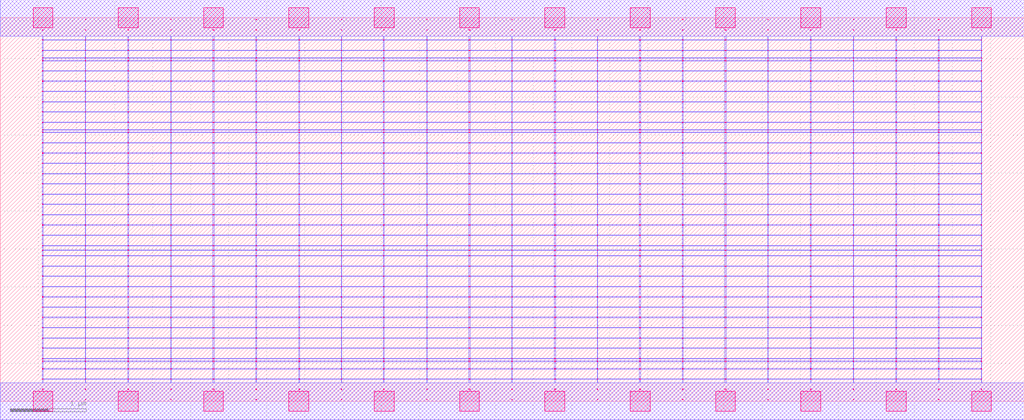
<source format=lef>
MACRO AAOAOOAI22113_DEBUG
 CLASS CORE ;
 FOREIGN AAOAOOAI22113_DEBUG 0 0 ;
 SIZE 13.44 BY 5.04 ;
 ORIGIN 0 0 ;
 SYMMETRY X Y R90 ;
 SITE unit ;

 OBS
    LAYER polycont ;
     RECT 6.71600000 2.58300000 6.72400000 2.59100000 ;
     RECT 6.71600000 2.71800000 6.72400000 2.72600000 ;
     RECT 6.71600000 2.85300000 6.72400000 2.86100000 ;
     RECT 6.71600000 2.98800000 6.72400000 2.99600000 ;
     RECT 8.95600000 2.58300000 8.96400000 2.59100000 ;
     RECT 9.51100000 2.58300000 9.52900000 2.59100000 ;
     RECT 10.07600000 2.58300000 10.08400000 2.59100000 ;
     RECT 10.63100000 2.58300000 10.64900000 2.59100000 ;
     RECT 11.19600000 2.58300000 11.20400000 2.59100000 ;
     RECT 11.75600000 2.58300000 11.76900000 2.59100000 ;
     RECT 12.31600000 2.58300000 12.32400000 2.59100000 ;
     RECT 12.87600000 2.58300000 12.88400000 2.59100000 ;
     RECT 7.27100000 2.58300000 7.28900000 2.59100000 ;
     RECT 7.27100000 2.71800000 7.28900000 2.72600000 ;
     RECT 7.83600000 2.71800000 7.84400000 2.72600000 ;
     RECT 8.39100000 2.71800000 8.40900000 2.72600000 ;
     RECT 8.95600000 2.71800000 8.96400000 2.72600000 ;
     RECT 9.51100000 2.71800000 9.52900000 2.72600000 ;
     RECT 10.07600000 2.71800000 10.08400000 2.72600000 ;
     RECT 10.63100000 2.71800000 10.64900000 2.72600000 ;
     RECT 11.19600000 2.71800000 11.20400000 2.72600000 ;
     RECT 11.75600000 2.71800000 11.76900000 2.72600000 ;
     RECT 12.31600000 2.71800000 12.32400000 2.72600000 ;
     RECT 12.87600000 2.71800000 12.88400000 2.72600000 ;
     RECT 7.83600000 2.58300000 7.84400000 2.59100000 ;
     RECT 7.27100000 2.85300000 7.28900000 2.86100000 ;
     RECT 7.83600000 2.85300000 7.84400000 2.86100000 ;
     RECT 8.39100000 2.85300000 8.40900000 2.86100000 ;
     RECT 8.95600000 2.85300000 8.96400000 2.86100000 ;
     RECT 9.51100000 2.85300000 9.52900000 2.86100000 ;
     RECT 10.07600000 2.85300000 10.08400000 2.86100000 ;
     RECT 10.63100000 2.85300000 10.64900000 2.86100000 ;
     RECT 11.19600000 2.85300000 11.20400000 2.86100000 ;
     RECT 11.75600000 2.85300000 11.76900000 2.86100000 ;
     RECT 12.31600000 2.85300000 12.32400000 2.86100000 ;
     RECT 12.87600000 2.85300000 12.88400000 2.86100000 ;
     RECT 8.39100000 2.58300000 8.40900000 2.59100000 ;
     RECT 7.27100000 2.98800000 7.28900000 2.99600000 ;
     RECT 7.83600000 2.98800000 7.84400000 2.99600000 ;
     RECT 8.39100000 2.98800000 8.40900000 2.99600000 ;
     RECT 8.95600000 2.98800000 8.96400000 2.99600000 ;
     RECT 9.51100000 2.98800000 9.52900000 2.99600000 ;
     RECT 10.07600000 2.98800000 10.08400000 2.99600000 ;
     RECT 10.63100000 2.98800000 10.64900000 2.99600000 ;
     RECT 11.19600000 2.98800000 11.20400000 2.99600000 ;
     RECT 11.75600000 2.98800000 11.76900000 2.99600000 ;
     RECT 12.31600000 2.98800000 12.32400000 2.99600000 ;
     RECT 12.87600000 2.98800000 12.88400000 2.99600000 ;
     RECT 12.31600000 3.12300000 12.32400000 3.13100000 ;
     RECT 12.87600000 3.12300000 12.88400000 3.13100000 ;
     RECT 12.31600000 3.25800000 12.32400000 3.26600000 ;
     RECT 12.87600000 3.25800000 12.88400000 3.26600000 ;
     RECT 12.31600000 3.39300000 12.32400000 3.40100000 ;
     RECT 12.87600000 3.39300000 12.88400000 3.40100000 ;
     RECT 12.31600000 3.52800000 12.32400000 3.53600000 ;
     RECT 12.87600000 3.52800000 12.88400000 3.53600000 ;
     RECT 12.31600000 3.56100000 12.32400000 3.56900000 ;
     RECT 12.87600000 3.56100000 12.88400000 3.56900000 ;
     RECT 12.31600000 3.66300000 12.32400000 3.67100000 ;
     RECT 12.87600000 3.66300000 12.88400000 3.67100000 ;
     RECT 12.31600000 3.79800000 12.32400000 3.80600000 ;
     RECT 12.87600000 3.79800000 12.88400000 3.80600000 ;
     RECT 12.31600000 3.93300000 12.32400000 3.94100000 ;
     RECT 12.87600000 3.93300000 12.88400000 3.94100000 ;
     RECT 12.31600000 4.06800000 12.32400000 4.07600000 ;
     RECT 12.87600000 4.06800000 12.88400000 4.07600000 ;
     RECT 12.31600000 4.20300000 12.32400000 4.21100000 ;
     RECT 12.87600000 4.20300000 12.88400000 4.21100000 ;
     RECT 12.31600000 4.33800000 12.32400000 4.34600000 ;
     RECT 12.87600000 4.33800000 12.88400000 4.34600000 ;
     RECT 12.31600000 4.47300000 12.32400000 4.48100000 ;
     RECT 12.87600000 4.47300000 12.88400000 4.48100000 ;
     RECT 12.31600000 4.51100000 12.32400000 4.51900000 ;
     RECT 12.87600000 4.51100000 12.88400000 4.51900000 ;
     RECT 12.31600000 4.60800000 12.32400000 4.61600000 ;
     RECT 12.87600000 4.60800000 12.88400000 4.61600000 ;
     RECT 12.31600000 4.74300000 12.32400000 4.75100000 ;
     RECT 12.87600000 4.74300000 12.88400000 4.75100000 ;
     RECT 12.31600000 4.87800000 12.32400000 4.88600000 ;
     RECT 12.87600000 4.87800000 12.88400000 4.88600000 ;
     RECT 2.23600000 2.58300000 2.24400000 2.59100000 ;
     RECT 2.79100000 2.58300000 2.80900000 2.59100000 ;
     RECT 3.35600000 2.58300000 3.36400000 2.59100000 ;
     RECT 3.91600000 2.58300000 3.92900000 2.59100000 ;
     RECT 4.47600000 2.58300000 4.48400000 2.59100000 ;
     RECT 5.03100000 2.58300000 5.04400000 2.59100000 ;
     RECT 5.59600000 2.58300000 5.60400000 2.59100000 ;
     RECT 6.15100000 2.58300000 6.16900000 2.59100000 ;
     RECT 0.55100000 2.58300000 0.56400000 2.59100000 ;
     RECT 0.55100000 2.71800000 0.56400000 2.72600000 ;
     RECT 0.55100000 2.85300000 0.56400000 2.86100000 ;
     RECT 1.11600000 2.85300000 1.12400000 2.86100000 ;
     RECT 4.47600000 3.12300000 4.48400000 3.13100000 ;
     RECT 1.67100000 2.85300000 1.68900000 2.86100000 ;
     RECT 2.23600000 2.85300000 2.24400000 2.86100000 ;
     RECT 4.47600000 3.25800000 4.48400000 3.26600000 ;
     RECT 2.79100000 2.85300000 2.80900000 2.86100000 ;
     RECT 3.35600000 2.85300000 3.36400000 2.86100000 ;
     RECT 4.47600000 3.39300000 4.48400000 3.40100000 ;
     RECT 3.91600000 2.85300000 3.92900000 2.86100000 ;
     RECT 4.47600000 2.85300000 4.48400000 2.86100000 ;
     RECT 4.47600000 3.52800000 4.48400000 3.53600000 ;
     RECT 5.03100000 2.85300000 5.04400000 2.86100000 ;
     RECT 5.59600000 2.85300000 5.60400000 2.86100000 ;
     RECT 4.47600000 3.56100000 4.48400000 3.56900000 ;
     RECT 6.15100000 2.85300000 6.16900000 2.86100000 ;
     RECT 1.11600000 2.71800000 1.12400000 2.72600000 ;
     RECT 4.47600000 3.66300000 4.48400000 3.67100000 ;
     RECT 1.67100000 2.71800000 1.68900000 2.72600000 ;
     RECT 2.23600000 2.71800000 2.24400000 2.72600000 ;
     RECT 4.47600000 3.79800000 4.48400000 3.80600000 ;
     RECT 2.79100000 2.71800000 2.80900000 2.72600000 ;
     RECT 3.35600000 2.71800000 3.36400000 2.72600000 ;
     RECT 4.47600000 3.93300000 4.48400000 3.94100000 ;
     RECT 3.91600000 2.71800000 3.92900000 2.72600000 ;
     RECT 4.47600000 2.71800000 4.48400000 2.72600000 ;
     RECT 4.47600000 4.06800000 4.48400000 4.07600000 ;
     RECT 5.03100000 2.71800000 5.04400000 2.72600000 ;
     RECT 5.59600000 2.71800000 5.60400000 2.72600000 ;
     RECT 4.47600000 4.20300000 4.48400000 4.21100000 ;
     RECT 6.15100000 2.71800000 6.16900000 2.72600000 ;
     RECT 1.11600000 2.58300000 1.12400000 2.59100000 ;
     RECT 4.47600000 4.33800000 4.48400000 4.34600000 ;
     RECT 1.67100000 2.58300000 1.68900000 2.59100000 ;
     RECT 0.55100000 2.98800000 0.56400000 2.99600000 ;
     RECT 4.47600000 4.47300000 4.48400000 4.48100000 ;
     RECT 1.11600000 2.98800000 1.12400000 2.99600000 ;
     RECT 1.67100000 2.98800000 1.68900000 2.99600000 ;
     RECT 4.47600000 4.51100000 4.48400000 4.51900000 ;
     RECT 2.23600000 2.98800000 2.24400000 2.99600000 ;
     RECT 2.79100000 2.98800000 2.80900000 2.99600000 ;
     RECT 4.47600000 4.60800000 4.48400000 4.61600000 ;
     RECT 3.35600000 2.98800000 3.36400000 2.99600000 ;
     RECT 3.91600000 2.98800000 3.92900000 2.99600000 ;
     RECT 4.47600000 4.74300000 4.48400000 4.75100000 ;
     RECT 4.47600000 2.98800000 4.48400000 2.99600000 ;
     RECT 5.03100000 2.98800000 5.04400000 2.99600000 ;
     RECT 4.47600000 4.87800000 4.48400000 4.88600000 ;
     RECT 5.59600000 2.98800000 5.60400000 2.99600000 ;
     RECT 6.15100000 2.98800000 6.16900000 2.99600000 ;
     RECT 7.83600000 1.36800000 7.84400000 1.37600000 ;
     RECT 11.19600000 1.36800000 11.20400000 1.37600000 ;
     RECT 7.83600000 1.50300000 7.84400000 1.51100000 ;
     RECT 11.19600000 1.50300000 11.20400000 1.51100000 ;
     RECT 7.83600000 1.63800000 7.84400000 1.64600000 ;
     RECT 11.19600000 1.63800000 11.20400000 1.64600000 ;
     RECT 7.83600000 1.77300000 7.84400000 1.78100000 ;
     RECT 11.19600000 1.77300000 11.20400000 1.78100000 ;
     RECT 7.83600000 1.90800000 7.84400000 1.91600000 ;
     RECT 11.19600000 1.90800000 11.20400000 1.91600000 ;
     RECT 7.83600000 1.98100000 7.84400000 1.98900000 ;
     RECT 11.19600000 1.98100000 11.20400000 1.98900000 ;
     RECT 7.83600000 2.04300000 7.84400000 2.05100000 ;
     RECT 11.19600000 2.04300000 11.20400000 2.05100000 ;
     RECT 7.83600000 2.17800000 7.84400000 2.18600000 ;
     RECT 11.19600000 2.17800000 11.20400000 2.18600000 ;
     RECT 7.83600000 2.31300000 7.84400000 2.32100000 ;
     RECT 11.19600000 2.31300000 11.20400000 2.32100000 ;
     RECT 7.83600000 2.44800000 7.84400000 2.45600000 ;
     RECT 11.19600000 2.44800000 11.20400000 2.45600000 ;
     RECT 7.83600000 0.15300000 7.84400000 0.16100000 ;
     RECT 11.19600000 0.15300000 11.20400000 0.16100000 ;
     RECT 7.83600000 0.28800000 7.84400000 0.29600000 ;
     RECT 11.19600000 0.28800000 11.20400000 0.29600000 ;
     RECT 7.83600000 0.42300000 7.84400000 0.43100000 ;
     RECT 11.19600000 0.42300000 11.20400000 0.43100000 ;
     RECT 7.83600000 0.52100000 7.84400000 0.52900000 ;
     RECT 11.19600000 0.52100000 11.20400000 0.52900000 ;
     RECT 7.83600000 0.55800000 7.84400000 0.56600000 ;
     RECT 11.19600000 0.55800000 11.20400000 0.56600000 ;
     RECT 7.83600000 0.69300000 7.84400000 0.70100000 ;
     RECT 11.19600000 0.69300000 11.20400000 0.70100000 ;
     RECT 7.83600000 0.82800000 7.84400000 0.83600000 ;
     RECT 11.19600000 0.82800000 11.20400000 0.83600000 ;
     RECT 7.83600000 0.96300000 7.84400000 0.97100000 ;
     RECT 11.19600000 0.96300000 11.20400000 0.97100000 ;
     RECT 7.83600000 1.09800000 7.84400000 1.10600000 ;
     RECT 11.19600000 1.09800000 11.20400000 1.10600000 ;
     RECT 7.83600000 1.23300000 7.84400000 1.24100000 ;
     RECT 11.19600000 1.23300000 11.20400000 1.24100000 ;

    LAYER pdiffc ;
     RECT 0.55100000 3.39300000 0.55900000 3.40100000 ;
     RECT 3.92100000 3.39300000 3.92900000 3.40100000 ;
     RECT 5.03100000 3.39300000 5.03900000 3.40100000 ;
     RECT 11.76100000 3.39300000 11.76900000 3.40100000 ;
     RECT 0.55100000 3.52800000 0.55900000 3.53600000 ;
     RECT 3.92100000 3.52800000 3.92900000 3.53600000 ;
     RECT 5.03100000 3.52800000 5.03900000 3.53600000 ;
     RECT 11.76100000 3.52800000 11.76900000 3.53600000 ;
     RECT 0.55100000 3.56100000 0.55900000 3.56900000 ;
     RECT 3.92100000 3.56100000 3.92900000 3.56900000 ;
     RECT 5.03100000 3.56100000 5.03900000 3.56900000 ;
     RECT 11.76100000 3.56100000 11.76900000 3.56900000 ;
     RECT 0.55100000 3.66300000 0.55900000 3.67100000 ;
     RECT 3.92100000 3.66300000 3.92900000 3.67100000 ;
     RECT 5.03100000 3.66300000 5.03900000 3.67100000 ;
     RECT 11.76100000 3.66300000 11.76900000 3.67100000 ;
     RECT 0.55100000 3.79800000 0.55900000 3.80600000 ;
     RECT 3.92100000 3.79800000 3.92900000 3.80600000 ;
     RECT 5.03100000 3.79800000 5.03900000 3.80600000 ;
     RECT 11.76100000 3.79800000 11.76900000 3.80600000 ;
     RECT 0.55100000 3.93300000 0.55900000 3.94100000 ;
     RECT 3.92100000 3.93300000 3.92900000 3.94100000 ;
     RECT 5.03100000 3.93300000 5.03900000 3.94100000 ;
     RECT 11.76100000 3.93300000 11.76900000 3.94100000 ;
     RECT 0.55100000 4.06800000 0.55900000 4.07600000 ;
     RECT 3.92100000 4.06800000 3.92900000 4.07600000 ;
     RECT 5.03100000 4.06800000 5.03900000 4.07600000 ;
     RECT 11.76100000 4.06800000 11.76900000 4.07600000 ;
     RECT 0.55100000 4.20300000 0.55900000 4.21100000 ;
     RECT 3.92100000 4.20300000 3.92900000 4.21100000 ;
     RECT 5.03100000 4.20300000 5.03900000 4.21100000 ;
     RECT 11.76100000 4.20300000 11.76900000 4.21100000 ;
     RECT 0.55100000 4.33800000 0.55900000 4.34600000 ;
     RECT 3.92100000 4.33800000 3.92900000 4.34600000 ;
     RECT 5.03100000 4.33800000 5.03900000 4.34600000 ;
     RECT 11.76100000 4.33800000 11.76900000 4.34600000 ;
     RECT 0.55100000 4.47300000 0.55900000 4.48100000 ;
     RECT 3.92100000 4.47300000 3.92900000 4.48100000 ;
     RECT 5.03100000 4.47300000 5.03900000 4.48100000 ;
     RECT 11.76100000 4.47300000 11.76900000 4.48100000 ;
     RECT 0.55100000 4.51100000 0.55900000 4.51900000 ;
     RECT 3.92100000 4.51100000 3.92900000 4.51900000 ;
     RECT 5.03100000 4.51100000 5.03900000 4.51900000 ;
     RECT 11.76100000 4.51100000 11.76900000 4.51900000 ;
     RECT 0.55100000 4.60800000 0.55900000 4.61600000 ;
     RECT 3.92100000 4.60800000 3.92900000 4.61600000 ;
     RECT 5.03100000 4.60800000 5.03900000 4.61600000 ;
     RECT 11.76100000 4.60800000 11.76900000 4.61600000 ;

    LAYER ndiffc ;
     RECT 7.27100000 0.42300000 7.28900000 0.43100000 ;
     RECT 8.39100000 0.42300000 8.40900000 0.43100000 ;
     RECT 9.51100000 0.42300000 9.52900000 0.43100000 ;
     RECT 10.63100000 0.42300000 10.64900000 0.43100000 ;
     RECT 11.75600000 0.42300000 11.76900000 0.43100000 ;
     RECT 12.87600000 0.42300000 12.88400000 0.43100000 ;
     RECT 7.27100000 0.52100000 7.28900000 0.52900000 ;
     RECT 8.39100000 0.52100000 8.40900000 0.52900000 ;
     RECT 9.51100000 0.52100000 9.52900000 0.52900000 ;
     RECT 10.63100000 0.52100000 10.64900000 0.52900000 ;
     RECT 11.75600000 0.52100000 11.76900000 0.52900000 ;
     RECT 12.87600000 0.52100000 12.88400000 0.52900000 ;
     RECT 7.27100000 0.55800000 7.28900000 0.56600000 ;
     RECT 8.39100000 0.55800000 8.40900000 0.56600000 ;
     RECT 9.51100000 0.55800000 9.52900000 0.56600000 ;
     RECT 10.63100000 0.55800000 10.64900000 0.56600000 ;
     RECT 11.75600000 0.55800000 11.76900000 0.56600000 ;
     RECT 12.87600000 0.55800000 12.88400000 0.56600000 ;
     RECT 7.27100000 0.69300000 7.28900000 0.70100000 ;
     RECT 8.39100000 0.69300000 8.40900000 0.70100000 ;
     RECT 9.51100000 0.69300000 9.52900000 0.70100000 ;
     RECT 10.63100000 0.69300000 10.64900000 0.70100000 ;
     RECT 11.75600000 0.69300000 11.76900000 0.70100000 ;
     RECT 12.87600000 0.69300000 12.88400000 0.70100000 ;
     RECT 7.27100000 0.82800000 7.28900000 0.83600000 ;
     RECT 8.39100000 0.82800000 8.40900000 0.83600000 ;
     RECT 9.51100000 0.82800000 9.52900000 0.83600000 ;
     RECT 10.63100000 0.82800000 10.64900000 0.83600000 ;
     RECT 11.75600000 0.82800000 11.76900000 0.83600000 ;
     RECT 12.87600000 0.82800000 12.88400000 0.83600000 ;
     RECT 7.27100000 0.96300000 7.28900000 0.97100000 ;
     RECT 8.39100000 0.96300000 8.40900000 0.97100000 ;
     RECT 9.51100000 0.96300000 9.52900000 0.97100000 ;
     RECT 10.63100000 0.96300000 10.64900000 0.97100000 ;
     RECT 11.75600000 0.96300000 11.76900000 0.97100000 ;
     RECT 12.87600000 0.96300000 12.88400000 0.97100000 ;
     RECT 7.27100000 1.09800000 7.28900000 1.10600000 ;
     RECT 8.39100000 1.09800000 8.40900000 1.10600000 ;
     RECT 9.51100000 1.09800000 9.52900000 1.10600000 ;
     RECT 10.63100000 1.09800000 10.64900000 1.10600000 ;
     RECT 11.75600000 1.09800000 11.76900000 1.10600000 ;
     RECT 12.87600000 1.09800000 12.88400000 1.10600000 ;
     RECT 7.27100000 1.23300000 7.28900000 1.24100000 ;
     RECT 8.39100000 1.23300000 8.40900000 1.24100000 ;
     RECT 9.51100000 1.23300000 9.52900000 1.24100000 ;
     RECT 10.63100000 1.23300000 10.64900000 1.24100000 ;
     RECT 11.75600000 1.23300000 11.76900000 1.24100000 ;
     RECT 12.87600000 1.23300000 12.88400000 1.24100000 ;
     RECT 7.27100000 1.36800000 7.28900000 1.37600000 ;
     RECT 8.39100000 1.36800000 8.40900000 1.37600000 ;
     RECT 9.51100000 1.36800000 9.52900000 1.37600000 ;
     RECT 10.63100000 1.36800000 10.64900000 1.37600000 ;
     RECT 11.75600000 1.36800000 11.76900000 1.37600000 ;
     RECT 12.87600000 1.36800000 12.88400000 1.37600000 ;
     RECT 7.27100000 1.50300000 7.28900000 1.51100000 ;
     RECT 8.39100000 1.50300000 8.40900000 1.51100000 ;
     RECT 9.51100000 1.50300000 9.52900000 1.51100000 ;
     RECT 10.63100000 1.50300000 10.64900000 1.51100000 ;
     RECT 11.75600000 1.50300000 11.76900000 1.51100000 ;
     RECT 12.87600000 1.50300000 12.88400000 1.51100000 ;
     RECT 7.27100000 1.63800000 7.28900000 1.64600000 ;
     RECT 8.39100000 1.63800000 8.40900000 1.64600000 ;
     RECT 9.51100000 1.63800000 9.52900000 1.64600000 ;
     RECT 10.63100000 1.63800000 10.64900000 1.64600000 ;
     RECT 11.75600000 1.63800000 11.76900000 1.64600000 ;
     RECT 12.87600000 1.63800000 12.88400000 1.64600000 ;
     RECT 7.27100000 1.77300000 7.28900000 1.78100000 ;
     RECT 8.39100000 1.77300000 8.40900000 1.78100000 ;
     RECT 9.51100000 1.77300000 9.52900000 1.78100000 ;
     RECT 10.63100000 1.77300000 10.64900000 1.78100000 ;
     RECT 11.75600000 1.77300000 11.76900000 1.78100000 ;
     RECT 12.87600000 1.77300000 12.88400000 1.78100000 ;
     RECT 7.27100000 1.90800000 7.28900000 1.91600000 ;
     RECT 8.39100000 1.90800000 8.40900000 1.91600000 ;
     RECT 9.51100000 1.90800000 9.52900000 1.91600000 ;
     RECT 10.63100000 1.90800000 10.64900000 1.91600000 ;
     RECT 11.75600000 1.90800000 11.76900000 1.91600000 ;
     RECT 12.87600000 1.90800000 12.88400000 1.91600000 ;
     RECT 7.27100000 1.98100000 7.28900000 1.98900000 ;
     RECT 8.39100000 1.98100000 8.40900000 1.98900000 ;
     RECT 9.51100000 1.98100000 9.52900000 1.98900000 ;
     RECT 10.63100000 1.98100000 10.64900000 1.98900000 ;
     RECT 11.75600000 1.98100000 11.76900000 1.98900000 ;
     RECT 12.87600000 1.98100000 12.88400000 1.98900000 ;
     RECT 7.27100000 2.04300000 7.28900000 2.05100000 ;
     RECT 8.39100000 2.04300000 8.40900000 2.05100000 ;
     RECT 9.51100000 2.04300000 9.52900000 2.05100000 ;
     RECT 10.63100000 2.04300000 10.64900000 2.05100000 ;
     RECT 11.75600000 2.04300000 11.76900000 2.05100000 ;
     RECT 12.87600000 2.04300000 12.88400000 2.05100000 ;
     RECT 0.55100000 0.42300000 0.56400000 0.43100000 ;
     RECT 1.67100000 0.42300000 1.68900000 0.43100000 ;
     RECT 2.79100000 0.42300000 2.80900000 0.43100000 ;
     RECT 3.91600000 0.42300000 3.92900000 0.43100000 ;
     RECT 5.03100000 0.42300000 5.04400000 0.43100000 ;
     RECT 6.15100000 0.42300000 6.16900000 0.43100000 ;
     RECT 0.55100000 1.36800000 0.56400000 1.37600000 ;
     RECT 1.67100000 1.36800000 1.68900000 1.37600000 ;
     RECT 2.79100000 1.36800000 2.80900000 1.37600000 ;
     RECT 3.91600000 1.36800000 3.92900000 1.37600000 ;
     RECT 5.03100000 1.36800000 5.04400000 1.37600000 ;
     RECT 6.15100000 1.36800000 6.16900000 1.37600000 ;
     RECT 0.55100000 0.82800000 0.56400000 0.83600000 ;
     RECT 1.67100000 0.82800000 1.68900000 0.83600000 ;
     RECT 2.79100000 0.82800000 2.80900000 0.83600000 ;
     RECT 3.91600000 0.82800000 3.92900000 0.83600000 ;
     RECT 5.03100000 0.82800000 5.04400000 0.83600000 ;
     RECT 6.15100000 0.82800000 6.16900000 0.83600000 ;
     RECT 0.55100000 1.50300000 0.56400000 1.51100000 ;
     RECT 1.67100000 1.50300000 1.68900000 1.51100000 ;
     RECT 2.79100000 1.50300000 2.80900000 1.51100000 ;
     RECT 3.91600000 1.50300000 3.92900000 1.51100000 ;
     RECT 5.03100000 1.50300000 5.04400000 1.51100000 ;
     RECT 6.15100000 1.50300000 6.16900000 1.51100000 ;
     RECT 0.55100000 0.55800000 0.56400000 0.56600000 ;
     RECT 1.67100000 0.55800000 1.68900000 0.56600000 ;
     RECT 2.79100000 0.55800000 2.80900000 0.56600000 ;
     RECT 3.91600000 0.55800000 3.92900000 0.56600000 ;
     RECT 5.03100000 0.55800000 5.04400000 0.56600000 ;
     RECT 6.15100000 0.55800000 6.16900000 0.56600000 ;
     RECT 0.55100000 1.63800000 0.56400000 1.64600000 ;
     RECT 1.67100000 1.63800000 1.68900000 1.64600000 ;
     RECT 2.79100000 1.63800000 2.80900000 1.64600000 ;
     RECT 3.91600000 1.63800000 3.92900000 1.64600000 ;
     RECT 5.03100000 1.63800000 5.04400000 1.64600000 ;
     RECT 6.15100000 1.63800000 6.16900000 1.64600000 ;
     RECT 0.55100000 0.96300000 0.56400000 0.97100000 ;
     RECT 1.67100000 0.96300000 1.68900000 0.97100000 ;
     RECT 2.79100000 0.96300000 2.80900000 0.97100000 ;
     RECT 3.91600000 0.96300000 3.92900000 0.97100000 ;
     RECT 5.03100000 0.96300000 5.04400000 0.97100000 ;
     RECT 6.15100000 0.96300000 6.16900000 0.97100000 ;
     RECT 0.55100000 1.77300000 0.56400000 1.78100000 ;
     RECT 1.67100000 1.77300000 1.68900000 1.78100000 ;
     RECT 2.79100000 1.77300000 2.80900000 1.78100000 ;
     RECT 3.91600000 1.77300000 3.92900000 1.78100000 ;
     RECT 5.03100000 1.77300000 5.04400000 1.78100000 ;
     RECT 6.15100000 1.77300000 6.16900000 1.78100000 ;
     RECT 0.55100000 0.52100000 0.56400000 0.52900000 ;
     RECT 1.67100000 0.52100000 1.68900000 0.52900000 ;
     RECT 2.79100000 0.52100000 2.80900000 0.52900000 ;
     RECT 3.91600000 0.52100000 3.92900000 0.52900000 ;
     RECT 5.03100000 0.52100000 5.04400000 0.52900000 ;
     RECT 6.15100000 0.52100000 6.16900000 0.52900000 ;
     RECT 0.55100000 1.90800000 0.56400000 1.91600000 ;
     RECT 1.67100000 1.90800000 1.68900000 1.91600000 ;
     RECT 2.79100000 1.90800000 2.80900000 1.91600000 ;
     RECT 3.91600000 1.90800000 3.92900000 1.91600000 ;
     RECT 5.03100000 1.90800000 5.04400000 1.91600000 ;
     RECT 6.15100000 1.90800000 6.16900000 1.91600000 ;
     RECT 0.55100000 1.09800000 0.56400000 1.10600000 ;
     RECT 1.67100000 1.09800000 1.68900000 1.10600000 ;
     RECT 2.79100000 1.09800000 2.80900000 1.10600000 ;
     RECT 3.91600000 1.09800000 3.92900000 1.10600000 ;
     RECT 5.03100000 1.09800000 5.04400000 1.10600000 ;
     RECT 6.15100000 1.09800000 6.16900000 1.10600000 ;
     RECT 0.55100000 1.98100000 0.56400000 1.98900000 ;
     RECT 1.67100000 1.98100000 1.68900000 1.98900000 ;
     RECT 2.79100000 1.98100000 2.80900000 1.98900000 ;
     RECT 3.91600000 1.98100000 3.92900000 1.98900000 ;
     RECT 5.03100000 1.98100000 5.04400000 1.98900000 ;
     RECT 6.15100000 1.98100000 6.16900000 1.98900000 ;
     RECT 0.55100000 0.69300000 0.56400000 0.70100000 ;
     RECT 1.67100000 0.69300000 1.68900000 0.70100000 ;
     RECT 2.79100000 0.69300000 2.80900000 0.70100000 ;
     RECT 3.91600000 0.69300000 3.92900000 0.70100000 ;
     RECT 5.03100000 0.69300000 5.04400000 0.70100000 ;
     RECT 6.15100000 0.69300000 6.16900000 0.70100000 ;
     RECT 0.55100000 2.04300000 0.56400000 2.05100000 ;
     RECT 1.67100000 2.04300000 1.68900000 2.05100000 ;
     RECT 2.79100000 2.04300000 2.80900000 2.05100000 ;
     RECT 3.91600000 2.04300000 3.92900000 2.05100000 ;
     RECT 5.03100000 2.04300000 5.04400000 2.05100000 ;
     RECT 6.15100000 2.04300000 6.16900000 2.05100000 ;
     RECT 0.55100000 1.23300000 0.56400000 1.24100000 ;
     RECT 1.67100000 1.23300000 1.68900000 1.24100000 ;
     RECT 2.79100000 1.23300000 2.80900000 1.24100000 ;
     RECT 3.91600000 1.23300000 3.92900000 1.24100000 ;
     RECT 5.03100000 1.23300000 5.04400000 1.24100000 ;
     RECT 6.15100000 1.23300000 6.16900000 1.24100000 ;

    LAYER met1 ;
     RECT 0.00000000 -0.24000000 13.44000000 0.24000000 ;
     RECT 6.71600000 0.24000000 6.72400000 0.28800000 ;
     RECT 0.55100000 0.28800000 12.88400000 0.29600000 ;
     RECT 6.71600000 0.29600000 6.72400000 0.42300000 ;
     RECT 0.55100000 0.42300000 12.88400000 0.43100000 ;
     RECT 6.71600000 0.43100000 6.72400000 0.52100000 ;
     RECT 0.55100000 0.52100000 12.88400000 0.52900000 ;
     RECT 6.71600000 0.52900000 6.72400000 0.55800000 ;
     RECT 0.55100000 0.55800000 12.88400000 0.56600000 ;
     RECT 6.71600000 0.56600000 6.72400000 0.69300000 ;
     RECT 0.55100000 0.69300000 12.88400000 0.70100000 ;
     RECT 6.71600000 0.70100000 6.72400000 0.82800000 ;
     RECT 0.55100000 0.82800000 12.88400000 0.83600000 ;
     RECT 6.71600000 0.83600000 6.72400000 0.96300000 ;
     RECT 0.55100000 0.96300000 12.88400000 0.97100000 ;
     RECT 6.71600000 0.97100000 6.72400000 1.09800000 ;
     RECT 0.55100000 1.09800000 12.88400000 1.10600000 ;
     RECT 6.71600000 1.10600000 6.72400000 1.23300000 ;
     RECT 0.55100000 1.23300000 12.88400000 1.24100000 ;
     RECT 6.71600000 1.24100000 6.72400000 1.36800000 ;
     RECT 0.55100000 1.36800000 12.88400000 1.37600000 ;
     RECT 6.71600000 1.37600000 6.72400000 1.50300000 ;
     RECT 0.55100000 1.50300000 12.88400000 1.51100000 ;
     RECT 6.71600000 1.51100000 6.72400000 1.63800000 ;
     RECT 0.55100000 1.63800000 12.88400000 1.64600000 ;
     RECT 6.71600000 1.64600000 6.72400000 1.77300000 ;
     RECT 0.55100000 1.77300000 12.88400000 1.78100000 ;
     RECT 6.71600000 1.78100000 6.72400000 1.90800000 ;
     RECT 0.55100000 1.90800000 12.88400000 1.91600000 ;
     RECT 6.71600000 1.91600000 6.72400000 1.98100000 ;
     RECT 0.55100000 1.98100000 12.88400000 1.98900000 ;
     RECT 6.71600000 1.98900000 6.72400000 2.04300000 ;
     RECT 0.55100000 2.04300000 12.88400000 2.05100000 ;
     RECT 6.71600000 2.05100000 6.72400000 2.17800000 ;
     RECT 0.55100000 2.17800000 12.88400000 2.18600000 ;
     RECT 6.71600000 2.18600000 6.72400000 2.31300000 ;
     RECT 0.55100000 2.31300000 12.88400000 2.32100000 ;
     RECT 6.71600000 2.32100000 6.72400000 2.44800000 ;
     RECT 0.55100000 2.44800000 12.88400000 2.45600000 ;
     RECT 0.55100000 2.45600000 0.56400000 2.58300000 ;
     RECT 1.11600000 2.45600000 1.12400000 2.58300000 ;
     RECT 1.67100000 2.45600000 1.68900000 2.58300000 ;
     RECT 2.23600000 2.45600000 2.24400000 2.58300000 ;
     RECT 2.79100000 2.45600000 2.80900000 2.58300000 ;
     RECT 3.35600000 2.45600000 3.36400000 2.58300000 ;
     RECT 3.91600000 2.45600000 3.92900000 2.58300000 ;
     RECT 4.47600000 2.45600000 4.48400000 2.58300000 ;
     RECT 5.03100000 2.45600000 5.04400000 2.58300000 ;
     RECT 5.59600000 2.45600000 5.60400000 2.58300000 ;
     RECT 6.15100000 2.45600000 6.16900000 2.58300000 ;
     RECT 6.71600000 2.45600000 6.72400000 2.58300000 ;
     RECT 7.27100000 2.45600000 7.28900000 2.58300000 ;
     RECT 7.83600000 2.45600000 7.84400000 2.58300000 ;
     RECT 8.39100000 2.45600000 8.40900000 2.58300000 ;
     RECT 8.95600000 2.45600000 8.96400000 2.58300000 ;
     RECT 9.51100000 2.45600000 9.52900000 2.58300000 ;
     RECT 10.07600000 2.45600000 10.08400000 2.58300000 ;
     RECT 10.63100000 2.45600000 10.64900000 2.58300000 ;
     RECT 11.19600000 2.45600000 11.20400000 2.58300000 ;
     RECT 11.75600000 2.45600000 11.76900000 2.58300000 ;
     RECT 12.31600000 2.45600000 12.32400000 2.58300000 ;
     RECT 12.87600000 2.45600000 12.88400000 2.58300000 ;
     RECT 0.55100000 2.58300000 12.88400000 2.59100000 ;
     RECT 6.71600000 2.59100000 6.72400000 2.71800000 ;
     RECT 0.55100000 2.71800000 12.88400000 2.72600000 ;
     RECT 6.71600000 2.72600000 6.72400000 2.85300000 ;
     RECT 0.55100000 2.85300000 12.88400000 2.86100000 ;
     RECT 6.71600000 2.86100000 6.72400000 2.98800000 ;
     RECT 0.55100000 2.98800000 12.88400000 2.99600000 ;
     RECT 6.71600000 2.99600000 6.72400000 3.12300000 ;
     RECT 0.55100000 3.12300000 12.88400000 3.13100000 ;
     RECT 6.71600000 3.13100000 6.72400000 3.25800000 ;
     RECT 0.55100000 3.25800000 12.88400000 3.26600000 ;
     RECT 6.71600000 3.26600000 6.72400000 3.39300000 ;
     RECT 0.55100000 3.39300000 12.88400000 3.40100000 ;
     RECT 6.71600000 3.40100000 6.72400000 3.52800000 ;
     RECT 0.55100000 3.52800000 12.88400000 3.53600000 ;
     RECT 6.71600000 3.53600000 6.72400000 3.56100000 ;
     RECT 0.55100000 3.56100000 12.88400000 3.56900000 ;
     RECT 6.71600000 3.56900000 6.72400000 3.66300000 ;
     RECT 0.55100000 3.66300000 12.88400000 3.67100000 ;
     RECT 6.71600000 3.67100000 6.72400000 3.79800000 ;
     RECT 0.55100000 3.79800000 12.88400000 3.80600000 ;
     RECT 6.71600000 3.80600000 6.72400000 3.93300000 ;
     RECT 0.55100000 3.93300000 12.88400000 3.94100000 ;
     RECT 6.71600000 3.94100000 6.72400000 4.06800000 ;
     RECT 0.55100000 4.06800000 12.88400000 4.07600000 ;
     RECT 6.71600000 4.07600000 6.72400000 4.20300000 ;
     RECT 0.55100000 4.20300000 12.88400000 4.21100000 ;
     RECT 6.71600000 4.21100000 6.72400000 4.33800000 ;
     RECT 0.55100000 4.33800000 12.88400000 4.34600000 ;
     RECT 6.71600000 4.34600000 6.72400000 4.47300000 ;
     RECT 0.55100000 4.47300000 12.88400000 4.48100000 ;
     RECT 6.71600000 4.48100000 6.72400000 4.51100000 ;
     RECT 0.55100000 4.51100000 12.88400000 4.51900000 ;
     RECT 6.71600000 4.51900000 6.72400000 4.60800000 ;
     RECT 0.55100000 4.60800000 12.88400000 4.61600000 ;
     RECT 6.71600000 4.61600000 6.72400000 4.74300000 ;
     RECT 0.55100000 4.74300000 12.88400000 4.75100000 ;
     RECT 6.71600000 4.75100000 6.72400000 4.80000000 ;
     RECT 0.00000000 4.80000000 13.44000000 5.28000000 ;
     RECT 10.07600000 2.59100000 10.08400000 2.71800000 ;
     RECT 10.07600000 2.99600000 10.08400000 3.12300000 ;
     RECT 10.07600000 3.13100000 10.08400000 3.25800000 ;
     RECT 10.07600000 3.26600000 10.08400000 3.39300000 ;
     RECT 10.07600000 3.40100000 10.08400000 3.52800000 ;
     RECT 10.07600000 3.53600000 10.08400000 3.56100000 ;
     RECT 10.07600000 3.56900000 10.08400000 3.66300000 ;
     RECT 10.07600000 3.67100000 10.08400000 3.79800000 ;
     RECT 10.07600000 2.72600000 10.08400000 2.85300000 ;
     RECT 7.27100000 3.80600000 7.28900000 3.93300000 ;
     RECT 7.83600000 3.80600000 7.84400000 3.93300000 ;
     RECT 8.39100000 3.80600000 8.40900000 3.93300000 ;
     RECT 8.95600000 3.80600000 8.96400000 3.93300000 ;
     RECT 9.51100000 3.80600000 9.52900000 3.93300000 ;
     RECT 10.07600000 3.80600000 10.08400000 3.93300000 ;
     RECT 10.63100000 3.80600000 10.64900000 3.93300000 ;
     RECT 11.19600000 3.80600000 11.20400000 3.93300000 ;
     RECT 11.75600000 3.80600000 11.76900000 3.93300000 ;
     RECT 12.31600000 3.80600000 12.32400000 3.93300000 ;
     RECT 12.87600000 3.80600000 12.88400000 3.93300000 ;
     RECT 10.07600000 3.94100000 10.08400000 4.06800000 ;
     RECT 10.07600000 4.07600000 10.08400000 4.20300000 ;
     RECT 10.07600000 4.21100000 10.08400000 4.33800000 ;
     RECT 10.07600000 4.34600000 10.08400000 4.47300000 ;
     RECT 10.07600000 4.48100000 10.08400000 4.51100000 ;
     RECT 10.07600000 2.86100000 10.08400000 2.98800000 ;
     RECT 10.07600000 4.51900000 10.08400000 4.60800000 ;
     RECT 10.07600000 4.61600000 10.08400000 4.74300000 ;
     RECT 10.07600000 4.75100000 10.08400000 4.80000000 ;
     RECT 11.75600000 4.07600000 11.76900000 4.20300000 ;
     RECT 12.31600000 4.07600000 12.32400000 4.20300000 ;
     RECT 12.87600000 4.07600000 12.88400000 4.20300000 ;
     RECT 11.19600000 3.94100000 11.20400000 4.06800000 ;
     RECT 10.63100000 4.21100000 10.64900000 4.33800000 ;
     RECT 11.19600000 4.21100000 11.20400000 4.33800000 ;
     RECT 11.75600000 4.21100000 11.76900000 4.33800000 ;
     RECT 12.31600000 4.21100000 12.32400000 4.33800000 ;
     RECT 12.87600000 4.21100000 12.88400000 4.33800000 ;
     RECT 11.75600000 3.94100000 11.76900000 4.06800000 ;
     RECT 10.63100000 4.34600000 10.64900000 4.47300000 ;
     RECT 11.19600000 4.34600000 11.20400000 4.47300000 ;
     RECT 11.75600000 4.34600000 11.76900000 4.47300000 ;
     RECT 12.31600000 4.34600000 12.32400000 4.47300000 ;
     RECT 12.87600000 4.34600000 12.88400000 4.47300000 ;
     RECT 12.31600000 3.94100000 12.32400000 4.06800000 ;
     RECT 10.63100000 4.48100000 10.64900000 4.51100000 ;
     RECT 11.19600000 4.48100000 11.20400000 4.51100000 ;
     RECT 11.75600000 4.48100000 11.76900000 4.51100000 ;
     RECT 12.31600000 4.48100000 12.32400000 4.51100000 ;
     RECT 12.87600000 4.48100000 12.88400000 4.51100000 ;
     RECT 12.87600000 3.94100000 12.88400000 4.06800000 ;
     RECT 10.63100000 3.94100000 10.64900000 4.06800000 ;
     RECT 10.63100000 4.51900000 10.64900000 4.60800000 ;
     RECT 11.19600000 4.51900000 11.20400000 4.60800000 ;
     RECT 11.75600000 4.51900000 11.76900000 4.60800000 ;
     RECT 12.31600000 4.51900000 12.32400000 4.60800000 ;
     RECT 12.87600000 4.51900000 12.88400000 4.60800000 ;
     RECT 10.63100000 4.07600000 10.64900000 4.20300000 ;
     RECT 10.63100000 4.61600000 10.64900000 4.74300000 ;
     RECT 11.19600000 4.61600000 11.20400000 4.74300000 ;
     RECT 11.75600000 4.61600000 11.76900000 4.74300000 ;
     RECT 12.31600000 4.61600000 12.32400000 4.74300000 ;
     RECT 12.87600000 4.61600000 12.88400000 4.74300000 ;
     RECT 11.19600000 4.07600000 11.20400000 4.20300000 ;
     RECT 10.63100000 4.75100000 10.64900000 4.80000000 ;
     RECT 11.19600000 4.75100000 11.20400000 4.80000000 ;
     RECT 11.75600000 4.75100000 11.76900000 4.80000000 ;
     RECT 12.31600000 4.75100000 12.32400000 4.80000000 ;
     RECT 12.87600000 4.75100000 12.88400000 4.80000000 ;
     RECT 8.39100000 4.21100000 8.40900000 4.33800000 ;
     RECT 8.95600000 4.21100000 8.96400000 4.33800000 ;
     RECT 9.51100000 4.21100000 9.52900000 4.33800000 ;
     RECT 7.83600000 4.07600000 7.84400000 4.20300000 ;
     RECT 8.39100000 4.07600000 8.40900000 4.20300000 ;
     RECT 8.95600000 4.07600000 8.96400000 4.20300000 ;
     RECT 9.51100000 4.07600000 9.52900000 4.20300000 ;
     RECT 7.27100000 4.51900000 7.28900000 4.60800000 ;
     RECT 7.83600000 4.51900000 7.84400000 4.60800000 ;
     RECT 8.39100000 4.51900000 8.40900000 4.60800000 ;
     RECT 8.95600000 4.51900000 8.96400000 4.60800000 ;
     RECT 9.51100000 4.51900000 9.52900000 4.60800000 ;
     RECT 7.83600000 3.94100000 7.84400000 4.06800000 ;
     RECT 8.39100000 3.94100000 8.40900000 4.06800000 ;
     RECT 7.27100000 4.34600000 7.28900000 4.47300000 ;
     RECT 7.83600000 4.34600000 7.84400000 4.47300000 ;
     RECT 8.39100000 4.34600000 8.40900000 4.47300000 ;
     RECT 8.95600000 4.34600000 8.96400000 4.47300000 ;
     RECT 7.27100000 4.61600000 7.28900000 4.74300000 ;
     RECT 7.83600000 4.61600000 7.84400000 4.74300000 ;
     RECT 8.39100000 4.61600000 8.40900000 4.74300000 ;
     RECT 8.95600000 4.61600000 8.96400000 4.74300000 ;
     RECT 9.51100000 4.61600000 9.52900000 4.74300000 ;
     RECT 9.51100000 4.34600000 9.52900000 4.47300000 ;
     RECT 8.95600000 3.94100000 8.96400000 4.06800000 ;
     RECT 9.51100000 3.94100000 9.52900000 4.06800000 ;
     RECT 7.27100000 3.94100000 7.28900000 4.06800000 ;
     RECT 7.27100000 4.07600000 7.28900000 4.20300000 ;
     RECT 7.27100000 4.21100000 7.28900000 4.33800000 ;
     RECT 7.27100000 4.75100000 7.28900000 4.80000000 ;
     RECT 7.83600000 4.75100000 7.84400000 4.80000000 ;
     RECT 8.39100000 4.75100000 8.40900000 4.80000000 ;
     RECT 8.95600000 4.75100000 8.96400000 4.80000000 ;
     RECT 9.51100000 4.75100000 9.52900000 4.80000000 ;
     RECT 7.83600000 4.21100000 7.84400000 4.33800000 ;
     RECT 7.27100000 4.48100000 7.28900000 4.51100000 ;
     RECT 7.83600000 4.48100000 7.84400000 4.51100000 ;
     RECT 8.39100000 4.48100000 8.40900000 4.51100000 ;
     RECT 8.95600000 4.48100000 8.96400000 4.51100000 ;
     RECT 9.51100000 4.48100000 9.52900000 4.51100000 ;
     RECT 7.83600000 2.99600000 7.84400000 3.12300000 ;
     RECT 7.27100000 2.59100000 7.28900000 2.71800000 ;
     RECT 8.39100000 2.86100000 8.40900000 2.98800000 ;
     RECT 8.95600000 2.86100000 8.96400000 2.98800000 ;
     RECT 7.27100000 3.40100000 7.28900000 3.52800000 ;
     RECT 7.83600000 3.40100000 7.84400000 3.52800000 ;
     RECT 8.39100000 3.40100000 8.40900000 3.52800000 ;
     RECT 8.95600000 3.40100000 8.96400000 3.52800000 ;
     RECT 9.51100000 3.40100000 9.52900000 3.52800000 ;
     RECT 8.39100000 2.99600000 8.40900000 3.12300000 ;
     RECT 7.83600000 2.59100000 7.84400000 2.71800000 ;
     RECT 7.27100000 2.72600000 7.28900000 2.85300000 ;
     RECT 7.27100000 3.53600000 7.28900000 3.56100000 ;
     RECT 7.83600000 3.53600000 7.84400000 3.56100000 ;
     RECT 8.39100000 3.53600000 8.40900000 3.56100000 ;
     RECT 9.51100000 2.86100000 9.52900000 2.98800000 ;
     RECT 8.95600000 3.53600000 8.96400000 3.56100000 ;
     RECT 9.51100000 3.53600000 9.52900000 3.56100000 ;
     RECT 8.95600000 2.99600000 8.96400000 3.12300000 ;
     RECT 7.83600000 2.72600000 7.84400000 2.85300000 ;
     RECT 8.39100000 2.72600000 8.40900000 2.85300000 ;
     RECT 7.27100000 3.56900000 7.28900000 3.66300000 ;
     RECT 7.83600000 3.56900000 7.84400000 3.66300000 ;
     RECT 8.39100000 3.56900000 8.40900000 3.66300000 ;
     RECT 8.95600000 3.56900000 8.96400000 3.66300000 ;
     RECT 9.51100000 3.56900000 9.52900000 3.66300000 ;
     RECT 8.39100000 2.59100000 8.40900000 2.71800000 ;
     RECT 8.95600000 2.59100000 8.96400000 2.71800000 ;
     RECT 9.51100000 2.99600000 9.52900000 3.12300000 ;
     RECT 8.95600000 2.72600000 8.96400000 2.85300000 ;
     RECT 9.51100000 2.72600000 9.52900000 2.85300000 ;
     RECT 7.27100000 3.67100000 7.28900000 3.79800000 ;
     RECT 7.83600000 3.67100000 7.84400000 3.79800000 ;
     RECT 8.39100000 3.67100000 8.40900000 3.79800000 ;
     RECT 8.95600000 3.67100000 8.96400000 3.79800000 ;
     RECT 9.51100000 3.67100000 9.52900000 3.79800000 ;
     RECT 9.51100000 2.59100000 9.52900000 2.71800000 ;
     RECT 7.27100000 3.13100000 7.28900000 3.25800000 ;
     RECT 7.83600000 3.13100000 7.84400000 3.25800000 ;
     RECT 7.27100000 2.86100000 7.28900000 2.98800000 ;
     RECT 7.83600000 2.86100000 7.84400000 2.98800000 ;
     RECT 8.39100000 3.13100000 8.40900000 3.25800000 ;
     RECT 8.95600000 3.13100000 8.96400000 3.25800000 ;
     RECT 9.51100000 3.13100000 9.52900000 3.25800000 ;
     RECT 7.27100000 2.99600000 7.28900000 3.12300000 ;
     RECT 7.27100000 3.26600000 7.28900000 3.39300000 ;
     RECT 7.83600000 3.26600000 7.84400000 3.39300000 ;
     RECT 8.39100000 3.26600000 8.40900000 3.39300000 ;
     RECT 8.95600000 3.26600000 8.96400000 3.39300000 ;
     RECT 9.51100000 3.26600000 9.52900000 3.39300000 ;
     RECT 10.63100000 3.13100000 10.64900000 3.25800000 ;
     RECT 11.19600000 3.13100000 11.20400000 3.25800000 ;
     RECT 10.63100000 3.56900000 10.64900000 3.66300000 ;
     RECT 12.31600000 2.72600000 12.32400000 2.85300000 ;
     RECT 12.87600000 2.72600000 12.88400000 2.85300000 ;
     RECT 11.19600000 3.56900000 11.20400000 3.66300000 ;
     RECT 11.75600000 3.56900000 11.76900000 3.66300000 ;
     RECT 12.31600000 3.56900000 12.32400000 3.66300000 ;
     RECT 12.87600000 3.56900000 12.88400000 3.66300000 ;
     RECT 11.75600000 3.13100000 11.76900000 3.25800000 ;
     RECT 12.31600000 3.13100000 12.32400000 3.25800000 ;
     RECT 12.87600000 3.13100000 12.88400000 3.25800000 ;
     RECT 11.75600000 2.59100000 11.76900000 2.71800000 ;
     RECT 10.63100000 3.40100000 10.64900000 3.52800000 ;
     RECT 11.19600000 3.40100000 11.20400000 3.52800000 ;
     RECT 11.75600000 3.40100000 11.76900000 3.52800000 ;
     RECT 12.31600000 3.40100000 12.32400000 3.52800000 ;
     RECT 10.63100000 3.67100000 10.64900000 3.79800000 ;
     RECT 11.19600000 3.67100000 11.20400000 3.79800000 ;
     RECT 11.75600000 3.67100000 11.76900000 3.79800000 ;
     RECT 12.31600000 3.67100000 12.32400000 3.79800000 ;
     RECT 12.87600000 3.67100000 12.88400000 3.79800000 ;
     RECT 12.87600000 3.40100000 12.88400000 3.52800000 ;
     RECT 10.63100000 2.86100000 10.64900000 2.98800000 ;
     RECT 11.19600000 2.86100000 11.20400000 2.98800000 ;
     RECT 10.63100000 2.72600000 10.64900000 2.85300000 ;
     RECT 12.31600000 2.59100000 12.32400000 2.71800000 ;
     RECT 11.19600000 2.59100000 11.20400000 2.71800000 ;
     RECT 10.63100000 2.99600000 10.64900000 3.12300000 ;
     RECT 11.19600000 2.99600000 11.20400000 3.12300000 ;
     RECT 11.75600000 2.99600000 11.76900000 3.12300000 ;
     RECT 12.31600000 2.99600000 12.32400000 3.12300000 ;
     RECT 12.87600000 2.99600000 12.88400000 3.12300000 ;
     RECT 10.63100000 3.26600000 10.64900000 3.39300000 ;
     RECT 10.63100000 3.53600000 10.64900000 3.56100000 ;
     RECT 11.19600000 3.53600000 11.20400000 3.56100000 ;
     RECT 11.75600000 2.86100000 11.76900000 2.98800000 ;
     RECT 12.31600000 2.86100000 12.32400000 2.98800000 ;
     RECT 11.75600000 3.53600000 11.76900000 3.56100000 ;
     RECT 11.19600000 2.72600000 11.20400000 2.85300000 ;
     RECT 11.75600000 2.72600000 11.76900000 2.85300000 ;
     RECT 12.31600000 3.53600000 12.32400000 3.56100000 ;
     RECT 12.87600000 3.53600000 12.88400000 3.56100000 ;
     RECT 11.19600000 3.26600000 11.20400000 3.39300000 ;
     RECT 11.75600000 3.26600000 11.76900000 3.39300000 ;
     RECT 12.31600000 3.26600000 12.32400000 3.39300000 ;
     RECT 12.87600000 3.26600000 12.88400000 3.39300000 ;
     RECT 12.87600000 2.59100000 12.88400000 2.71800000 ;
     RECT 10.63100000 2.59100000 10.64900000 2.71800000 ;
     RECT 12.87600000 2.86100000 12.88400000 2.98800000 ;
     RECT 4.47600000 3.80600000 4.48400000 3.93300000 ;
     RECT 5.03100000 3.80600000 5.04400000 3.93300000 ;
     RECT 5.59600000 3.80600000 5.60400000 3.93300000 ;
     RECT 6.15100000 3.80600000 6.16900000 3.93300000 ;
     RECT 3.35600000 2.59100000 3.36400000 2.71800000 ;
     RECT 3.35600000 3.94100000 3.36400000 4.06800000 ;
     RECT 3.35600000 2.99600000 3.36400000 3.12300000 ;
     RECT 3.35600000 3.40100000 3.36400000 3.52800000 ;
     RECT 3.35600000 4.07600000 3.36400000 4.20300000 ;
     RECT 3.35600000 4.21100000 3.36400000 4.33800000 ;
     RECT 3.35600000 3.53600000 3.36400000 3.56100000 ;
     RECT 3.35600000 4.34600000 3.36400000 4.47300000 ;
     RECT 3.35600000 3.13100000 3.36400000 3.25800000 ;
     RECT 3.35600000 4.48100000 3.36400000 4.51100000 ;
     RECT 3.35600000 3.56900000 3.36400000 3.66300000 ;
     RECT 3.35600000 2.86100000 3.36400000 2.98800000 ;
     RECT 3.35600000 4.51900000 3.36400000 4.60800000 ;
     RECT 3.35600000 4.61600000 3.36400000 4.74300000 ;
     RECT 3.35600000 3.67100000 3.36400000 3.79800000 ;
     RECT 3.35600000 2.72600000 3.36400000 2.85300000 ;
     RECT 3.35600000 4.75100000 3.36400000 4.80000000 ;
     RECT 3.35600000 3.26600000 3.36400000 3.39300000 ;
     RECT 0.55100000 3.80600000 0.56400000 3.93300000 ;
     RECT 1.11600000 3.80600000 1.12400000 3.93300000 ;
     RECT 1.67100000 3.80600000 1.68900000 3.93300000 ;
     RECT 2.23600000 3.80600000 2.24400000 3.93300000 ;
     RECT 2.79100000 3.80600000 2.80900000 3.93300000 ;
     RECT 3.35600000 3.80600000 3.36400000 3.93300000 ;
     RECT 3.91600000 3.80600000 3.92900000 3.93300000 ;
     RECT 5.03100000 4.34600000 5.04400000 4.47300000 ;
     RECT 5.59600000 4.34600000 5.60400000 4.47300000 ;
     RECT 6.15100000 4.34600000 6.16900000 4.47300000 ;
     RECT 4.47600000 3.94100000 4.48400000 4.06800000 ;
     RECT 5.03100000 3.94100000 5.04400000 4.06800000 ;
     RECT 3.91600000 4.48100000 3.92900000 4.51100000 ;
     RECT 4.47600000 4.48100000 4.48400000 4.51100000 ;
     RECT 5.03100000 4.48100000 5.04400000 4.51100000 ;
     RECT 5.59600000 4.48100000 5.60400000 4.51100000 ;
     RECT 6.15100000 4.48100000 6.16900000 4.51100000 ;
     RECT 3.91600000 4.07600000 3.92900000 4.20300000 ;
     RECT 4.47600000 4.07600000 4.48400000 4.20300000 ;
     RECT 5.03100000 4.07600000 5.04400000 4.20300000 ;
     RECT 3.91600000 4.51900000 3.92900000 4.60800000 ;
     RECT 4.47600000 4.51900000 4.48400000 4.60800000 ;
     RECT 5.03100000 4.51900000 5.04400000 4.60800000 ;
     RECT 5.59600000 4.51900000 5.60400000 4.60800000 ;
     RECT 6.15100000 4.51900000 6.16900000 4.60800000 ;
     RECT 5.59600000 4.07600000 5.60400000 4.20300000 ;
     RECT 3.91600000 4.61600000 3.92900000 4.74300000 ;
     RECT 4.47600000 4.61600000 4.48400000 4.74300000 ;
     RECT 5.03100000 4.61600000 5.04400000 4.74300000 ;
     RECT 5.59600000 4.61600000 5.60400000 4.74300000 ;
     RECT 6.15100000 4.61600000 6.16900000 4.74300000 ;
     RECT 6.15100000 4.07600000 6.16900000 4.20300000 ;
     RECT 5.59600000 3.94100000 5.60400000 4.06800000 ;
     RECT 3.91600000 4.21100000 3.92900000 4.33800000 ;
     RECT 3.91600000 4.75100000 3.92900000 4.80000000 ;
     RECT 4.47600000 4.75100000 4.48400000 4.80000000 ;
     RECT 5.03100000 4.75100000 5.04400000 4.80000000 ;
     RECT 5.59600000 4.75100000 5.60400000 4.80000000 ;
     RECT 6.15100000 4.75100000 6.16900000 4.80000000 ;
     RECT 4.47600000 4.21100000 4.48400000 4.33800000 ;
     RECT 5.03100000 4.21100000 5.04400000 4.33800000 ;
     RECT 5.59600000 4.21100000 5.60400000 4.33800000 ;
     RECT 6.15100000 4.21100000 6.16900000 4.33800000 ;
     RECT 6.15100000 3.94100000 6.16900000 4.06800000 ;
     RECT 3.91600000 3.94100000 3.92900000 4.06800000 ;
     RECT 3.91600000 4.34600000 3.92900000 4.47300000 ;
     RECT 4.47600000 4.34600000 4.48400000 4.47300000 ;
     RECT 2.23600000 4.51900000 2.24400000 4.60800000 ;
     RECT 2.79100000 4.51900000 2.80900000 4.60800000 ;
     RECT 0.55100000 4.34600000 0.56400000 4.47300000 ;
     RECT 1.11600000 4.34600000 1.12400000 4.47300000 ;
     RECT 1.67100000 4.34600000 1.68900000 4.47300000 ;
     RECT 2.23600000 4.34600000 2.24400000 4.47300000 ;
     RECT 2.79100000 4.34600000 2.80900000 4.47300000 ;
     RECT 1.11600000 3.94100000 1.12400000 4.06800000 ;
     RECT 0.55100000 4.61600000 0.56400000 4.74300000 ;
     RECT 1.11600000 4.61600000 1.12400000 4.74300000 ;
     RECT 1.67100000 4.61600000 1.68900000 4.74300000 ;
     RECT 2.23600000 4.61600000 2.24400000 4.74300000 ;
     RECT 2.79100000 4.61600000 2.80900000 4.74300000 ;
     RECT 1.67100000 3.94100000 1.68900000 4.06800000 ;
     RECT 0.55100000 4.07600000 0.56400000 4.20300000 ;
     RECT 0.55100000 4.21100000 0.56400000 4.33800000 ;
     RECT 1.11600000 4.21100000 1.12400000 4.33800000 ;
     RECT 1.67100000 4.21100000 1.68900000 4.33800000 ;
     RECT 2.23600000 4.21100000 2.24400000 4.33800000 ;
     RECT 0.55100000 4.48100000 0.56400000 4.51100000 ;
     RECT 1.11600000 4.48100000 1.12400000 4.51100000 ;
     RECT 0.55100000 4.75100000 0.56400000 4.80000000 ;
     RECT 1.11600000 4.75100000 1.12400000 4.80000000 ;
     RECT 1.67100000 4.75100000 1.68900000 4.80000000 ;
     RECT 2.23600000 4.75100000 2.24400000 4.80000000 ;
     RECT 2.79100000 4.75100000 2.80900000 4.80000000 ;
     RECT 1.67100000 4.48100000 1.68900000 4.51100000 ;
     RECT 2.23600000 4.48100000 2.24400000 4.51100000 ;
     RECT 2.79100000 4.48100000 2.80900000 4.51100000 ;
     RECT 2.79100000 4.21100000 2.80900000 4.33800000 ;
     RECT 1.11600000 4.07600000 1.12400000 4.20300000 ;
     RECT 1.67100000 4.07600000 1.68900000 4.20300000 ;
     RECT 2.23600000 4.07600000 2.24400000 4.20300000 ;
     RECT 2.79100000 4.07600000 2.80900000 4.20300000 ;
     RECT 2.23600000 3.94100000 2.24400000 4.06800000 ;
     RECT 2.79100000 3.94100000 2.80900000 4.06800000 ;
     RECT 0.55100000 3.94100000 0.56400000 4.06800000 ;
     RECT 0.55100000 4.51900000 0.56400000 4.60800000 ;
     RECT 1.11600000 4.51900000 1.12400000 4.60800000 ;
     RECT 1.67100000 4.51900000 1.68900000 4.60800000 ;
     RECT 1.67100000 2.99600000 1.68900000 3.12300000 ;
     RECT 2.23600000 2.99600000 2.24400000 3.12300000 ;
     RECT 2.79100000 2.99600000 2.80900000 3.12300000 ;
     RECT 2.23600000 2.59100000 2.24400000 2.71800000 ;
     RECT 1.67100000 2.86100000 1.68900000 2.98800000 ;
     RECT 1.67100000 2.72600000 1.68900000 2.85300000 ;
     RECT 2.23600000 2.72600000 2.24400000 2.85300000 ;
     RECT 2.79100000 2.72600000 2.80900000 2.85300000 ;
     RECT 0.55100000 3.67100000 0.56400000 3.79800000 ;
     RECT 1.11600000 3.67100000 1.12400000 3.79800000 ;
     RECT 1.67100000 3.67100000 1.68900000 3.79800000 ;
     RECT 2.23600000 3.67100000 2.24400000 3.79800000 ;
     RECT 2.79100000 3.67100000 2.80900000 3.79800000 ;
     RECT 2.23600000 2.86100000 2.24400000 2.98800000 ;
     RECT 0.55100000 3.13100000 0.56400000 3.25800000 ;
     RECT 1.11600000 3.13100000 1.12400000 3.25800000 ;
     RECT 1.67100000 3.13100000 1.68900000 3.25800000 ;
     RECT 2.23600000 3.13100000 2.24400000 3.25800000 ;
     RECT 2.79100000 3.13100000 2.80900000 3.25800000 ;
     RECT 2.79100000 2.59100000 2.80900000 2.71800000 ;
     RECT 0.55100000 3.56900000 0.56400000 3.66300000 ;
     RECT 1.11600000 3.56900000 1.12400000 3.66300000 ;
     RECT 1.67100000 3.56900000 1.68900000 3.66300000 ;
     RECT 1.67100000 2.59100000 1.68900000 2.71800000 ;
     RECT 0.55100000 2.99600000 0.56400000 3.12300000 ;
     RECT 0.55100000 3.40100000 0.56400000 3.52800000 ;
     RECT 0.55100000 3.26600000 0.56400000 3.39300000 ;
     RECT 1.11600000 3.26600000 1.12400000 3.39300000 ;
     RECT 1.67100000 3.26600000 1.68900000 3.39300000 ;
     RECT 2.23600000 3.26600000 2.24400000 3.39300000 ;
     RECT 1.11600000 3.40100000 1.12400000 3.52800000 ;
     RECT 1.11600000 3.53600000 1.12400000 3.56100000 ;
     RECT 1.67100000 3.53600000 1.68900000 3.56100000 ;
     RECT 2.23600000 3.53600000 2.24400000 3.56100000 ;
     RECT 2.79100000 3.53600000 2.80900000 3.56100000 ;
     RECT 1.67100000 3.40100000 1.68900000 3.52800000 ;
     RECT 1.11600000 2.72600000 1.12400000 2.85300000 ;
     RECT 0.55100000 2.86100000 0.56400000 2.98800000 ;
     RECT 2.23600000 3.56900000 2.24400000 3.66300000 ;
     RECT 2.79100000 3.56900000 2.80900000 3.66300000 ;
     RECT 1.11600000 2.86100000 1.12400000 2.98800000 ;
     RECT 2.79100000 3.26600000 2.80900000 3.39300000 ;
     RECT 2.79100000 2.86100000 2.80900000 2.98800000 ;
     RECT 2.23600000 3.40100000 2.24400000 3.52800000 ;
     RECT 0.55100000 2.59100000 0.56400000 2.71800000 ;
     RECT 1.11600000 2.59100000 1.12400000 2.71800000 ;
     RECT 0.55100000 2.72600000 0.56400000 2.85300000 ;
     RECT 0.55100000 3.53600000 0.56400000 3.56100000 ;
     RECT 2.79100000 3.40100000 2.80900000 3.52800000 ;
     RECT 1.11600000 2.99600000 1.12400000 3.12300000 ;
     RECT 6.15100000 2.72600000 6.16900000 2.85300000 ;
     RECT 4.47600000 2.99600000 4.48400000 3.12300000 ;
     RECT 5.03100000 2.99600000 5.04400000 3.12300000 ;
     RECT 5.59600000 2.99600000 5.60400000 3.12300000 ;
     RECT 6.15100000 2.99600000 6.16900000 3.12300000 ;
     RECT 3.91600000 2.59100000 3.92900000 2.71800000 ;
     RECT 4.47600000 2.59100000 4.48400000 2.71800000 ;
     RECT 3.91600000 3.56900000 3.92900000 3.66300000 ;
     RECT 4.47600000 3.56900000 4.48400000 3.66300000 ;
     RECT 5.03100000 3.56900000 5.04400000 3.66300000 ;
     RECT 5.59600000 3.56900000 5.60400000 3.66300000 ;
     RECT 6.15100000 3.56900000 6.16900000 3.66300000 ;
     RECT 5.03100000 3.13100000 5.04400000 3.25800000 ;
     RECT 5.59600000 3.13100000 5.60400000 3.25800000 ;
     RECT 3.91600000 3.67100000 3.92900000 3.79800000 ;
     RECT 4.47600000 3.67100000 4.48400000 3.79800000 ;
     RECT 5.03100000 3.67100000 5.04400000 3.79800000 ;
     RECT 5.59600000 3.67100000 5.60400000 3.79800000 ;
     RECT 6.15100000 3.67100000 6.16900000 3.79800000 ;
     RECT 6.15100000 3.13100000 6.16900000 3.25800000 ;
     RECT 3.91600000 2.72600000 3.92900000 2.85300000 ;
     RECT 4.47600000 2.72600000 4.48400000 2.85300000 ;
     RECT 5.03100000 2.59100000 5.04400000 2.71800000 ;
     RECT 5.59600000 2.59100000 5.60400000 2.71800000 ;
     RECT 6.15100000 2.59100000 6.16900000 2.71800000 ;
     RECT 6.15100000 3.26600000 6.16900000 3.39300000 ;
     RECT 3.91600000 3.53600000 3.92900000 3.56100000 ;
     RECT 4.47600000 3.53600000 4.48400000 3.56100000 ;
     RECT 5.03100000 3.53600000 5.04400000 3.56100000 ;
     RECT 3.91600000 3.13100000 3.92900000 3.25800000 ;
     RECT 4.47600000 3.13100000 4.48400000 3.25800000 ;
     RECT 5.59600000 3.53600000 5.60400000 3.56100000 ;
     RECT 6.15100000 3.53600000 6.16900000 3.56100000 ;
     RECT 5.03100000 2.72600000 5.04400000 2.85300000 ;
     RECT 5.59600000 2.72600000 5.60400000 2.85300000 ;
     RECT 3.91600000 2.86100000 3.92900000 2.98800000 ;
     RECT 4.47600000 2.86100000 4.48400000 2.98800000 ;
     RECT 5.03100000 2.86100000 5.04400000 2.98800000 ;
     RECT 5.59600000 2.86100000 5.60400000 2.98800000 ;
     RECT 3.91600000 3.26600000 3.92900000 3.39300000 ;
     RECT 4.47600000 3.26600000 4.48400000 3.39300000 ;
     RECT 5.03100000 3.26600000 5.04400000 3.39300000 ;
     RECT 5.59600000 3.26600000 5.60400000 3.39300000 ;
     RECT 6.15100000 2.86100000 6.16900000 2.98800000 ;
     RECT 3.91600000 3.40100000 3.92900000 3.52800000 ;
     RECT 4.47600000 3.40100000 4.48400000 3.52800000 ;
     RECT 5.03100000 3.40100000 5.04400000 3.52800000 ;
     RECT 5.59600000 3.40100000 5.60400000 3.52800000 ;
     RECT 6.15100000 3.40100000 6.16900000 3.52800000 ;
     RECT 3.91600000 2.99600000 3.92900000 3.12300000 ;
     RECT 0.55100000 1.10600000 0.56400000 1.23300000 ;
     RECT 1.11600000 1.10600000 1.12400000 1.23300000 ;
     RECT 1.67100000 1.10600000 1.68900000 1.23300000 ;
     RECT 2.23600000 1.10600000 2.24400000 1.23300000 ;
     RECT 2.79100000 1.10600000 2.80900000 1.23300000 ;
     RECT 3.35600000 1.10600000 3.36400000 1.23300000 ;
     RECT 3.91600000 1.10600000 3.92900000 1.23300000 ;
     RECT 4.47600000 1.10600000 4.48400000 1.23300000 ;
     RECT 5.03100000 1.10600000 5.04400000 1.23300000 ;
     RECT 5.59600000 1.10600000 5.60400000 1.23300000 ;
     RECT 6.15100000 1.10600000 6.16900000 1.23300000 ;
     RECT 3.35600000 1.24100000 3.36400000 1.36800000 ;
     RECT 3.35600000 0.29600000 3.36400000 0.42300000 ;
     RECT 3.35600000 1.37600000 3.36400000 1.50300000 ;
     RECT 3.35600000 1.51100000 3.36400000 1.63800000 ;
     RECT 3.35600000 1.64600000 3.36400000 1.77300000 ;
     RECT 3.35600000 1.78100000 3.36400000 1.90800000 ;
     RECT 3.35600000 1.91600000 3.36400000 1.98100000 ;
     RECT 3.35600000 1.98900000 3.36400000 2.04300000 ;
     RECT 3.35600000 0.43100000 3.36400000 0.52100000 ;
     RECT 3.35600000 2.05100000 3.36400000 2.17800000 ;
     RECT 3.35600000 2.18600000 3.36400000 2.31300000 ;
     RECT 3.35600000 2.32100000 3.36400000 2.44800000 ;
     RECT 3.35600000 0.24000000 3.36400000 0.28800000 ;
     RECT 3.35600000 0.52900000 3.36400000 0.55800000 ;
     RECT 3.35600000 0.56600000 3.36400000 0.69300000 ;
     RECT 3.35600000 0.70100000 3.36400000 0.82800000 ;
     RECT 3.35600000 0.83600000 3.36400000 0.96300000 ;
     RECT 3.35600000 0.97100000 3.36400000 1.09800000 ;
     RECT 6.15100000 1.51100000 6.16900000 1.63800000 ;
     RECT 5.59600000 1.24100000 5.60400000 1.36800000 ;
     RECT 3.91600000 1.64600000 3.92900000 1.77300000 ;
     RECT 4.47600000 1.64600000 4.48400000 1.77300000 ;
     RECT 5.03100000 1.64600000 5.04400000 1.77300000 ;
     RECT 5.59600000 1.64600000 5.60400000 1.77300000 ;
     RECT 6.15100000 1.64600000 6.16900000 1.77300000 ;
     RECT 6.15100000 1.24100000 6.16900000 1.36800000 ;
     RECT 3.91600000 1.78100000 3.92900000 1.90800000 ;
     RECT 4.47600000 1.78100000 4.48400000 1.90800000 ;
     RECT 5.03100000 1.78100000 5.04400000 1.90800000 ;
     RECT 5.59600000 1.78100000 5.60400000 1.90800000 ;
     RECT 6.15100000 1.78100000 6.16900000 1.90800000 ;
     RECT 3.91600000 1.24100000 3.92900000 1.36800000 ;
     RECT 3.91600000 1.91600000 3.92900000 1.98100000 ;
     RECT 4.47600000 1.91600000 4.48400000 1.98100000 ;
     RECT 5.03100000 1.91600000 5.04400000 1.98100000 ;
     RECT 5.59600000 1.91600000 5.60400000 1.98100000 ;
     RECT 6.15100000 1.91600000 6.16900000 1.98100000 ;
     RECT 4.47600000 1.24100000 4.48400000 1.36800000 ;
     RECT 3.91600000 1.98900000 3.92900000 2.04300000 ;
     RECT 4.47600000 1.98900000 4.48400000 2.04300000 ;
     RECT 5.03100000 1.98900000 5.04400000 2.04300000 ;
     RECT 5.59600000 1.98900000 5.60400000 2.04300000 ;
     RECT 6.15100000 1.98900000 6.16900000 2.04300000 ;
     RECT 3.91600000 1.37600000 3.92900000 1.50300000 ;
     RECT 4.47600000 1.37600000 4.48400000 1.50300000 ;
     RECT 3.91600000 2.05100000 3.92900000 2.17800000 ;
     RECT 4.47600000 2.05100000 4.48400000 2.17800000 ;
     RECT 5.03100000 2.05100000 5.04400000 2.17800000 ;
     RECT 5.59600000 2.05100000 5.60400000 2.17800000 ;
     RECT 6.15100000 2.05100000 6.16900000 2.17800000 ;
     RECT 5.03100000 1.37600000 5.04400000 1.50300000 ;
     RECT 3.91600000 2.18600000 3.92900000 2.31300000 ;
     RECT 4.47600000 2.18600000 4.48400000 2.31300000 ;
     RECT 5.03100000 2.18600000 5.04400000 2.31300000 ;
     RECT 5.59600000 2.18600000 5.60400000 2.31300000 ;
     RECT 6.15100000 2.18600000 6.16900000 2.31300000 ;
     RECT 5.59600000 1.37600000 5.60400000 1.50300000 ;
     RECT 3.91600000 2.32100000 3.92900000 2.44800000 ;
     RECT 4.47600000 2.32100000 4.48400000 2.44800000 ;
     RECT 5.03100000 2.32100000 5.04400000 2.44800000 ;
     RECT 5.59600000 2.32100000 5.60400000 2.44800000 ;
     RECT 6.15100000 2.32100000 6.16900000 2.44800000 ;
     RECT 6.15100000 1.37600000 6.16900000 1.50300000 ;
     RECT 5.03100000 1.24100000 5.04400000 1.36800000 ;
     RECT 3.91600000 1.51100000 3.92900000 1.63800000 ;
     RECT 4.47600000 1.51100000 4.48400000 1.63800000 ;
     RECT 5.03100000 1.51100000 5.04400000 1.63800000 ;
     RECT 5.59600000 1.51100000 5.60400000 1.63800000 ;
     RECT 1.11600000 1.98900000 1.12400000 2.04300000 ;
     RECT 1.67100000 1.98900000 1.68900000 2.04300000 ;
     RECT 2.23600000 1.98900000 2.24400000 2.04300000 ;
     RECT 2.79100000 1.98900000 2.80900000 2.04300000 ;
     RECT 2.23600000 1.64600000 2.24400000 1.77300000 ;
     RECT 2.79100000 1.64600000 2.80900000 1.77300000 ;
     RECT 2.79100000 1.24100000 2.80900000 1.36800000 ;
     RECT 0.55100000 1.24100000 0.56400000 1.36800000 ;
     RECT 1.11600000 1.24100000 1.12400000 1.36800000 ;
     RECT 0.55100000 1.37600000 0.56400000 1.50300000 ;
     RECT 0.55100000 1.51100000 0.56400000 1.63800000 ;
     RECT 0.55100000 2.05100000 0.56400000 2.17800000 ;
     RECT 1.11600000 2.05100000 1.12400000 2.17800000 ;
     RECT 1.67100000 2.05100000 1.68900000 2.17800000 ;
     RECT 2.23600000 2.05100000 2.24400000 2.17800000 ;
     RECT 2.79100000 2.05100000 2.80900000 2.17800000 ;
     RECT 1.11600000 1.51100000 1.12400000 1.63800000 ;
     RECT 0.55100000 1.78100000 0.56400000 1.90800000 ;
     RECT 1.11600000 1.78100000 1.12400000 1.90800000 ;
     RECT 1.67100000 1.78100000 1.68900000 1.90800000 ;
     RECT 2.23600000 1.78100000 2.24400000 1.90800000 ;
     RECT 2.79100000 1.78100000 2.80900000 1.90800000 ;
     RECT 0.55100000 2.18600000 0.56400000 2.31300000 ;
     RECT 1.11600000 2.18600000 1.12400000 2.31300000 ;
     RECT 1.67100000 2.18600000 1.68900000 2.31300000 ;
     RECT 2.23600000 2.18600000 2.24400000 2.31300000 ;
     RECT 2.79100000 2.18600000 2.80900000 2.31300000 ;
     RECT 1.67100000 1.51100000 1.68900000 1.63800000 ;
     RECT 2.23600000 1.51100000 2.24400000 1.63800000 ;
     RECT 2.79100000 1.51100000 2.80900000 1.63800000 ;
     RECT 1.11600000 1.37600000 1.12400000 1.50300000 ;
     RECT 1.67100000 1.37600000 1.68900000 1.50300000 ;
     RECT 2.23600000 1.37600000 2.24400000 1.50300000 ;
     RECT 0.55100000 2.32100000 0.56400000 2.44800000 ;
     RECT 1.11600000 2.32100000 1.12400000 2.44800000 ;
     RECT 1.67100000 2.32100000 1.68900000 2.44800000 ;
     RECT 2.23600000 2.32100000 2.24400000 2.44800000 ;
     RECT 2.79100000 2.32100000 2.80900000 2.44800000 ;
     RECT 0.55100000 1.91600000 0.56400000 1.98100000 ;
     RECT 1.11600000 1.91600000 1.12400000 1.98100000 ;
     RECT 1.67100000 1.91600000 1.68900000 1.98100000 ;
     RECT 2.23600000 1.91600000 2.24400000 1.98100000 ;
     RECT 2.79100000 1.91600000 2.80900000 1.98100000 ;
     RECT 2.79100000 1.37600000 2.80900000 1.50300000 ;
     RECT 1.67100000 1.24100000 1.68900000 1.36800000 ;
     RECT 2.23600000 1.24100000 2.24400000 1.36800000 ;
     RECT 0.55100000 1.64600000 0.56400000 1.77300000 ;
     RECT 1.11600000 1.64600000 1.12400000 1.77300000 ;
     RECT 1.67100000 1.64600000 1.68900000 1.77300000 ;
     RECT 0.55100000 1.98900000 0.56400000 2.04300000 ;
     RECT 1.67100000 0.43100000 1.68900000 0.52100000 ;
     RECT 2.23600000 0.43100000 2.24400000 0.52100000 ;
     RECT 2.79100000 0.29600000 2.80900000 0.42300000 ;
     RECT 2.79100000 0.43100000 2.80900000 0.52100000 ;
     RECT 1.67100000 0.29600000 1.68900000 0.42300000 ;
     RECT 2.79100000 0.24000000 2.80900000 0.28800000 ;
     RECT 1.67100000 0.24000000 1.68900000 0.28800000 ;
     RECT 0.55100000 0.52900000 0.56400000 0.55800000 ;
     RECT 1.11600000 0.52900000 1.12400000 0.55800000 ;
     RECT 1.67100000 0.52900000 1.68900000 0.55800000 ;
     RECT 2.23600000 0.52900000 2.24400000 0.55800000 ;
     RECT 2.79100000 0.52900000 2.80900000 0.55800000 ;
     RECT 0.55100000 0.43100000 0.56400000 0.52100000 ;
     RECT 0.55100000 0.56600000 0.56400000 0.69300000 ;
     RECT 1.11600000 0.56600000 1.12400000 0.69300000 ;
     RECT 1.67100000 0.56600000 1.68900000 0.69300000 ;
     RECT 2.23600000 0.56600000 2.24400000 0.69300000 ;
     RECT 2.79100000 0.56600000 2.80900000 0.69300000 ;
     RECT 1.11600000 0.43100000 1.12400000 0.52100000 ;
     RECT 0.55100000 0.70100000 0.56400000 0.82800000 ;
     RECT 1.11600000 0.70100000 1.12400000 0.82800000 ;
     RECT 1.67100000 0.70100000 1.68900000 0.82800000 ;
     RECT 2.23600000 0.70100000 2.24400000 0.82800000 ;
     RECT 2.79100000 0.70100000 2.80900000 0.82800000 ;
     RECT 2.23600000 0.24000000 2.24400000 0.28800000 ;
     RECT 0.55100000 0.24000000 0.56400000 0.28800000 ;
     RECT 0.55100000 0.83600000 0.56400000 0.96300000 ;
     RECT 1.11600000 0.83600000 1.12400000 0.96300000 ;
     RECT 1.67100000 0.83600000 1.68900000 0.96300000 ;
     RECT 2.23600000 0.83600000 2.24400000 0.96300000 ;
     RECT 2.79100000 0.83600000 2.80900000 0.96300000 ;
     RECT 1.11600000 0.29600000 1.12400000 0.42300000 ;
     RECT 1.11600000 0.24000000 1.12400000 0.28800000 ;
     RECT 0.55100000 0.29600000 0.56400000 0.42300000 ;
     RECT 0.55100000 0.97100000 0.56400000 1.09800000 ;
     RECT 1.11600000 0.97100000 1.12400000 1.09800000 ;
     RECT 1.67100000 0.97100000 1.68900000 1.09800000 ;
     RECT 2.23600000 0.97100000 2.24400000 1.09800000 ;
     RECT 2.79100000 0.97100000 2.80900000 1.09800000 ;
     RECT 2.23600000 0.29600000 2.24400000 0.42300000 ;
     RECT 5.03100000 0.56600000 5.04400000 0.69300000 ;
     RECT 5.59600000 0.56600000 5.60400000 0.69300000 ;
     RECT 6.15100000 0.56600000 6.16900000 0.69300000 ;
     RECT 5.03100000 0.24000000 5.04400000 0.28800000 ;
     RECT 5.59600000 0.24000000 5.60400000 0.28800000 ;
     RECT 3.91600000 0.29600000 3.92900000 0.42300000 ;
     RECT 5.59600000 0.29600000 5.60400000 0.42300000 ;
     RECT 6.15100000 0.29600000 6.16900000 0.42300000 ;
     RECT 3.91600000 0.43100000 3.92900000 0.52100000 ;
     RECT 4.47600000 0.43100000 4.48400000 0.52100000 ;
     RECT 6.15100000 0.97100000 6.16900000 1.09800000 ;
     RECT 3.91600000 0.70100000 3.92900000 0.82800000 ;
     RECT 4.47600000 0.70100000 4.48400000 0.82800000 ;
     RECT 5.03100000 0.70100000 5.04400000 0.82800000 ;
     RECT 5.59600000 0.70100000 5.60400000 0.82800000 ;
     RECT 6.15100000 0.70100000 6.16900000 0.82800000 ;
     RECT 6.15100000 0.24000000 6.16900000 0.28800000 ;
     RECT 3.91600000 0.52900000 3.92900000 0.55800000 ;
     RECT 4.47600000 0.52900000 4.48400000 0.55800000 ;
     RECT 5.03100000 0.52900000 5.04400000 0.55800000 ;
     RECT 5.59600000 0.52900000 5.60400000 0.55800000 ;
     RECT 6.15100000 0.52900000 6.16900000 0.55800000 ;
     RECT 3.91600000 0.24000000 3.92900000 0.28800000 ;
     RECT 4.47600000 0.24000000 4.48400000 0.28800000 ;
     RECT 3.91600000 0.83600000 3.92900000 0.96300000 ;
     RECT 4.47600000 0.83600000 4.48400000 0.96300000 ;
     RECT 5.03100000 0.83600000 5.04400000 0.96300000 ;
     RECT 5.59600000 0.83600000 5.60400000 0.96300000 ;
     RECT 6.15100000 0.83600000 6.16900000 0.96300000 ;
     RECT 5.59600000 0.97100000 5.60400000 1.09800000 ;
     RECT 5.03100000 0.43100000 5.04400000 0.52100000 ;
     RECT 5.59600000 0.43100000 5.60400000 0.52100000 ;
     RECT 6.15100000 0.43100000 6.16900000 0.52100000 ;
     RECT 4.47600000 0.29600000 4.48400000 0.42300000 ;
     RECT 5.03100000 0.29600000 5.04400000 0.42300000 ;
     RECT 3.91600000 0.56600000 3.92900000 0.69300000 ;
     RECT 4.47600000 0.56600000 4.48400000 0.69300000 ;
     RECT 3.91600000 0.97100000 3.92900000 1.09800000 ;
     RECT 4.47600000 0.97100000 4.48400000 1.09800000 ;
     RECT 5.03100000 0.97100000 5.04400000 1.09800000 ;
     RECT 10.07600000 1.78100000 10.08400000 1.90800000 ;
     RECT 10.07600000 0.97100000 10.08400000 1.09800000 ;
     RECT 10.07600000 1.91600000 10.08400000 1.98100000 ;
     RECT 10.07600000 0.56600000 10.08400000 0.69300000 ;
     RECT 7.27100000 1.10600000 7.28900000 1.23300000 ;
     RECT 7.83600000 1.10600000 7.84400000 1.23300000 ;
     RECT 8.39100000 1.10600000 8.40900000 1.23300000 ;
     RECT 10.07600000 1.98900000 10.08400000 2.04300000 ;
     RECT 8.95600000 1.10600000 8.96400000 1.23300000 ;
     RECT 9.51100000 1.10600000 9.52900000 1.23300000 ;
     RECT 10.07600000 1.10600000 10.08400000 1.23300000 ;
     RECT 10.63100000 1.10600000 10.64900000 1.23300000 ;
     RECT 11.19600000 1.10600000 11.20400000 1.23300000 ;
     RECT 11.75600000 1.10600000 11.76900000 1.23300000 ;
     RECT 12.31600000 1.10600000 12.32400000 1.23300000 ;
     RECT 12.87600000 1.10600000 12.88400000 1.23300000 ;
     RECT 10.07600000 0.43100000 10.08400000 0.52100000 ;
     RECT 10.07600000 2.05100000 10.08400000 2.17800000 ;
     RECT 10.07600000 2.18600000 10.08400000 2.31300000 ;
     RECT 10.07600000 1.24100000 10.08400000 1.36800000 ;
     RECT 10.07600000 0.29600000 10.08400000 0.42300000 ;
     RECT 10.07600000 2.32100000 10.08400000 2.44800000 ;
     RECT 10.07600000 0.70100000 10.08400000 0.82800000 ;
     RECT 10.07600000 1.37600000 10.08400000 1.50300000 ;
     RECT 10.07600000 0.24000000 10.08400000 0.28800000 ;
     RECT 10.07600000 1.51100000 10.08400000 1.63800000 ;
     RECT 10.07600000 0.52900000 10.08400000 0.55800000 ;
     RECT 10.07600000 0.83600000 10.08400000 0.96300000 ;
     RECT 10.07600000 1.64600000 10.08400000 1.77300000 ;
     RECT 11.75600000 1.91600000 11.76900000 1.98100000 ;
     RECT 12.31600000 1.91600000 12.32400000 1.98100000 ;
     RECT 12.87600000 1.91600000 12.88400000 1.98100000 ;
     RECT 10.63100000 1.78100000 10.64900000 1.90800000 ;
     RECT 11.19600000 1.78100000 11.20400000 1.90800000 ;
     RECT 11.75600000 1.78100000 11.76900000 1.90800000 ;
     RECT 10.63100000 2.05100000 10.64900000 2.17800000 ;
     RECT 11.19600000 2.05100000 11.20400000 2.17800000 ;
     RECT 11.75600000 2.05100000 11.76900000 2.17800000 ;
     RECT 12.31600000 2.05100000 12.32400000 2.17800000 ;
     RECT 12.87600000 2.05100000 12.88400000 2.17800000 ;
     RECT 12.31600000 1.78100000 12.32400000 1.90800000 ;
     RECT 10.63100000 2.18600000 10.64900000 2.31300000 ;
     RECT 11.19600000 2.18600000 11.20400000 2.31300000 ;
     RECT 11.75600000 2.18600000 11.76900000 2.31300000 ;
     RECT 12.31600000 2.18600000 12.32400000 2.31300000 ;
     RECT 12.87600000 2.18600000 12.88400000 2.31300000 ;
     RECT 12.87600000 1.78100000 12.88400000 1.90800000 ;
     RECT 10.63100000 1.24100000 10.64900000 1.36800000 ;
     RECT 11.19600000 1.24100000 11.20400000 1.36800000 ;
     RECT 11.75600000 1.24100000 11.76900000 1.36800000 ;
     RECT 12.31600000 1.24100000 12.32400000 1.36800000 ;
     RECT 12.87600000 1.24100000 12.88400000 1.36800000 ;
     RECT 10.63100000 1.98900000 10.64900000 2.04300000 ;
     RECT 11.19600000 1.98900000 11.20400000 2.04300000 ;
     RECT 10.63100000 2.32100000 10.64900000 2.44800000 ;
     RECT 11.19600000 2.32100000 11.20400000 2.44800000 ;
     RECT 11.75600000 2.32100000 11.76900000 2.44800000 ;
     RECT 12.31600000 2.32100000 12.32400000 2.44800000 ;
     RECT 12.87600000 2.32100000 12.88400000 2.44800000 ;
     RECT 11.75600000 1.98900000 11.76900000 2.04300000 ;
     RECT 12.31600000 1.98900000 12.32400000 2.04300000 ;
     RECT 10.63100000 1.37600000 10.64900000 1.50300000 ;
     RECT 11.19600000 1.37600000 11.20400000 1.50300000 ;
     RECT 11.75600000 1.37600000 11.76900000 1.50300000 ;
     RECT 12.31600000 1.37600000 12.32400000 1.50300000 ;
     RECT 12.87600000 1.37600000 12.88400000 1.50300000 ;
     RECT 12.87600000 1.98900000 12.88400000 2.04300000 ;
     RECT 12.87600000 1.64600000 12.88400000 1.77300000 ;
     RECT 10.63100000 1.51100000 10.64900000 1.63800000 ;
     RECT 11.19600000 1.51100000 11.20400000 1.63800000 ;
     RECT 11.75600000 1.51100000 11.76900000 1.63800000 ;
     RECT 12.31600000 1.51100000 12.32400000 1.63800000 ;
     RECT 12.87600000 1.51100000 12.88400000 1.63800000 ;
     RECT 12.31600000 1.64600000 12.32400000 1.77300000 ;
     RECT 10.63100000 1.91600000 10.64900000 1.98100000 ;
     RECT 11.19600000 1.91600000 11.20400000 1.98100000 ;
     RECT 10.63100000 1.64600000 10.64900000 1.77300000 ;
     RECT 11.19600000 1.64600000 11.20400000 1.77300000 ;
     RECT 11.75600000 1.64600000 11.76900000 1.77300000 ;
     RECT 7.27100000 2.05100000 7.28900000 2.17800000 ;
     RECT 7.83600000 2.05100000 7.84400000 2.17800000 ;
     RECT 8.39100000 2.05100000 8.40900000 2.17800000 ;
     RECT 8.95600000 2.05100000 8.96400000 2.17800000 ;
     RECT 7.27100000 2.32100000 7.28900000 2.44800000 ;
     RECT 7.83600000 2.32100000 7.84400000 2.44800000 ;
     RECT 8.39100000 2.32100000 8.40900000 2.44800000 ;
     RECT 8.95600000 2.32100000 8.96400000 2.44800000 ;
     RECT 9.51100000 2.32100000 9.52900000 2.44800000 ;
     RECT 9.51100000 2.05100000 9.52900000 2.17800000 ;
     RECT 8.39100000 1.78100000 8.40900000 1.90800000 ;
     RECT 8.95600000 1.78100000 8.96400000 1.90800000 ;
     RECT 9.51100000 1.78100000 9.52900000 1.90800000 ;
     RECT 7.27100000 1.78100000 7.28900000 1.90800000 ;
     RECT 7.83600000 1.78100000 7.84400000 1.90800000 ;
     RECT 7.27100000 1.91600000 7.28900000 1.98100000 ;
     RECT 7.27100000 1.37600000 7.28900000 1.50300000 ;
     RECT 7.83600000 1.37600000 7.84400000 1.50300000 ;
     RECT 8.39100000 1.37600000 8.40900000 1.50300000 ;
     RECT 8.95600000 1.37600000 8.96400000 1.50300000 ;
     RECT 9.51100000 1.37600000 9.52900000 1.50300000 ;
     RECT 7.27100000 1.24100000 7.28900000 1.36800000 ;
     RECT 7.83600000 1.24100000 7.84400000 1.36800000 ;
     RECT 8.39100000 1.24100000 8.40900000 1.36800000 ;
     RECT 8.95600000 1.24100000 8.96400000 1.36800000 ;
     RECT 9.51100000 1.24100000 9.52900000 1.36800000 ;
     RECT 7.27100000 2.18600000 7.28900000 2.31300000 ;
     RECT 7.83600000 2.18600000 7.84400000 2.31300000 ;
     RECT 7.27100000 1.51100000 7.28900000 1.63800000 ;
     RECT 7.83600000 1.51100000 7.84400000 1.63800000 ;
     RECT 8.39100000 1.51100000 8.40900000 1.63800000 ;
     RECT 8.95600000 1.51100000 8.96400000 1.63800000 ;
     RECT 9.51100000 1.51100000 9.52900000 1.63800000 ;
     RECT 8.39100000 2.18600000 8.40900000 2.31300000 ;
     RECT 8.95600000 2.18600000 8.96400000 2.31300000 ;
     RECT 9.51100000 2.18600000 9.52900000 2.31300000 ;
     RECT 7.83600000 1.91600000 7.84400000 1.98100000 ;
     RECT 8.39100000 1.91600000 8.40900000 1.98100000 ;
     RECT 8.95600000 1.91600000 8.96400000 1.98100000 ;
     RECT 9.51100000 1.91600000 9.52900000 1.98100000 ;
     RECT 7.27100000 1.98900000 7.28900000 2.04300000 ;
     RECT 7.27100000 1.64600000 7.28900000 1.77300000 ;
     RECT 7.83600000 1.64600000 7.84400000 1.77300000 ;
     RECT 8.39100000 1.64600000 8.40900000 1.77300000 ;
     RECT 8.95600000 1.64600000 8.96400000 1.77300000 ;
     RECT 9.51100000 1.64600000 9.52900000 1.77300000 ;
     RECT 7.83600000 1.98900000 7.84400000 2.04300000 ;
     RECT 8.39100000 1.98900000 8.40900000 2.04300000 ;
     RECT 8.95600000 1.98900000 8.96400000 2.04300000 ;
     RECT 9.51100000 1.98900000 9.52900000 2.04300000 ;
     RECT 8.95600000 0.29600000 8.96400000 0.42300000 ;
     RECT 9.51100000 0.29600000 9.52900000 0.42300000 ;
     RECT 9.51100000 0.56600000 9.52900000 0.69300000 ;
     RECT 7.27100000 0.70100000 7.28900000 0.82800000 ;
     RECT 8.39100000 0.24000000 8.40900000 0.28800000 ;
     RECT 8.95600000 0.24000000 8.96400000 0.28800000 ;
     RECT 9.51100000 0.24000000 9.52900000 0.28800000 ;
     RECT 7.83600000 0.70100000 7.84400000 0.82800000 ;
     RECT 7.27100000 0.52900000 7.28900000 0.55800000 ;
     RECT 7.83600000 0.52900000 7.84400000 0.55800000 ;
     RECT 8.39100000 0.52900000 8.40900000 0.55800000 ;
     RECT 8.95600000 0.52900000 8.96400000 0.55800000 ;
     RECT 9.51100000 0.52900000 9.52900000 0.55800000 ;
     RECT 8.39100000 0.70100000 8.40900000 0.82800000 ;
     RECT 8.95600000 0.70100000 8.96400000 0.82800000 ;
     RECT 7.27100000 0.24000000 7.28900000 0.28800000 ;
     RECT 7.83600000 0.24000000 7.84400000 0.28800000 ;
     RECT 7.27100000 0.29600000 7.28900000 0.42300000 ;
     RECT 7.83600000 0.97100000 7.84400000 1.09800000 ;
     RECT 8.39100000 0.97100000 8.40900000 1.09800000 ;
     RECT 9.51100000 0.43100000 9.52900000 0.52100000 ;
     RECT 8.95600000 0.97100000 8.96400000 1.09800000 ;
     RECT 9.51100000 0.97100000 9.52900000 1.09800000 ;
     RECT 7.27100000 0.97100000 7.28900000 1.09800000 ;
     RECT 7.83600000 0.29600000 7.84400000 0.42300000 ;
     RECT 7.27100000 0.83600000 7.28900000 0.96300000 ;
     RECT 7.83600000 0.83600000 7.84400000 0.96300000 ;
     RECT 8.39100000 0.83600000 8.40900000 0.96300000 ;
     RECT 8.95600000 0.83600000 8.96400000 0.96300000 ;
     RECT 9.51100000 0.83600000 9.52900000 0.96300000 ;
     RECT 7.27100000 0.43100000 7.28900000 0.52100000 ;
     RECT 9.51100000 0.70100000 9.52900000 0.82800000 ;
     RECT 7.83600000 0.43100000 7.84400000 0.52100000 ;
     RECT 8.39100000 0.43100000 8.40900000 0.52100000 ;
     RECT 8.95600000 0.43100000 8.96400000 0.52100000 ;
     RECT 7.27100000 0.56600000 7.28900000 0.69300000 ;
     RECT 7.83600000 0.56600000 7.84400000 0.69300000 ;
     RECT 8.39100000 0.56600000 8.40900000 0.69300000 ;
     RECT 8.95600000 0.56600000 8.96400000 0.69300000 ;
     RECT 8.39100000 0.29600000 8.40900000 0.42300000 ;
     RECT 12.31600000 0.52900000 12.32400000 0.55800000 ;
     RECT 12.87600000 0.52900000 12.88400000 0.55800000 ;
     RECT 10.63100000 0.24000000 10.64900000 0.28800000 ;
     RECT 11.19600000 0.24000000 11.20400000 0.28800000 ;
     RECT 11.75600000 0.24000000 11.76900000 0.28800000 ;
     RECT 12.31600000 0.24000000 12.32400000 0.28800000 ;
     RECT 12.87600000 0.24000000 12.88400000 0.28800000 ;
     RECT 11.19600000 0.52900000 11.20400000 0.55800000 ;
     RECT 10.63100000 0.56600000 10.64900000 0.69300000 ;
     RECT 11.19600000 0.56600000 11.20400000 0.69300000 ;
     RECT 11.75600000 0.52900000 11.76900000 0.55800000 ;
     RECT 10.63100000 0.97100000 10.64900000 1.09800000 ;
     RECT 11.19600000 0.97100000 11.20400000 1.09800000 ;
     RECT 10.63100000 0.70100000 10.64900000 0.82800000 ;
     RECT 11.19600000 0.70100000 11.20400000 0.82800000 ;
     RECT 11.75600000 0.70100000 11.76900000 0.82800000 ;
     RECT 12.31600000 0.70100000 12.32400000 0.82800000 ;
     RECT 10.63100000 0.43100000 10.64900000 0.52100000 ;
     RECT 11.19600000 0.43100000 11.20400000 0.52100000 ;
     RECT 11.75600000 0.43100000 11.76900000 0.52100000 ;
     RECT 12.31600000 0.43100000 12.32400000 0.52100000 ;
     RECT 12.87600000 0.43100000 12.88400000 0.52100000 ;
     RECT 11.75600000 0.97100000 11.76900000 1.09800000 ;
     RECT 12.31600000 0.97100000 12.32400000 1.09800000 ;
     RECT 10.63100000 0.29600000 10.64900000 0.42300000 ;
     RECT 10.63100000 0.83600000 10.64900000 0.96300000 ;
     RECT 11.19600000 0.83600000 11.20400000 0.96300000 ;
     RECT 11.75600000 0.83600000 11.76900000 0.96300000 ;
     RECT 12.31600000 0.83600000 12.32400000 0.96300000 ;
     RECT 12.87600000 0.83600000 12.88400000 0.96300000 ;
     RECT 10.63100000 0.52900000 10.64900000 0.55800000 ;
     RECT 11.19600000 0.29600000 11.20400000 0.42300000 ;
     RECT 12.87600000 0.97100000 12.88400000 1.09800000 ;
     RECT 11.75600000 0.56600000 11.76900000 0.69300000 ;
     RECT 12.87600000 0.70100000 12.88400000 0.82800000 ;
     RECT 11.75600000 0.29600000 11.76900000 0.42300000 ;
     RECT 12.31600000 0.29600000 12.32400000 0.42300000 ;
     RECT 12.87600000 0.29600000 12.88400000 0.42300000 ;
     RECT 12.31600000 0.56600000 12.32400000 0.69300000 ;
     RECT 12.87600000 0.56600000 12.88400000 0.69300000 ;

    LAYER via1 ;
     RECT 6.71600000 0.01800000 6.72400000 0.02600000 ;
     RECT 6.71600000 0.15300000 6.72400000 0.16100000 ;
     RECT 6.71600000 0.28800000 6.72400000 0.29600000 ;
     RECT 6.71600000 0.42300000 6.72400000 0.43100000 ;
     RECT 6.71600000 0.52100000 6.72400000 0.52900000 ;
     RECT 6.71600000 0.55800000 6.72400000 0.56600000 ;
     RECT 6.71600000 0.69300000 6.72400000 0.70100000 ;
     RECT 6.71600000 0.82800000 6.72400000 0.83600000 ;
     RECT 6.71600000 0.96300000 6.72400000 0.97100000 ;
     RECT 6.71600000 1.09800000 6.72400000 1.10600000 ;
     RECT 6.71600000 1.23300000 6.72400000 1.24100000 ;
     RECT 6.71600000 1.36800000 6.72400000 1.37600000 ;
     RECT 6.71600000 1.50300000 6.72400000 1.51100000 ;
     RECT 6.71600000 1.63800000 6.72400000 1.64600000 ;
     RECT 6.71600000 1.77300000 6.72400000 1.78100000 ;
     RECT 6.71600000 1.90800000 6.72400000 1.91600000 ;
     RECT 6.71600000 1.98100000 6.72400000 1.98900000 ;
     RECT 6.71600000 2.04300000 6.72400000 2.05100000 ;
     RECT 6.71600000 2.17800000 6.72400000 2.18600000 ;
     RECT 6.71600000 2.31300000 6.72400000 2.32100000 ;
     RECT 6.71600000 2.44800000 6.72400000 2.45600000 ;
     RECT 6.71600000 2.58300000 6.72400000 2.59100000 ;
     RECT 6.71600000 2.71800000 6.72400000 2.72600000 ;
     RECT 6.71600000 2.85300000 6.72400000 2.86100000 ;
     RECT 6.71600000 2.98800000 6.72400000 2.99600000 ;
     RECT 6.71600000 3.12300000 6.72400000 3.13100000 ;
     RECT 6.71600000 3.25800000 6.72400000 3.26600000 ;
     RECT 6.71600000 3.39300000 6.72400000 3.40100000 ;
     RECT 6.71600000 3.52800000 6.72400000 3.53600000 ;
     RECT 6.71600000 3.56100000 6.72400000 3.56900000 ;
     RECT 6.71600000 3.66300000 6.72400000 3.67100000 ;
     RECT 6.71600000 3.79800000 6.72400000 3.80600000 ;
     RECT 6.71600000 3.93300000 6.72400000 3.94100000 ;
     RECT 6.71600000 4.06800000 6.72400000 4.07600000 ;
     RECT 6.71600000 4.20300000 6.72400000 4.21100000 ;
     RECT 6.71600000 4.33800000 6.72400000 4.34600000 ;
     RECT 6.71600000 4.47300000 6.72400000 4.48100000 ;
     RECT 6.71600000 4.51100000 6.72400000 4.51900000 ;
     RECT 6.71600000 4.60800000 6.72400000 4.61600000 ;
     RECT 6.71600000 4.74300000 6.72400000 4.75100000 ;
     RECT 6.71600000 4.87800000 6.72400000 4.88600000 ;
     RECT 6.71600000 5.01300000 6.72400000 5.02100000 ;
     RECT 10.07600000 3.93300000 10.08400000 3.94100000 ;
     RECT 10.63100000 3.93300000 10.64900000 3.94100000 ;
     RECT 11.19600000 3.93300000 11.20400000 3.94100000 ;
     RECT 11.75600000 3.93300000 11.76900000 3.94100000 ;
     RECT 12.31600000 3.93300000 12.32400000 3.94100000 ;
     RECT 12.87600000 3.93300000 12.88400000 3.94100000 ;
     RECT 10.07600000 4.06800000 10.08400000 4.07600000 ;
     RECT 10.63100000 4.06800000 10.64900000 4.07600000 ;
     RECT 11.19600000 4.06800000 11.20400000 4.07600000 ;
     RECT 11.75600000 4.06800000 11.76900000 4.07600000 ;
     RECT 12.31600000 4.06800000 12.32400000 4.07600000 ;
     RECT 12.87600000 4.06800000 12.88400000 4.07600000 ;
     RECT 10.07600000 4.20300000 10.08400000 4.21100000 ;
     RECT 10.63100000 4.20300000 10.64900000 4.21100000 ;
     RECT 11.19600000 4.20300000 11.20400000 4.21100000 ;
     RECT 11.75600000 4.20300000 11.76900000 4.21100000 ;
     RECT 12.31600000 4.20300000 12.32400000 4.21100000 ;
     RECT 12.87600000 4.20300000 12.88400000 4.21100000 ;
     RECT 10.07600000 4.33800000 10.08400000 4.34600000 ;
     RECT 10.63100000 4.33800000 10.64900000 4.34600000 ;
     RECT 11.19600000 4.33800000 11.20400000 4.34600000 ;
     RECT 11.75600000 4.33800000 11.76900000 4.34600000 ;
     RECT 12.31600000 4.33800000 12.32400000 4.34600000 ;
     RECT 12.87600000 4.33800000 12.88400000 4.34600000 ;
     RECT 10.07600000 4.47300000 10.08400000 4.48100000 ;
     RECT 10.63100000 4.47300000 10.64900000 4.48100000 ;
     RECT 11.19600000 4.47300000 11.20400000 4.48100000 ;
     RECT 11.75600000 4.47300000 11.76900000 4.48100000 ;
     RECT 12.31600000 4.47300000 12.32400000 4.48100000 ;
     RECT 12.87600000 4.47300000 12.88400000 4.48100000 ;
     RECT 10.07600000 4.51100000 10.08400000 4.51900000 ;
     RECT 10.63100000 4.51100000 10.64900000 4.51900000 ;
     RECT 11.19600000 4.51100000 11.20400000 4.51900000 ;
     RECT 11.75600000 4.51100000 11.76900000 4.51900000 ;
     RECT 12.31600000 4.51100000 12.32400000 4.51900000 ;
     RECT 12.87600000 4.51100000 12.88400000 4.51900000 ;
     RECT 10.07600000 4.60800000 10.08400000 4.61600000 ;
     RECT 10.63100000 4.60800000 10.64900000 4.61600000 ;
     RECT 11.19600000 4.60800000 11.20400000 4.61600000 ;
     RECT 11.75600000 4.60800000 11.76900000 4.61600000 ;
     RECT 12.31600000 4.60800000 12.32400000 4.61600000 ;
     RECT 12.87600000 4.60800000 12.88400000 4.61600000 ;
     RECT 10.07600000 4.74300000 10.08400000 4.75100000 ;
     RECT 10.63100000 4.74300000 10.64900000 4.75100000 ;
     RECT 11.19600000 4.74300000 11.20400000 4.75100000 ;
     RECT 11.75600000 4.74300000 11.76900000 4.75100000 ;
     RECT 12.31600000 4.74300000 12.32400000 4.75100000 ;
     RECT 12.87600000 4.74300000 12.88400000 4.75100000 ;
     RECT 10.07600000 4.87800000 10.08400000 4.88600000 ;
     RECT 10.63100000 4.87800000 10.64900000 4.88600000 ;
     RECT 11.19600000 4.87800000 11.20400000 4.88600000 ;
     RECT 11.75600000 4.87800000 11.76900000 4.88600000 ;
     RECT 12.31600000 4.87800000 12.32400000 4.88600000 ;
     RECT 12.87600000 4.87800000 12.88400000 4.88600000 ;
     RECT 10.07600000 5.01300000 10.08400000 5.02100000 ;
     RECT 11.19600000 5.01300000 11.20400000 5.02100000 ;
     RECT 12.31600000 5.01300000 12.32400000 5.02100000 ;
     RECT 10.51000000 4.91000000 10.77000000 5.17000000 ;
     RECT 11.63000000 4.91000000 11.89000000 5.17000000 ;
     RECT 12.75000000 4.91000000 13.01000000 5.17000000 ;
     RECT 9.51100000 4.06800000 9.52900000 4.07600000 ;
     RECT 7.83600000 3.93300000 7.84400000 3.94100000 ;
     RECT 8.39100000 3.93300000 8.40900000 3.94100000 ;
     RECT 7.27100000 4.33800000 7.28900000 4.34600000 ;
     RECT 7.83600000 4.33800000 7.84400000 4.34600000 ;
     RECT 8.39100000 4.33800000 8.40900000 4.34600000 ;
     RECT 7.27100000 4.60800000 7.28900000 4.61600000 ;
     RECT 7.83600000 4.60800000 7.84400000 4.61600000 ;
     RECT 8.39100000 4.60800000 8.40900000 4.61600000 ;
     RECT 8.95600000 4.60800000 8.96400000 4.61600000 ;
     RECT 9.51100000 4.60800000 9.52900000 4.61600000 ;
     RECT 8.95600000 4.33800000 8.96400000 4.34600000 ;
     RECT 9.51100000 4.33800000 9.52900000 4.34600000 ;
     RECT 8.95600000 3.93300000 8.96400000 3.94100000 ;
     RECT 9.51100000 3.93300000 9.52900000 3.94100000 ;
     RECT 7.27100000 3.93300000 7.28900000 3.94100000 ;
     RECT 7.27100000 4.06800000 7.28900000 4.07600000 ;
     RECT 7.27100000 4.74300000 7.28900000 4.75100000 ;
     RECT 7.83600000 4.74300000 7.84400000 4.75100000 ;
     RECT 8.39100000 4.74300000 8.40900000 4.75100000 ;
     RECT 8.95600000 4.74300000 8.96400000 4.75100000 ;
     RECT 9.51100000 4.74300000 9.52900000 4.75100000 ;
     RECT 7.27100000 4.20300000 7.28900000 4.21100000 ;
     RECT 7.83600000 4.20300000 7.84400000 4.21100000 ;
     RECT 7.27100000 4.47300000 7.28900000 4.48100000 ;
     RECT 7.83600000 4.47300000 7.84400000 4.48100000 ;
     RECT 8.39100000 4.47300000 8.40900000 4.48100000 ;
     RECT 8.95600000 4.47300000 8.96400000 4.48100000 ;
     RECT 7.27100000 4.87800000 7.28900000 4.88600000 ;
     RECT 7.83600000 4.87800000 7.84400000 4.88600000 ;
     RECT 8.39100000 4.87800000 8.40900000 4.88600000 ;
     RECT 8.95600000 4.87800000 8.96400000 4.88600000 ;
     RECT 9.51100000 4.87800000 9.52900000 4.88600000 ;
     RECT 9.51100000 4.47300000 9.52900000 4.48100000 ;
     RECT 8.39100000 4.20300000 8.40900000 4.21100000 ;
     RECT 8.95600000 4.20300000 8.96400000 4.21100000 ;
     RECT 9.51100000 4.20300000 9.52900000 4.21100000 ;
     RECT 7.83600000 4.06800000 7.84400000 4.07600000 ;
     RECT 8.39100000 4.06800000 8.40900000 4.07600000 ;
     RECT 7.83600000 5.01300000 7.84400000 5.02100000 ;
     RECT 8.95600000 5.01300000 8.96400000 5.02100000 ;
     RECT 8.95600000 4.06800000 8.96400000 4.07600000 ;
     RECT 7.27100000 4.51100000 7.28900000 4.51900000 ;
     RECT 7.83600000 4.51100000 7.84400000 4.51900000 ;
     RECT 7.15000000 4.91000000 7.41000000 5.17000000 ;
     RECT 8.27000000 4.91000000 8.53000000 5.17000000 ;
     RECT 9.39000000 4.91000000 9.65000000 5.17000000 ;
     RECT 8.39100000 4.51100000 8.40900000 4.51900000 ;
     RECT 8.95600000 4.51100000 8.96400000 4.51900000 ;
     RECT 9.51100000 4.51100000 9.52900000 4.51900000 ;
     RECT 7.27100000 2.98800000 7.28900000 2.99600000 ;
     RECT 7.83600000 2.98800000 7.84400000 2.99600000 ;
     RECT 8.39100000 2.98800000 8.40900000 2.99600000 ;
     RECT 8.95600000 2.98800000 8.96400000 2.99600000 ;
     RECT 7.27100000 2.58300000 7.28900000 2.59100000 ;
     RECT 9.51100000 2.98800000 9.52900000 2.99600000 ;
     RECT 8.95600000 2.58300000 8.96400000 2.59100000 ;
     RECT 7.27100000 3.12300000 7.28900000 3.13100000 ;
     RECT 7.83600000 3.12300000 7.84400000 3.13100000 ;
     RECT 8.39100000 3.12300000 8.40900000 3.13100000 ;
     RECT 9.51100000 2.71800000 9.52900000 2.72600000 ;
     RECT 8.95600000 3.12300000 8.96400000 3.13100000 ;
     RECT 9.51100000 3.12300000 9.52900000 3.13100000 ;
     RECT 9.51100000 2.58300000 9.52900000 2.59100000 ;
     RECT 7.27100000 3.25800000 7.28900000 3.26600000 ;
     RECT 7.83600000 3.25800000 7.84400000 3.26600000 ;
     RECT 8.39100000 3.25800000 8.40900000 3.26600000 ;
     RECT 7.27100000 2.71800000 7.28900000 2.72600000 ;
     RECT 8.95600000 3.25800000 8.96400000 3.26600000 ;
     RECT 9.51100000 3.25800000 9.52900000 3.26600000 ;
     RECT 7.27100000 3.39300000 7.28900000 3.40100000 ;
     RECT 7.83600000 3.39300000 7.84400000 3.40100000 ;
     RECT 8.39100000 3.39300000 8.40900000 3.40100000 ;
     RECT 8.95600000 3.39300000 8.96400000 3.40100000 ;
     RECT 9.51100000 3.39300000 9.52900000 3.40100000 ;
     RECT 7.27100000 3.52800000 7.28900000 3.53600000 ;
     RECT 7.83600000 3.52800000 7.84400000 3.53600000 ;
     RECT 8.39100000 3.52800000 8.40900000 3.53600000 ;
     RECT 8.95600000 3.52800000 8.96400000 3.53600000 ;
     RECT 7.83600000 2.71800000 7.84400000 2.72600000 ;
     RECT 9.51100000 3.52800000 9.52900000 3.53600000 ;
     RECT 7.27100000 3.56100000 7.28900000 3.56900000 ;
     RECT 7.83600000 3.56100000 7.84400000 3.56900000 ;
     RECT 8.39100000 3.56100000 8.40900000 3.56900000 ;
     RECT 8.95600000 3.56100000 8.96400000 3.56900000 ;
     RECT 9.51100000 3.56100000 9.52900000 3.56900000 ;
     RECT 7.27100000 3.66300000 7.28900000 3.67100000 ;
     RECT 7.83600000 3.66300000 7.84400000 3.67100000 ;
     RECT 8.39100000 3.66300000 8.40900000 3.67100000 ;
     RECT 8.95600000 3.66300000 8.96400000 3.67100000 ;
     RECT 9.51100000 3.66300000 9.52900000 3.67100000 ;
     RECT 8.39100000 2.71800000 8.40900000 2.72600000 ;
     RECT 7.27100000 3.79800000 7.28900000 3.80600000 ;
     RECT 7.83600000 3.79800000 7.84400000 3.80600000 ;
     RECT 8.39100000 3.79800000 8.40900000 3.80600000 ;
     RECT 8.95600000 3.79800000 8.96400000 3.80600000 ;
     RECT 9.51100000 3.79800000 9.52900000 3.80600000 ;
     RECT 7.83600000 2.58300000 7.84400000 2.59100000 ;
     RECT 7.27100000 2.85300000 7.28900000 2.86100000 ;
     RECT 7.83600000 2.85300000 7.84400000 2.86100000 ;
     RECT 8.39100000 2.85300000 8.40900000 2.86100000 ;
     RECT 8.95600000 2.85300000 8.96400000 2.86100000 ;
     RECT 9.51100000 2.85300000 9.52900000 2.86100000 ;
     RECT 8.95600000 2.71800000 8.96400000 2.72600000 ;
     RECT 8.39100000 2.58300000 8.40900000 2.59100000 ;
     RECT 10.63100000 3.25800000 10.64900000 3.26600000 ;
     RECT 11.19600000 3.25800000 11.20400000 3.26600000 ;
     RECT 11.75600000 3.25800000 11.76900000 3.26600000 ;
     RECT 10.07600000 3.79800000 10.08400000 3.80600000 ;
     RECT 10.63100000 3.79800000 10.64900000 3.80600000 ;
     RECT 11.19600000 3.79800000 11.20400000 3.80600000 ;
     RECT 11.75600000 3.79800000 11.76900000 3.80600000 ;
     RECT 12.31600000 3.79800000 12.32400000 3.80600000 ;
     RECT 12.87600000 3.79800000 12.88400000 3.80600000 ;
     RECT 12.87600000 2.58300000 12.88400000 2.59100000 ;
     RECT 12.31600000 3.25800000 12.32400000 3.26600000 ;
     RECT 12.87600000 3.25800000 12.88400000 3.26600000 ;
     RECT 10.07600000 2.58300000 10.08400000 2.59100000 ;
     RECT 11.75600000 2.98800000 11.76900000 2.99600000 ;
     RECT 12.31600000 2.98800000 12.32400000 2.99600000 ;
     RECT 12.87600000 2.98800000 12.88400000 2.99600000 ;
     RECT 11.75600000 2.85300000 11.76900000 2.86100000 ;
     RECT 12.31600000 2.85300000 12.32400000 2.86100000 ;
     RECT 10.07600000 3.39300000 10.08400000 3.40100000 ;
     RECT 10.63100000 3.39300000 10.64900000 3.40100000 ;
     RECT 11.19600000 3.39300000 11.20400000 3.40100000 ;
     RECT 11.75600000 3.39300000 11.76900000 3.40100000 ;
     RECT 12.31600000 3.39300000 12.32400000 3.40100000 ;
     RECT 12.87600000 3.39300000 12.88400000 3.40100000 ;
     RECT 10.63100000 2.58300000 10.64900000 2.59100000 ;
     RECT 12.87600000 2.85300000 12.88400000 2.86100000 ;
     RECT 11.75600000 2.71800000 11.76900000 2.72600000 ;
     RECT 12.31600000 2.71800000 12.32400000 2.72600000 ;
     RECT 12.87600000 2.71800000 12.88400000 2.72600000 ;
     RECT 10.07600000 3.12300000 10.08400000 3.13100000 ;
     RECT 10.07600000 2.71800000 10.08400000 2.72600000 ;
     RECT 10.07600000 3.52800000 10.08400000 3.53600000 ;
     RECT 10.63100000 3.52800000 10.64900000 3.53600000 ;
     RECT 11.19600000 3.52800000 11.20400000 3.53600000 ;
     RECT 11.75600000 3.52800000 11.76900000 3.53600000 ;
     RECT 12.31600000 3.52800000 12.32400000 3.53600000 ;
     RECT 12.87600000 3.52800000 12.88400000 3.53600000 ;
     RECT 11.19600000 2.58300000 11.20400000 2.59100000 ;
     RECT 10.63100000 3.12300000 10.64900000 3.13100000 ;
     RECT 11.19600000 3.12300000 11.20400000 3.13100000 ;
     RECT 11.75600000 3.12300000 11.76900000 3.13100000 ;
     RECT 12.31600000 3.12300000 12.32400000 3.13100000 ;
     RECT 10.63100000 2.71800000 10.64900000 2.72600000 ;
     RECT 12.87600000 3.12300000 12.88400000 3.13100000 ;
     RECT 10.07600000 3.56100000 10.08400000 3.56900000 ;
     RECT 10.63100000 3.56100000 10.64900000 3.56900000 ;
     RECT 11.19600000 3.56100000 11.20400000 3.56900000 ;
     RECT 11.75600000 3.56100000 11.76900000 3.56900000 ;
     RECT 12.31600000 3.56100000 12.32400000 3.56900000 ;
     RECT 12.87600000 3.56100000 12.88400000 3.56900000 ;
     RECT 11.75600000 2.58300000 11.76900000 2.59100000 ;
     RECT 10.07600000 2.85300000 10.08400000 2.86100000 ;
     RECT 10.63100000 2.85300000 10.64900000 2.86100000 ;
     RECT 11.19600000 2.85300000 11.20400000 2.86100000 ;
     RECT 11.19600000 2.71800000 11.20400000 2.72600000 ;
     RECT 10.07600000 2.98800000 10.08400000 2.99600000 ;
     RECT 10.63100000 2.98800000 10.64900000 2.99600000 ;
     RECT 10.07600000 3.66300000 10.08400000 3.67100000 ;
     RECT 10.63100000 3.66300000 10.64900000 3.67100000 ;
     RECT 11.19600000 3.66300000 11.20400000 3.67100000 ;
     RECT 11.75600000 3.66300000 11.76900000 3.67100000 ;
     RECT 12.31600000 3.66300000 12.32400000 3.67100000 ;
     RECT 12.87600000 3.66300000 12.88400000 3.67100000 ;
     RECT 12.31600000 2.58300000 12.32400000 2.59100000 ;
     RECT 11.19600000 2.98800000 11.20400000 2.99600000 ;
     RECT 10.07600000 3.25800000 10.08400000 3.26600000 ;
     RECT 3.91600000 3.93300000 3.92900000 3.94100000 ;
     RECT 4.47600000 3.93300000 4.48400000 3.94100000 ;
     RECT 5.03100000 3.93300000 5.04400000 3.94100000 ;
     RECT 5.59600000 3.93300000 5.60400000 3.94100000 ;
     RECT 6.15100000 3.93300000 6.16900000 3.94100000 ;
     RECT 3.91600000 4.06800000 3.92900000 4.07600000 ;
     RECT 4.47600000 4.06800000 4.48400000 4.07600000 ;
     RECT 5.03100000 4.06800000 5.04400000 4.07600000 ;
     RECT 5.59600000 4.06800000 5.60400000 4.07600000 ;
     RECT 6.15100000 4.06800000 6.16900000 4.07600000 ;
     RECT 3.91600000 4.20300000 3.92900000 4.21100000 ;
     RECT 4.47600000 4.20300000 4.48400000 4.21100000 ;
     RECT 5.03100000 4.20300000 5.04400000 4.21100000 ;
     RECT 5.59600000 4.20300000 5.60400000 4.21100000 ;
     RECT 6.15100000 4.20300000 6.16900000 4.21100000 ;
     RECT 3.91600000 4.33800000 3.92900000 4.34600000 ;
     RECT 4.47600000 4.33800000 4.48400000 4.34600000 ;
     RECT 5.03100000 4.33800000 5.04400000 4.34600000 ;
     RECT 5.59600000 4.33800000 5.60400000 4.34600000 ;
     RECT 6.15100000 4.33800000 6.16900000 4.34600000 ;
     RECT 3.91600000 4.47300000 3.92900000 4.48100000 ;
     RECT 4.47600000 4.47300000 4.48400000 4.48100000 ;
     RECT 5.03100000 4.47300000 5.04400000 4.48100000 ;
     RECT 5.59600000 4.47300000 5.60400000 4.48100000 ;
     RECT 6.15100000 4.47300000 6.16900000 4.48100000 ;
     RECT 3.91600000 4.51100000 3.92900000 4.51900000 ;
     RECT 4.47600000 4.51100000 4.48400000 4.51900000 ;
     RECT 5.03100000 4.51100000 5.04400000 4.51900000 ;
     RECT 5.59600000 4.51100000 5.60400000 4.51900000 ;
     RECT 6.15100000 4.51100000 6.16900000 4.51900000 ;
     RECT 3.91600000 4.60800000 3.92900000 4.61600000 ;
     RECT 4.47600000 4.60800000 4.48400000 4.61600000 ;
     RECT 5.03100000 4.60800000 5.04400000 4.61600000 ;
     RECT 5.59600000 4.60800000 5.60400000 4.61600000 ;
     RECT 6.15100000 4.60800000 6.16900000 4.61600000 ;
     RECT 3.91600000 4.74300000 3.92900000 4.75100000 ;
     RECT 4.47600000 4.74300000 4.48400000 4.75100000 ;
     RECT 5.03100000 4.74300000 5.04400000 4.75100000 ;
     RECT 5.59600000 4.74300000 5.60400000 4.75100000 ;
     RECT 6.15100000 4.74300000 6.16900000 4.75100000 ;
     RECT 3.91600000 4.87800000 3.92900000 4.88600000 ;
     RECT 4.47600000 4.87800000 4.48400000 4.88600000 ;
     RECT 5.03100000 4.87800000 5.04400000 4.88600000 ;
     RECT 5.59600000 4.87800000 5.60400000 4.88600000 ;
     RECT 6.15100000 4.87800000 6.16900000 4.88600000 ;
     RECT 4.47600000 5.01300000 4.48400000 5.02100000 ;
     RECT 5.59600000 5.01300000 5.60400000 5.02100000 ;
     RECT 3.79000000 4.91000000 4.05000000 5.17000000 ;
     RECT 4.91000000 4.91000000 5.17000000 5.17000000 ;
     RECT 6.03000000 4.91000000 6.29000000 5.17000000 ;
     RECT 1.67100000 3.93300000 1.68900000 3.94100000 ;
     RECT 2.23600000 3.93300000 2.24400000 3.94100000 ;
     RECT 0.55100000 4.20300000 0.56400000 4.21100000 ;
     RECT 1.11600000 4.20300000 1.12400000 4.21100000 ;
     RECT 1.67100000 4.20300000 1.68900000 4.21100000 ;
     RECT 0.55100000 4.51100000 0.56400000 4.51900000 ;
     RECT 1.11600000 4.51100000 1.12400000 4.51900000 ;
     RECT 1.67100000 4.51100000 1.68900000 4.51900000 ;
     RECT 2.23600000 4.51100000 2.24400000 4.51900000 ;
     RECT 2.79100000 4.51100000 2.80900000 4.51900000 ;
     RECT 3.35600000 4.51100000 3.36400000 4.51900000 ;
     RECT 2.23600000 4.20300000 2.24400000 4.21100000 ;
     RECT 2.79100000 4.20300000 2.80900000 4.21100000 ;
     RECT 3.35600000 4.20300000 3.36400000 4.21100000 ;
     RECT 2.79100000 3.93300000 2.80900000 3.94100000 ;
     RECT 0.55100000 4.06800000 0.56400000 4.07600000 ;
     RECT 0.55100000 4.60800000 0.56400000 4.61600000 ;
     RECT 1.11600000 4.60800000 1.12400000 4.61600000 ;
     RECT 1.67100000 4.60800000 1.68900000 4.61600000 ;
     RECT 2.23600000 4.60800000 2.24400000 4.61600000 ;
     RECT 2.79100000 4.60800000 2.80900000 4.61600000 ;
     RECT 3.35600000 4.60800000 3.36400000 4.61600000 ;
     RECT 1.11600000 4.06800000 1.12400000 4.07600000 ;
     RECT 1.67100000 4.06800000 1.68900000 4.07600000 ;
     RECT 2.23600000 4.06800000 2.24400000 4.07600000 ;
     RECT 0.55100000 4.33800000 0.56400000 4.34600000 ;
     RECT 1.11600000 4.33800000 1.12400000 4.34600000 ;
     RECT 0.55100000 4.74300000 0.56400000 4.75100000 ;
     RECT 1.11600000 4.74300000 1.12400000 4.75100000 ;
     RECT 1.67100000 4.74300000 1.68900000 4.75100000 ;
     RECT 2.23600000 4.74300000 2.24400000 4.75100000 ;
     RECT 2.79100000 4.74300000 2.80900000 4.75100000 ;
     RECT 3.35600000 4.74300000 3.36400000 4.75100000 ;
     RECT 1.67100000 4.33800000 1.68900000 4.34600000 ;
     RECT 2.23600000 4.33800000 2.24400000 4.34600000 ;
     RECT 2.79100000 4.33800000 2.80900000 4.34600000 ;
     RECT 3.35600000 4.33800000 3.36400000 4.34600000 ;
     RECT 2.79100000 4.06800000 2.80900000 4.07600000 ;
     RECT 0.55100000 4.87800000 0.56400000 4.88600000 ;
     RECT 1.11600000 4.87800000 1.12400000 4.88600000 ;
     RECT 1.67100000 4.87800000 1.68900000 4.88600000 ;
     RECT 2.23600000 4.87800000 2.24400000 4.88600000 ;
     RECT 2.79100000 4.87800000 2.80900000 4.88600000 ;
     RECT 3.35600000 4.87800000 3.36400000 4.88600000 ;
     RECT 3.35600000 4.06800000 3.36400000 4.07600000 ;
     RECT 3.35600000 3.93300000 3.36400000 3.94100000 ;
     RECT 0.55100000 3.93300000 0.56400000 3.94100000 ;
     RECT 1.11600000 3.93300000 1.12400000 3.94100000 ;
     RECT 0.55100000 4.47300000 0.56400000 4.48100000 ;
     RECT 1.11600000 5.01300000 1.12400000 5.02100000 ;
     RECT 2.23600000 5.01300000 2.24400000 5.02100000 ;
     RECT 3.35600000 5.01300000 3.36400000 5.02100000 ;
     RECT 1.11600000 4.47300000 1.12400000 4.48100000 ;
     RECT 1.67100000 4.47300000 1.68900000 4.48100000 ;
     RECT 0.43000000 4.91000000 0.69000000 5.17000000 ;
     RECT 1.55000000 4.91000000 1.81000000 5.17000000 ;
     RECT 2.67000000 4.91000000 2.93000000 5.17000000 ;
     RECT 2.23600000 4.47300000 2.24400000 4.48100000 ;
     RECT 2.79100000 4.47300000 2.80900000 4.48100000 ;
     RECT 3.35600000 4.47300000 3.36400000 4.48100000 ;
     RECT 0.55100000 2.85300000 0.56400000 2.86100000 ;
     RECT 1.11600000 2.85300000 1.12400000 2.86100000 ;
     RECT 2.23600000 3.39300000 2.24400000 3.40100000 ;
     RECT 2.79100000 3.39300000 2.80900000 3.40100000 ;
     RECT 3.35600000 3.39300000 3.36400000 3.40100000 ;
     RECT 2.23600000 2.58300000 2.24400000 2.59100000 ;
     RECT 2.79100000 2.58300000 2.80900000 2.59100000 ;
     RECT 3.35600000 2.58300000 3.36400000 2.59100000 ;
     RECT 2.79100000 2.85300000 2.80900000 2.86100000 ;
     RECT 3.35600000 2.85300000 3.36400000 2.86100000 ;
     RECT 0.55100000 3.66300000 0.56400000 3.67100000 ;
     RECT 1.11600000 3.66300000 1.12400000 3.67100000 ;
     RECT 1.67100000 3.66300000 1.68900000 3.67100000 ;
     RECT 2.23600000 3.66300000 2.24400000 3.67100000 ;
     RECT 2.79100000 3.66300000 2.80900000 3.67100000 ;
     RECT 3.35600000 3.66300000 3.36400000 3.67100000 ;
     RECT 0.55100000 3.52800000 0.56400000 3.53600000 ;
     RECT 1.11600000 3.52800000 1.12400000 3.53600000 ;
     RECT 1.67100000 3.52800000 1.68900000 3.53600000 ;
     RECT 2.23600000 3.52800000 2.24400000 3.53600000 ;
     RECT 2.79100000 3.52800000 2.80900000 3.53600000 ;
     RECT 0.55100000 3.12300000 0.56400000 3.13100000 ;
     RECT 1.11600000 3.12300000 1.12400000 3.13100000 ;
     RECT 1.67100000 3.12300000 1.68900000 3.13100000 ;
     RECT 2.23600000 3.12300000 2.24400000 3.13100000 ;
     RECT 0.55100000 3.56100000 0.56400000 3.56900000 ;
     RECT 1.11600000 3.56100000 1.12400000 3.56900000 ;
     RECT 1.11600000 2.71800000 1.12400000 2.72600000 ;
     RECT 1.67100000 2.71800000 1.68900000 2.72600000 ;
     RECT 2.23600000 2.71800000 2.24400000 2.72600000 ;
     RECT 0.55100000 3.25800000 0.56400000 3.26600000 ;
     RECT 1.11600000 3.25800000 1.12400000 3.26600000 ;
     RECT 1.67100000 3.25800000 1.68900000 3.26600000 ;
     RECT 1.67100000 3.56100000 1.68900000 3.56900000 ;
     RECT 2.23600000 3.56100000 2.24400000 3.56900000 ;
     RECT 2.79100000 3.56100000 2.80900000 3.56900000 ;
     RECT 3.35600000 3.56100000 3.36400000 3.56900000 ;
     RECT 3.35600000 3.52800000 3.36400000 3.53600000 ;
     RECT 2.23600000 2.98800000 2.24400000 2.99600000 ;
     RECT 2.79100000 2.98800000 2.80900000 2.99600000 ;
     RECT 3.35600000 2.98800000 3.36400000 2.99600000 ;
     RECT 1.11600000 2.58300000 1.12400000 2.59100000 ;
     RECT 1.67100000 2.58300000 1.68900000 2.59100000 ;
     RECT 0.55100000 2.98800000 0.56400000 2.99600000 ;
     RECT 2.23600000 3.25800000 2.24400000 3.26600000 ;
     RECT 2.79100000 3.25800000 2.80900000 3.26600000 ;
     RECT 0.55100000 3.79800000 0.56400000 3.80600000 ;
     RECT 1.11600000 3.79800000 1.12400000 3.80600000 ;
     RECT 1.67100000 3.79800000 1.68900000 3.80600000 ;
     RECT 2.23600000 3.79800000 2.24400000 3.80600000 ;
     RECT 2.79100000 3.79800000 2.80900000 3.80600000 ;
     RECT 3.35600000 3.79800000 3.36400000 3.80600000 ;
     RECT 1.11600000 2.98800000 1.12400000 2.99600000 ;
     RECT 1.67100000 2.98800000 1.68900000 2.99600000 ;
     RECT 0.55100000 3.39300000 0.56400000 3.40100000 ;
     RECT 1.11600000 3.39300000 1.12400000 3.40100000 ;
     RECT 2.79100000 3.12300000 2.80900000 3.13100000 ;
     RECT 3.35600000 3.25800000 3.36400000 3.26600000 ;
     RECT 3.35600000 3.12300000 3.36400000 3.13100000 ;
     RECT 1.67100000 2.85300000 1.68900000 2.86100000 ;
     RECT 2.23600000 2.85300000 2.24400000 2.86100000 ;
     RECT 1.67100000 3.39300000 1.68900000 3.40100000 ;
     RECT 0.55100000 2.58300000 0.56400000 2.59100000 ;
     RECT 0.55100000 2.71800000 0.56400000 2.72600000 ;
     RECT 2.79100000 2.71800000 2.80900000 2.72600000 ;
     RECT 3.35600000 2.71800000 3.36400000 2.72600000 ;
     RECT 5.03100000 2.85300000 5.04400000 2.86100000 ;
     RECT 5.59600000 2.85300000 5.60400000 2.86100000 ;
     RECT 6.15100000 2.85300000 6.16900000 2.86100000 ;
     RECT 5.59600000 3.52800000 5.60400000 3.53600000 ;
     RECT 6.15100000 3.52800000 6.16900000 3.53600000 ;
     RECT 4.47600000 2.58300000 4.48400000 2.59100000 ;
     RECT 5.03100000 2.58300000 5.04400000 2.59100000 ;
     RECT 5.59600000 2.58300000 5.60400000 2.59100000 ;
     RECT 6.15100000 2.58300000 6.16900000 2.59100000 ;
     RECT 3.91600000 2.98800000 3.92900000 2.99600000 ;
     RECT 4.47600000 2.98800000 4.48400000 2.99600000 ;
     RECT 3.91600000 3.52800000 3.92900000 3.53600000 ;
     RECT 3.91600000 3.56100000 3.92900000 3.56900000 ;
     RECT 4.47600000 3.56100000 4.48400000 3.56900000 ;
     RECT 5.03100000 2.98800000 5.04400000 2.99600000 ;
     RECT 5.59600000 2.98800000 5.60400000 2.99600000 ;
     RECT 6.15100000 2.98800000 6.16900000 2.99600000 ;
     RECT 4.47600000 3.39300000 4.48400000 3.40100000 ;
     RECT 3.91600000 2.85300000 3.92900000 2.86100000 ;
     RECT 5.03100000 3.39300000 5.04400000 3.40100000 ;
     RECT 5.59600000 3.39300000 5.60400000 3.40100000 ;
     RECT 3.91600000 2.58300000 3.92900000 2.59100000 ;
     RECT 6.15100000 3.39300000 6.16900000 3.40100000 ;
     RECT 5.59600000 2.71800000 5.60400000 2.72600000 ;
     RECT 6.15100000 2.71800000 6.16900000 2.72600000 ;
     RECT 3.91600000 3.66300000 3.92900000 3.67100000 ;
     RECT 4.47600000 3.66300000 4.48400000 3.67100000 ;
     RECT 5.03100000 3.66300000 5.04400000 3.67100000 ;
     RECT 3.91600000 3.79800000 3.92900000 3.80600000 ;
     RECT 4.47600000 3.79800000 4.48400000 3.80600000 ;
     RECT 5.03100000 3.79800000 5.04400000 3.80600000 ;
     RECT 5.59600000 3.79800000 5.60400000 3.80600000 ;
     RECT 3.91600000 3.39300000 3.92900000 3.40100000 ;
     RECT 5.03100000 3.56100000 5.04400000 3.56900000 ;
     RECT 5.59600000 3.56100000 5.60400000 3.56900000 ;
     RECT 6.15100000 3.56100000 6.16900000 3.56900000 ;
     RECT 4.47600000 3.52800000 4.48400000 3.53600000 ;
     RECT 6.15100000 3.79800000 6.16900000 3.80600000 ;
     RECT 5.03100000 3.52800000 5.04400000 3.53600000 ;
     RECT 3.91600000 3.25800000 3.92900000 3.26600000 ;
     RECT 4.47600000 3.25800000 4.48400000 3.26600000 ;
     RECT 5.03100000 3.25800000 5.04400000 3.26600000 ;
     RECT 5.59600000 3.25800000 5.60400000 3.26600000 ;
     RECT 3.91600000 3.12300000 3.92900000 3.13100000 ;
     RECT 4.47600000 3.12300000 4.48400000 3.13100000 ;
     RECT 5.03100000 3.12300000 5.04400000 3.13100000 ;
     RECT 5.59600000 3.12300000 5.60400000 3.13100000 ;
     RECT 6.15100000 3.12300000 6.16900000 3.13100000 ;
     RECT 5.59600000 3.66300000 5.60400000 3.67100000 ;
     RECT 6.15100000 3.25800000 6.16900000 3.26600000 ;
     RECT 6.15100000 3.66300000 6.16900000 3.67100000 ;
     RECT 4.47600000 2.85300000 4.48400000 2.86100000 ;
     RECT 3.91600000 2.71800000 3.92900000 2.72600000 ;
     RECT 4.47600000 2.71800000 4.48400000 2.72600000 ;
     RECT 5.03100000 2.71800000 5.04400000 2.72600000 ;
     RECT 3.91600000 1.23300000 3.92900000 1.24100000 ;
     RECT 4.47600000 1.23300000 4.48400000 1.24100000 ;
     RECT 5.03100000 1.23300000 5.04400000 1.24100000 ;
     RECT 5.59600000 1.23300000 5.60400000 1.24100000 ;
     RECT 6.15100000 1.23300000 6.16900000 1.24100000 ;
     RECT 3.91600000 1.36800000 3.92900000 1.37600000 ;
     RECT 4.47600000 1.36800000 4.48400000 1.37600000 ;
     RECT 5.03100000 1.36800000 5.04400000 1.37600000 ;
     RECT 5.59600000 1.36800000 5.60400000 1.37600000 ;
     RECT 6.15100000 1.36800000 6.16900000 1.37600000 ;
     RECT 3.91600000 1.50300000 3.92900000 1.51100000 ;
     RECT 4.47600000 1.50300000 4.48400000 1.51100000 ;
     RECT 5.03100000 1.50300000 5.04400000 1.51100000 ;
     RECT 5.59600000 1.50300000 5.60400000 1.51100000 ;
     RECT 6.15100000 1.50300000 6.16900000 1.51100000 ;
     RECT 3.91600000 1.63800000 3.92900000 1.64600000 ;
     RECT 4.47600000 1.63800000 4.48400000 1.64600000 ;
     RECT 5.03100000 1.63800000 5.04400000 1.64600000 ;
     RECT 5.59600000 1.63800000 5.60400000 1.64600000 ;
     RECT 6.15100000 1.63800000 6.16900000 1.64600000 ;
     RECT 3.91600000 1.77300000 3.92900000 1.78100000 ;
     RECT 4.47600000 1.77300000 4.48400000 1.78100000 ;
     RECT 5.03100000 1.77300000 5.04400000 1.78100000 ;
     RECT 5.59600000 1.77300000 5.60400000 1.78100000 ;
     RECT 6.15100000 1.77300000 6.16900000 1.78100000 ;
     RECT 3.91600000 1.90800000 3.92900000 1.91600000 ;
     RECT 4.47600000 1.90800000 4.48400000 1.91600000 ;
     RECT 5.03100000 1.90800000 5.04400000 1.91600000 ;
     RECT 5.59600000 1.90800000 5.60400000 1.91600000 ;
     RECT 6.15100000 1.90800000 6.16900000 1.91600000 ;
     RECT 3.91600000 1.98100000 3.92900000 1.98900000 ;
     RECT 4.47600000 1.98100000 4.48400000 1.98900000 ;
     RECT 5.03100000 1.98100000 5.04400000 1.98900000 ;
     RECT 5.59600000 1.98100000 5.60400000 1.98900000 ;
     RECT 6.15100000 1.98100000 6.16900000 1.98900000 ;
     RECT 3.91600000 2.04300000 3.92900000 2.05100000 ;
     RECT 4.47600000 2.04300000 4.48400000 2.05100000 ;
     RECT 5.03100000 2.04300000 5.04400000 2.05100000 ;
     RECT 5.59600000 2.04300000 5.60400000 2.05100000 ;
     RECT 6.15100000 2.04300000 6.16900000 2.05100000 ;
     RECT 3.91600000 2.17800000 3.92900000 2.18600000 ;
     RECT 4.47600000 2.17800000 4.48400000 2.18600000 ;
     RECT 5.03100000 2.17800000 5.04400000 2.18600000 ;
     RECT 5.59600000 2.17800000 5.60400000 2.18600000 ;
     RECT 6.15100000 2.17800000 6.16900000 2.18600000 ;
     RECT 3.91600000 2.31300000 3.92900000 2.32100000 ;
     RECT 4.47600000 2.31300000 4.48400000 2.32100000 ;
     RECT 5.03100000 2.31300000 5.04400000 2.32100000 ;
     RECT 5.59600000 2.31300000 5.60400000 2.32100000 ;
     RECT 6.15100000 2.31300000 6.16900000 2.32100000 ;
     RECT 3.91600000 2.44800000 3.92900000 2.45600000 ;
     RECT 4.47600000 2.44800000 4.48400000 2.45600000 ;
     RECT 5.03100000 2.44800000 5.04400000 2.45600000 ;
     RECT 5.59600000 2.44800000 5.60400000 2.45600000 ;
     RECT 6.15100000 2.44800000 6.16900000 2.45600000 ;
     RECT 0.55100000 1.90800000 0.56400000 1.91600000 ;
     RECT 1.11600000 1.90800000 1.12400000 1.91600000 ;
     RECT 1.67100000 1.90800000 1.68900000 1.91600000 ;
     RECT 2.23600000 1.90800000 2.24400000 1.91600000 ;
     RECT 2.79100000 1.90800000 2.80900000 1.91600000 ;
     RECT 3.35600000 1.90800000 3.36400000 1.91600000 ;
     RECT 2.23600000 1.50300000 2.24400000 1.51100000 ;
     RECT 2.79100000 1.50300000 2.80900000 1.51100000 ;
     RECT 3.35600000 1.50300000 3.36400000 1.51100000 ;
     RECT 2.79100000 1.23300000 2.80900000 1.24100000 ;
     RECT 0.55100000 1.36800000 0.56400000 1.37600000 ;
     RECT 0.55100000 1.98100000 0.56400000 1.98900000 ;
     RECT 1.11600000 1.98100000 1.12400000 1.98900000 ;
     RECT 1.67100000 1.98100000 1.68900000 1.98900000 ;
     RECT 2.23600000 1.98100000 2.24400000 1.98900000 ;
     RECT 2.79100000 1.98100000 2.80900000 1.98900000 ;
     RECT 3.35600000 1.98100000 3.36400000 1.98900000 ;
     RECT 1.11600000 1.36800000 1.12400000 1.37600000 ;
     RECT 1.67100000 1.36800000 1.68900000 1.37600000 ;
     RECT 2.23600000 1.36800000 2.24400000 1.37600000 ;
     RECT 0.55100000 1.63800000 0.56400000 1.64600000 ;
     RECT 1.11600000 1.63800000 1.12400000 1.64600000 ;
     RECT 0.55100000 2.04300000 0.56400000 2.05100000 ;
     RECT 1.11600000 2.04300000 1.12400000 2.05100000 ;
     RECT 1.67100000 2.04300000 1.68900000 2.05100000 ;
     RECT 2.23600000 2.04300000 2.24400000 2.05100000 ;
     RECT 2.79100000 2.04300000 2.80900000 2.05100000 ;
     RECT 3.35600000 2.04300000 3.36400000 2.05100000 ;
     RECT 1.67100000 1.63800000 1.68900000 1.64600000 ;
     RECT 2.23600000 1.63800000 2.24400000 1.64600000 ;
     RECT 2.79100000 1.63800000 2.80900000 1.64600000 ;
     RECT 3.35600000 1.63800000 3.36400000 1.64600000 ;
     RECT 2.79100000 1.36800000 2.80900000 1.37600000 ;
     RECT 0.55100000 2.17800000 0.56400000 2.18600000 ;
     RECT 1.11600000 2.17800000 1.12400000 2.18600000 ;
     RECT 1.67100000 2.17800000 1.68900000 2.18600000 ;
     RECT 2.23600000 2.17800000 2.24400000 2.18600000 ;
     RECT 2.79100000 2.17800000 2.80900000 2.18600000 ;
     RECT 3.35600000 2.17800000 3.36400000 2.18600000 ;
     RECT 3.35600000 1.36800000 3.36400000 1.37600000 ;
     RECT 3.35600000 1.23300000 3.36400000 1.24100000 ;
     RECT 0.55100000 1.23300000 0.56400000 1.24100000 ;
     RECT 1.11600000 1.23300000 1.12400000 1.24100000 ;
     RECT 0.55100000 1.77300000 0.56400000 1.78100000 ;
     RECT 0.55100000 2.31300000 0.56400000 2.32100000 ;
     RECT 1.11600000 2.31300000 1.12400000 2.32100000 ;
     RECT 1.67100000 2.31300000 1.68900000 2.32100000 ;
     RECT 2.23600000 2.31300000 2.24400000 2.32100000 ;
     RECT 2.79100000 2.31300000 2.80900000 2.32100000 ;
     RECT 3.35600000 2.31300000 3.36400000 2.32100000 ;
     RECT 1.11600000 1.77300000 1.12400000 1.78100000 ;
     RECT 1.67100000 1.77300000 1.68900000 1.78100000 ;
     RECT 2.23600000 1.77300000 2.24400000 1.78100000 ;
     RECT 2.79100000 1.77300000 2.80900000 1.78100000 ;
     RECT 3.35600000 1.77300000 3.36400000 1.78100000 ;
     RECT 0.55100000 2.44800000 0.56400000 2.45600000 ;
     RECT 1.11600000 2.44800000 1.12400000 2.45600000 ;
     RECT 1.67100000 2.44800000 1.68900000 2.45600000 ;
     RECT 2.23600000 2.44800000 2.24400000 2.45600000 ;
     RECT 2.79100000 2.44800000 2.80900000 2.45600000 ;
     RECT 3.35600000 2.44800000 3.36400000 2.45600000 ;
     RECT 1.67100000 1.23300000 1.68900000 1.24100000 ;
     RECT 2.23600000 1.23300000 2.24400000 1.24100000 ;
     RECT 0.55100000 1.50300000 0.56400000 1.51100000 ;
     RECT 1.11600000 1.50300000 1.12400000 1.51100000 ;
     RECT 1.67100000 1.50300000 1.68900000 1.51100000 ;
     RECT 2.79100000 0.15300000 2.80900000 0.16100000 ;
     RECT 1.67100000 1.09800000 1.68900000 1.10600000 ;
     RECT 2.23600000 1.09800000 2.24400000 1.10600000 ;
     RECT 2.79100000 1.09800000 2.80900000 1.10600000 ;
     RECT 3.35600000 1.09800000 3.36400000 1.10600000 ;
     RECT 0.55100000 0.52100000 0.56400000 0.52900000 ;
     RECT 1.11600000 0.52100000 1.12400000 0.52900000 ;
     RECT 1.67100000 0.52100000 1.68900000 0.52900000 ;
     RECT 2.23600000 0.52100000 2.24400000 0.52900000 ;
     RECT 1.11600000 0.15300000 1.12400000 0.16100000 ;
     RECT 2.79100000 0.52100000 2.80900000 0.52900000 ;
     RECT 3.35600000 0.52100000 3.36400000 0.52900000 ;
     RECT 3.35600000 0.15300000 3.36400000 0.16100000 ;
     RECT 0.55100000 0.55800000 0.56400000 0.56600000 ;
     RECT 1.11600000 0.55800000 1.12400000 0.56600000 ;
     RECT 1.67100000 0.55800000 1.68900000 0.56600000 ;
     RECT 2.23600000 0.55800000 2.24400000 0.56600000 ;
     RECT 2.79100000 0.55800000 2.80900000 0.56600000 ;
     RECT 3.35600000 0.55800000 3.36400000 0.56600000 ;
     RECT 1.11600000 0.01800000 1.12400000 0.02600000 ;
     RECT 0.55100000 0.69300000 0.56400000 0.70100000 ;
     RECT 1.11600000 0.69300000 1.12400000 0.70100000 ;
     RECT 1.67100000 0.15300000 1.68900000 0.16100000 ;
     RECT 1.67100000 0.69300000 1.68900000 0.70100000 ;
     RECT 2.23600000 0.69300000 2.24400000 0.70100000 ;
     RECT 2.79100000 0.69300000 2.80900000 0.70100000 ;
     RECT 3.35600000 0.69300000 3.36400000 0.70100000 ;
     RECT 0.43000000 -0.13000000 0.69000000 0.13000000 ;
     RECT 0.55100000 0.82800000 0.56400000 0.83600000 ;
     RECT 1.11600000 0.82800000 1.12400000 0.83600000 ;
     RECT 1.67100000 0.82800000 1.68900000 0.83600000 ;
     RECT 2.23600000 0.82800000 2.24400000 0.83600000 ;
     RECT 2.79100000 0.82800000 2.80900000 0.83600000 ;
     RECT 3.35600000 0.82800000 3.36400000 0.83600000 ;
     RECT 2.23600000 0.15300000 2.24400000 0.16100000 ;
     RECT 1.55000000 -0.13000000 1.81000000 0.13000000 ;
     RECT 0.55100000 0.96300000 0.56400000 0.97100000 ;
     RECT 1.11600000 0.96300000 1.12400000 0.97100000 ;
     RECT 1.67100000 0.96300000 1.68900000 0.97100000 ;
     RECT 2.23600000 0.96300000 2.24400000 0.97100000 ;
     RECT 2.79100000 0.96300000 2.80900000 0.97100000 ;
     RECT 3.35600000 0.96300000 3.36400000 0.97100000 ;
     RECT 0.55100000 0.15300000 0.56400000 0.16100000 ;
     RECT 2.67000000 -0.13000000 2.93000000 0.13000000 ;
     RECT 0.55100000 1.09800000 0.56400000 1.10600000 ;
     RECT 1.11600000 1.09800000 1.12400000 1.10600000 ;
     RECT 2.23600000 0.01800000 2.24400000 0.02600000 ;
     RECT 0.55100000 0.28800000 0.56400000 0.29600000 ;
     RECT 1.11600000 0.28800000 1.12400000 0.29600000 ;
     RECT 1.67100000 0.28800000 1.68900000 0.29600000 ;
     RECT 2.23600000 0.28800000 2.24400000 0.29600000 ;
     RECT 2.79100000 0.28800000 2.80900000 0.29600000 ;
     RECT 3.35600000 0.28800000 3.36400000 0.29600000 ;
     RECT 3.35600000 0.01800000 3.36400000 0.02600000 ;
     RECT 0.55100000 0.42300000 0.56400000 0.43100000 ;
     RECT 1.11600000 0.42300000 1.12400000 0.43100000 ;
     RECT 1.67100000 0.42300000 1.68900000 0.43100000 ;
     RECT 2.23600000 0.42300000 2.24400000 0.43100000 ;
     RECT 2.79100000 0.42300000 2.80900000 0.43100000 ;
     RECT 3.35600000 0.42300000 3.36400000 0.43100000 ;
     RECT 6.03000000 -0.13000000 6.29000000 0.13000000 ;
     RECT 5.03100000 0.96300000 5.04400000 0.97100000 ;
     RECT 5.59600000 0.96300000 5.60400000 0.97100000 ;
     RECT 6.15100000 0.96300000 6.16900000 0.97100000 ;
     RECT 3.91600000 0.15300000 3.92900000 0.16100000 ;
     RECT 6.15100000 0.52100000 6.16900000 0.52900000 ;
     RECT 5.59600000 0.01800000 5.60400000 0.02600000 ;
     RECT 3.91600000 0.42300000 3.92900000 0.43100000 ;
     RECT 3.91600000 0.69300000 3.92900000 0.70100000 ;
     RECT 4.47600000 0.69300000 4.48400000 0.70100000 ;
     RECT 5.03100000 0.69300000 5.04400000 0.70100000 ;
     RECT 5.59600000 0.69300000 5.60400000 0.70100000 ;
     RECT 3.91600000 1.09800000 3.92900000 1.10600000 ;
     RECT 4.47600000 1.09800000 4.48400000 1.10600000 ;
     RECT 5.03100000 1.09800000 5.04400000 1.10600000 ;
     RECT 5.59600000 1.09800000 5.60400000 1.10600000 ;
     RECT 4.47600000 0.15300000 4.48400000 0.16100000 ;
     RECT 6.15100000 1.09800000 6.16900000 1.10600000 ;
     RECT 3.79000000 -0.13000000 4.05000000 0.13000000 ;
     RECT 6.15100000 0.69300000 6.16900000 0.70100000 ;
     RECT 4.47600000 0.42300000 4.48400000 0.43100000 ;
     RECT 5.03100000 0.42300000 5.04400000 0.43100000 ;
     RECT 5.59600000 0.42300000 5.60400000 0.43100000 ;
     RECT 6.15100000 0.42300000 6.16900000 0.43100000 ;
     RECT 4.47600000 0.01800000 4.48400000 0.02600000 ;
     RECT 3.91600000 0.55800000 3.92900000 0.56600000 ;
     RECT 4.47600000 0.55800000 4.48400000 0.56600000 ;
     RECT 3.91600000 0.82800000 3.92900000 0.83600000 ;
     RECT 5.03100000 0.15300000 5.04400000 0.16100000 ;
     RECT 5.59600000 0.15300000 5.60400000 0.16100000 ;
     RECT 6.15100000 0.15300000 6.16900000 0.16100000 ;
     RECT 4.47600000 0.82800000 4.48400000 0.83600000 ;
     RECT 5.03100000 0.82800000 5.04400000 0.83600000 ;
     RECT 4.91000000 -0.13000000 5.17000000 0.13000000 ;
     RECT 5.59600000 0.82800000 5.60400000 0.83600000 ;
     RECT 6.15100000 0.82800000 6.16900000 0.83600000 ;
     RECT 5.03100000 0.55800000 5.04400000 0.56600000 ;
     RECT 5.59600000 0.55800000 5.60400000 0.56600000 ;
     RECT 3.91600000 0.28800000 3.92900000 0.29600000 ;
     RECT 4.47600000 0.28800000 4.48400000 0.29600000 ;
     RECT 5.03100000 0.28800000 5.04400000 0.29600000 ;
     RECT 5.59600000 0.28800000 5.60400000 0.29600000 ;
     RECT 6.15100000 0.28800000 6.16900000 0.29600000 ;
     RECT 6.15100000 0.55800000 6.16900000 0.56600000 ;
     RECT 3.91600000 0.52100000 3.92900000 0.52900000 ;
     RECT 4.47600000 0.52100000 4.48400000 0.52900000 ;
     RECT 5.03100000 0.52100000 5.04400000 0.52900000 ;
     RECT 5.59600000 0.52100000 5.60400000 0.52900000 ;
     RECT 3.91600000 0.96300000 3.92900000 0.97100000 ;
     RECT 4.47600000 0.96300000 4.48400000 0.97100000 ;
     RECT 11.75600000 1.36800000 11.76900000 1.37600000 ;
     RECT 12.31600000 1.36800000 12.32400000 1.37600000 ;
     RECT 12.87600000 1.36800000 12.88400000 1.37600000 ;
     RECT 10.07600000 1.50300000 10.08400000 1.51100000 ;
     RECT 10.63100000 1.50300000 10.64900000 1.51100000 ;
     RECT 11.19600000 1.50300000 11.20400000 1.51100000 ;
     RECT 11.75600000 1.50300000 11.76900000 1.51100000 ;
     RECT 12.31600000 1.50300000 12.32400000 1.51100000 ;
     RECT 12.87600000 1.50300000 12.88400000 1.51100000 ;
     RECT 10.07600000 1.63800000 10.08400000 1.64600000 ;
     RECT 10.63100000 1.63800000 10.64900000 1.64600000 ;
     RECT 11.19600000 1.63800000 11.20400000 1.64600000 ;
     RECT 11.75600000 1.63800000 11.76900000 1.64600000 ;
     RECT 12.31600000 1.63800000 12.32400000 1.64600000 ;
     RECT 12.87600000 1.63800000 12.88400000 1.64600000 ;
     RECT 10.07600000 1.77300000 10.08400000 1.78100000 ;
     RECT 10.63100000 1.77300000 10.64900000 1.78100000 ;
     RECT 11.19600000 1.77300000 11.20400000 1.78100000 ;
     RECT 11.75600000 1.77300000 11.76900000 1.78100000 ;
     RECT 12.31600000 1.77300000 12.32400000 1.78100000 ;
     RECT 12.87600000 1.77300000 12.88400000 1.78100000 ;
     RECT 10.07600000 1.90800000 10.08400000 1.91600000 ;
     RECT 10.63100000 1.90800000 10.64900000 1.91600000 ;
     RECT 11.19600000 1.90800000 11.20400000 1.91600000 ;
     RECT 11.75600000 1.90800000 11.76900000 1.91600000 ;
     RECT 12.31600000 1.90800000 12.32400000 1.91600000 ;
     RECT 12.87600000 1.90800000 12.88400000 1.91600000 ;
     RECT 10.07600000 1.98100000 10.08400000 1.98900000 ;
     RECT 10.63100000 1.98100000 10.64900000 1.98900000 ;
     RECT 11.19600000 1.98100000 11.20400000 1.98900000 ;
     RECT 11.75600000 1.98100000 11.76900000 1.98900000 ;
     RECT 12.31600000 1.98100000 12.32400000 1.98900000 ;
     RECT 12.87600000 1.98100000 12.88400000 1.98900000 ;
     RECT 10.07600000 2.04300000 10.08400000 2.05100000 ;
     RECT 10.63100000 2.04300000 10.64900000 2.05100000 ;
     RECT 11.19600000 2.04300000 11.20400000 2.05100000 ;
     RECT 11.75600000 2.04300000 11.76900000 2.05100000 ;
     RECT 12.31600000 2.04300000 12.32400000 2.05100000 ;
     RECT 12.87600000 2.04300000 12.88400000 2.05100000 ;
     RECT 10.07600000 2.17800000 10.08400000 2.18600000 ;
     RECT 10.63100000 2.17800000 10.64900000 2.18600000 ;
     RECT 11.19600000 2.17800000 11.20400000 2.18600000 ;
     RECT 11.75600000 2.17800000 11.76900000 2.18600000 ;
     RECT 12.31600000 2.17800000 12.32400000 2.18600000 ;
     RECT 12.87600000 2.17800000 12.88400000 2.18600000 ;
     RECT 10.07600000 2.31300000 10.08400000 2.32100000 ;
     RECT 10.63100000 2.31300000 10.64900000 2.32100000 ;
     RECT 11.19600000 2.31300000 11.20400000 2.32100000 ;
     RECT 11.75600000 2.31300000 11.76900000 2.32100000 ;
     RECT 12.31600000 2.31300000 12.32400000 2.32100000 ;
     RECT 12.87600000 2.31300000 12.88400000 2.32100000 ;
     RECT 10.07600000 1.23300000 10.08400000 1.24100000 ;
     RECT 10.63100000 1.23300000 10.64900000 1.24100000 ;
     RECT 11.19600000 1.23300000 11.20400000 1.24100000 ;
     RECT 11.75600000 1.23300000 11.76900000 1.24100000 ;
     RECT 12.31600000 1.23300000 12.32400000 1.24100000 ;
     RECT 10.07600000 2.44800000 10.08400000 2.45600000 ;
     RECT 10.63100000 2.44800000 10.64900000 2.45600000 ;
     RECT 11.19600000 2.44800000 11.20400000 2.45600000 ;
     RECT 11.75600000 2.44800000 11.76900000 2.45600000 ;
     RECT 12.31600000 2.44800000 12.32400000 2.45600000 ;
     RECT 12.87600000 2.44800000 12.88400000 2.45600000 ;
     RECT 12.87600000 1.23300000 12.88400000 1.24100000 ;
     RECT 10.07600000 1.36800000 10.08400000 1.37600000 ;
     RECT 10.63100000 1.36800000 10.64900000 1.37600000 ;
     RECT 11.19600000 1.36800000 11.20400000 1.37600000 ;
     RECT 7.27100000 1.90800000 7.28900000 1.91600000 ;
     RECT 7.83600000 1.90800000 7.84400000 1.91600000 ;
     RECT 8.39100000 1.90800000 8.40900000 1.91600000 ;
     RECT 7.27100000 2.17800000 7.28900000 2.18600000 ;
     RECT 7.83600000 2.17800000 7.84400000 2.18600000 ;
     RECT 8.39100000 2.17800000 8.40900000 2.18600000 ;
     RECT 8.95600000 2.17800000 8.96400000 2.18600000 ;
     RECT 9.51100000 2.17800000 9.52900000 2.18600000 ;
     RECT 8.95600000 1.90800000 8.96400000 1.91600000 ;
     RECT 9.51100000 1.90800000 9.52900000 1.91600000 ;
     RECT 8.95600000 1.50300000 8.96400000 1.51100000 ;
     RECT 9.51100000 1.50300000 9.52900000 1.51100000 ;
     RECT 7.27100000 1.50300000 7.28900000 1.51100000 ;
     RECT 7.27100000 1.63800000 7.28900000 1.64600000 ;
     RECT 7.27100000 2.31300000 7.28900000 2.32100000 ;
     RECT 7.83600000 2.31300000 7.84400000 2.32100000 ;
     RECT 8.39100000 2.31300000 8.40900000 2.32100000 ;
     RECT 8.95600000 2.31300000 8.96400000 2.32100000 ;
     RECT 9.51100000 2.31300000 9.52900000 2.32100000 ;
     RECT 7.27100000 1.77300000 7.28900000 1.78100000 ;
     RECT 7.83600000 1.77300000 7.84400000 1.78100000 ;
     RECT 7.27100000 1.98100000 7.28900000 1.98900000 ;
     RECT 7.83600000 1.98100000 7.84400000 1.98900000 ;
     RECT 8.39100000 1.98100000 8.40900000 1.98900000 ;
     RECT 8.95600000 1.98100000 8.96400000 1.98900000 ;
     RECT 7.27100000 1.23300000 7.28900000 1.24100000 ;
     RECT 7.83600000 1.23300000 7.84400000 1.24100000 ;
     RECT 8.39100000 1.23300000 8.40900000 1.24100000 ;
     RECT 8.95600000 1.23300000 8.96400000 1.24100000 ;
     RECT 9.51100000 1.23300000 9.52900000 1.24100000 ;
     RECT 9.51100000 1.98100000 9.52900000 1.98900000 ;
     RECT 8.39100000 1.77300000 8.40900000 1.78100000 ;
     RECT 8.95600000 1.77300000 8.96400000 1.78100000 ;
     RECT 9.51100000 1.77300000 9.52900000 1.78100000 ;
     RECT 7.83600000 1.63800000 7.84400000 1.64600000 ;
     RECT 7.27100000 2.44800000 7.28900000 2.45600000 ;
     RECT 7.83600000 2.44800000 7.84400000 2.45600000 ;
     RECT 8.39100000 2.44800000 8.40900000 2.45600000 ;
     RECT 8.95600000 2.44800000 8.96400000 2.45600000 ;
     RECT 9.51100000 2.44800000 9.52900000 2.45600000 ;
     RECT 8.39100000 1.63800000 8.40900000 1.64600000 ;
     RECT 8.95600000 1.63800000 8.96400000 1.64600000 ;
     RECT 7.27100000 2.04300000 7.28900000 2.05100000 ;
     RECT 7.83600000 2.04300000 7.84400000 2.05100000 ;
     RECT 8.39100000 2.04300000 8.40900000 2.05100000 ;
     RECT 8.95600000 2.04300000 8.96400000 2.05100000 ;
     RECT 9.51100000 2.04300000 9.52900000 2.05100000 ;
     RECT 7.27100000 1.36800000 7.28900000 1.37600000 ;
     RECT 7.83600000 1.36800000 7.84400000 1.37600000 ;
     RECT 8.39100000 1.36800000 8.40900000 1.37600000 ;
     RECT 8.95600000 1.36800000 8.96400000 1.37600000 ;
     RECT 9.51100000 1.36800000 9.52900000 1.37600000 ;
     RECT 9.51100000 1.63800000 9.52900000 1.64600000 ;
     RECT 7.83600000 1.50300000 7.84400000 1.51100000 ;
     RECT 8.39100000 1.50300000 8.40900000 1.51100000 ;
     RECT 7.83600000 0.15300000 7.84400000 0.16100000 ;
     RECT 8.39100000 0.15300000 8.40900000 0.16100000 ;
     RECT 8.95600000 0.15300000 8.96400000 0.16100000 ;
     RECT 7.27100000 0.55800000 7.28900000 0.56600000 ;
     RECT 7.83600000 0.55800000 7.84400000 0.56600000 ;
     RECT 8.39100000 0.55800000 8.40900000 0.56600000 ;
     RECT 7.83600000 0.42300000 7.84400000 0.43100000 ;
     RECT 8.39100000 0.42300000 8.40900000 0.43100000 ;
     RECT 8.95600000 0.42300000 8.96400000 0.43100000 ;
     RECT 9.51100000 0.42300000 9.52900000 0.43100000 ;
     RECT 7.27100000 0.69300000 7.28900000 0.70100000 ;
     RECT 7.83600000 0.01800000 7.84400000 0.02600000 ;
     RECT 9.39000000 -0.13000000 9.65000000 0.13000000 ;
     RECT 8.95600000 0.01800000 8.96400000 0.02600000 ;
     RECT 7.27100000 0.15300000 7.28900000 0.16100000 ;
     RECT 7.27100000 0.28800000 7.28900000 0.29600000 ;
     RECT 9.51100000 0.52100000 9.52900000 0.52900000 ;
     RECT 8.95600000 0.55800000 8.96400000 0.56600000 ;
     RECT 9.51100000 0.55800000 9.52900000 0.56600000 ;
     RECT 8.39100000 0.28800000 8.40900000 0.29600000 ;
     RECT 8.95600000 0.28800000 8.96400000 0.29600000 ;
     RECT 7.83600000 0.28800000 7.84400000 0.29600000 ;
     RECT 7.15000000 -0.13000000 7.41000000 0.13000000 ;
     RECT 8.27000000 -0.13000000 8.53000000 0.13000000 ;
     RECT 7.27100000 0.82800000 7.28900000 0.83600000 ;
     RECT 7.83600000 0.82800000 7.84400000 0.83600000 ;
     RECT 8.39100000 0.82800000 8.40900000 0.83600000 ;
     RECT 8.95600000 0.82800000 8.96400000 0.83600000 ;
     RECT 9.51100000 0.82800000 9.52900000 0.83600000 ;
     RECT 7.83600000 0.69300000 7.84400000 0.70100000 ;
     RECT 8.39100000 0.69300000 8.40900000 0.70100000 ;
     RECT 8.95600000 0.69300000 8.96400000 0.70100000 ;
     RECT 9.51100000 0.28800000 9.52900000 0.29600000 ;
     RECT 7.27100000 1.09800000 7.28900000 1.10600000 ;
     RECT 7.83600000 1.09800000 7.84400000 1.10600000 ;
     RECT 8.39100000 1.09800000 8.40900000 1.10600000 ;
     RECT 8.95600000 1.09800000 8.96400000 1.10600000 ;
     RECT 9.51100000 1.09800000 9.52900000 1.10600000 ;
     RECT 9.51100000 0.69300000 9.52900000 0.70100000 ;
     RECT 7.27100000 0.52100000 7.28900000 0.52900000 ;
     RECT 7.83600000 0.52100000 7.84400000 0.52900000 ;
     RECT 9.51100000 0.15300000 9.52900000 0.16100000 ;
     RECT 8.39100000 0.52100000 8.40900000 0.52900000 ;
     RECT 8.95600000 0.52100000 8.96400000 0.52900000 ;
     RECT 7.27100000 0.96300000 7.28900000 0.97100000 ;
     RECT 7.83600000 0.96300000 7.84400000 0.97100000 ;
     RECT 8.39100000 0.96300000 8.40900000 0.97100000 ;
     RECT 8.95600000 0.96300000 8.96400000 0.97100000 ;
     RECT 9.51100000 0.96300000 9.52900000 0.97100000 ;
     RECT 7.27100000 0.42300000 7.28900000 0.43100000 ;
     RECT 10.07600000 0.52100000 10.08400000 0.52900000 ;
     RECT 10.63100000 0.52100000 10.64900000 0.52900000 ;
     RECT 11.19600000 0.52100000 11.20400000 0.52900000 ;
     RECT 11.75600000 0.52100000 11.76900000 0.52900000 ;
     RECT 12.31600000 0.52100000 12.32400000 0.52900000 ;
     RECT 12.87600000 0.52100000 12.88400000 0.52900000 ;
     RECT 10.63100000 0.42300000 10.64900000 0.43100000 ;
     RECT 12.87600000 0.42300000 12.88400000 0.43100000 ;
     RECT 12.31600000 0.01800000 12.32400000 0.02600000 ;
     RECT 11.19600000 0.42300000 11.20400000 0.43100000 ;
     RECT 11.75600000 0.42300000 11.76900000 0.43100000 ;
     RECT 12.31600000 0.42300000 12.32400000 0.43100000 ;
     RECT 11.19600000 0.82800000 11.20400000 0.83600000 ;
     RECT 11.75600000 0.82800000 11.76900000 0.83600000 ;
     RECT 12.31600000 0.82800000 12.32400000 0.83600000 ;
     RECT 12.87600000 0.82800000 12.88400000 0.83600000 ;
     RECT 12.87600000 0.15300000 12.88400000 0.16100000 ;
     RECT 10.51000000 -0.13000000 10.77000000 0.13000000 ;
     RECT 11.63000000 -0.13000000 11.89000000 0.13000000 ;
     RECT 10.07600000 0.96300000 10.08400000 0.97100000 ;
     RECT 10.07600000 0.28800000 10.08400000 0.29600000 ;
     RECT 10.63100000 0.28800000 10.64900000 0.29600000 ;
     RECT 10.63100000 0.96300000 10.64900000 0.97100000 ;
     RECT 11.19600000 0.96300000 11.20400000 0.97100000 ;
     RECT 12.75000000 -0.13000000 13.01000000 0.13000000 ;
     RECT 10.07600000 0.01800000 10.08400000 0.02600000 ;
     RECT 10.63100000 0.69300000 10.64900000 0.70100000 ;
     RECT 10.07600000 1.09800000 10.08400000 1.10600000 ;
     RECT 10.63100000 1.09800000 10.64900000 1.10600000 ;
     RECT 11.19600000 1.09800000 11.20400000 1.10600000 ;
     RECT 11.75600000 1.09800000 11.76900000 1.10600000 ;
     RECT 11.19600000 0.69300000 11.20400000 0.70100000 ;
     RECT 11.75600000 0.69300000 11.76900000 0.70100000 ;
     RECT 10.07600000 0.82800000 10.08400000 0.83600000 ;
     RECT 10.63100000 0.82800000 10.64900000 0.83600000 ;
     RECT 12.31600000 0.69300000 12.32400000 0.70100000 ;
     RECT 12.87600000 0.69300000 12.88400000 0.70100000 ;
     RECT 10.07600000 0.69300000 10.08400000 0.70100000 ;
     RECT 11.19600000 0.01800000 11.20400000 0.02600000 ;
     RECT 11.75600000 0.96300000 11.76900000 0.97100000 ;
     RECT 10.07600000 0.55800000 10.08400000 0.56600000 ;
     RECT 10.63100000 0.55800000 10.64900000 0.56600000 ;
     RECT 11.19600000 0.55800000 11.20400000 0.56600000 ;
     RECT 11.75600000 0.55800000 11.76900000 0.56600000 ;
     RECT 12.31600000 0.55800000 12.32400000 0.56600000 ;
     RECT 12.87600000 0.55800000 12.88400000 0.56600000 ;
     RECT 12.31600000 0.96300000 12.32400000 0.97100000 ;
     RECT 10.07600000 0.15300000 10.08400000 0.16100000 ;
     RECT 10.63100000 0.15300000 10.64900000 0.16100000 ;
     RECT 11.19600000 0.15300000 11.20400000 0.16100000 ;
     RECT 11.75600000 0.15300000 11.76900000 0.16100000 ;
     RECT 12.31600000 0.15300000 12.32400000 0.16100000 ;
     RECT 12.87600000 0.96300000 12.88400000 0.97100000 ;
     RECT 12.31600000 1.09800000 12.32400000 1.10600000 ;
     RECT 12.87600000 1.09800000 12.88400000 1.10600000 ;
     RECT 11.19600000 0.28800000 11.20400000 0.29600000 ;
     RECT 11.75600000 0.28800000 11.76900000 0.29600000 ;
     RECT 12.31600000 0.28800000 12.32400000 0.29600000 ;
     RECT 12.87600000 0.28800000 12.88400000 0.29600000 ;
     RECT 10.07600000 0.42300000 10.08400000 0.43100000 ;

    LAYER met2 ;
     RECT 0.00000000 -0.24000000 13.44000000 0.24000000 ;
     RECT 6.71600000 0.24000000 6.72400000 0.28800000 ;
     RECT 0.55100000 0.28800000 12.88400000 0.29600000 ;
     RECT 6.71600000 0.29600000 6.72400000 0.42300000 ;
     RECT 0.55100000 0.42300000 12.88400000 0.43100000 ;
     RECT 6.71600000 0.43100000 6.72400000 0.52100000 ;
     RECT 0.55100000 0.52100000 12.88400000 0.52900000 ;
     RECT 6.71600000 0.52900000 6.72400000 0.55800000 ;
     RECT 0.55100000 0.55800000 12.88400000 0.56600000 ;
     RECT 6.71600000 0.56600000 6.72400000 0.69300000 ;
     RECT 0.55100000 0.69300000 12.88400000 0.70100000 ;
     RECT 6.71600000 0.70100000 6.72400000 0.82800000 ;
     RECT 0.55100000 0.82800000 12.88400000 0.83600000 ;
     RECT 6.71600000 0.83600000 6.72400000 0.96300000 ;
     RECT 0.55100000 0.96300000 12.88400000 0.97100000 ;
     RECT 6.71600000 0.97100000 6.72400000 1.09800000 ;
     RECT 0.55100000 1.09800000 12.88400000 1.10600000 ;
     RECT 6.71600000 1.10600000 6.72400000 1.23300000 ;
     RECT 0.55100000 1.23300000 12.88400000 1.24100000 ;
     RECT 6.71600000 1.24100000 6.72400000 1.36800000 ;
     RECT 0.55100000 1.36800000 12.88400000 1.37600000 ;
     RECT 6.71600000 1.37600000 6.72400000 1.50300000 ;
     RECT 0.55100000 1.50300000 12.88400000 1.51100000 ;
     RECT 6.71600000 1.51100000 6.72400000 1.63800000 ;
     RECT 0.55100000 1.63800000 12.88400000 1.64600000 ;
     RECT 6.71600000 1.64600000 6.72400000 1.77300000 ;
     RECT 0.55100000 1.77300000 12.88400000 1.78100000 ;
     RECT 6.71600000 1.78100000 6.72400000 1.90800000 ;
     RECT 0.55100000 1.90800000 12.88400000 1.91600000 ;
     RECT 6.71600000 1.91600000 6.72400000 1.98100000 ;
     RECT 0.55100000 1.98100000 12.88400000 1.98900000 ;
     RECT 6.71600000 1.98900000 6.72400000 2.04300000 ;
     RECT 0.55100000 2.04300000 12.88400000 2.05100000 ;
     RECT 6.71600000 2.05100000 6.72400000 2.17800000 ;
     RECT 0.55100000 2.17800000 12.88400000 2.18600000 ;
     RECT 6.71600000 2.18600000 6.72400000 2.31300000 ;
     RECT 0.55100000 2.31300000 12.88400000 2.32100000 ;
     RECT 6.71600000 2.32100000 6.72400000 2.44800000 ;
     RECT 0.55100000 2.44800000 12.88400000 2.45600000 ;
     RECT 0.55100000 2.45600000 0.56400000 2.58300000 ;
     RECT 1.11600000 2.45600000 1.12400000 2.58300000 ;
     RECT 1.67100000 2.45600000 1.68900000 2.58300000 ;
     RECT 2.23600000 2.45600000 2.24400000 2.58300000 ;
     RECT 2.79100000 2.45600000 2.80900000 2.58300000 ;
     RECT 3.35600000 2.45600000 3.36400000 2.58300000 ;
     RECT 3.91600000 2.45600000 3.92900000 2.58300000 ;
     RECT 4.47600000 2.45600000 4.48400000 2.58300000 ;
     RECT 5.03100000 2.45600000 5.04400000 2.58300000 ;
     RECT 5.59600000 2.45600000 5.60400000 2.58300000 ;
     RECT 6.15100000 2.45600000 6.16900000 2.58300000 ;
     RECT 6.71600000 2.45600000 6.72400000 2.58300000 ;
     RECT 7.27100000 2.45600000 7.28900000 2.58300000 ;
     RECT 7.83600000 2.45600000 7.84400000 2.58300000 ;
     RECT 8.39100000 2.45600000 8.40900000 2.58300000 ;
     RECT 8.95600000 2.45600000 8.96400000 2.58300000 ;
     RECT 9.51100000 2.45600000 9.52900000 2.58300000 ;
     RECT 10.07600000 2.45600000 10.08400000 2.58300000 ;
     RECT 10.63100000 2.45600000 10.64900000 2.58300000 ;
     RECT 11.19600000 2.45600000 11.20400000 2.58300000 ;
     RECT 11.75600000 2.45600000 11.76900000 2.58300000 ;
     RECT 12.31600000 2.45600000 12.32400000 2.58300000 ;
     RECT 12.87600000 2.45600000 12.88400000 2.58300000 ;
     RECT 0.55100000 2.58300000 12.88400000 2.59100000 ;
     RECT 6.71600000 2.59100000 6.72400000 2.71800000 ;
     RECT 0.55100000 2.71800000 12.88400000 2.72600000 ;
     RECT 6.71600000 2.72600000 6.72400000 2.85300000 ;
     RECT 0.55100000 2.85300000 12.88400000 2.86100000 ;
     RECT 6.71600000 2.86100000 6.72400000 2.98800000 ;
     RECT 0.55100000 2.98800000 12.88400000 2.99600000 ;
     RECT 6.71600000 2.99600000 6.72400000 3.12300000 ;
     RECT 0.55100000 3.12300000 12.88400000 3.13100000 ;
     RECT 6.71600000 3.13100000 6.72400000 3.25800000 ;
     RECT 0.55100000 3.25800000 12.88400000 3.26600000 ;
     RECT 6.71600000 3.26600000 6.72400000 3.39300000 ;
     RECT 0.55100000 3.39300000 12.88400000 3.40100000 ;
     RECT 6.71600000 3.40100000 6.72400000 3.52800000 ;
     RECT 0.55100000 3.52800000 12.88400000 3.53600000 ;
     RECT 6.71600000 3.53600000 6.72400000 3.56100000 ;
     RECT 0.55100000 3.56100000 12.88400000 3.56900000 ;
     RECT 6.71600000 3.56900000 6.72400000 3.66300000 ;
     RECT 0.55100000 3.66300000 12.88400000 3.67100000 ;
     RECT 6.71600000 3.67100000 6.72400000 3.79800000 ;
     RECT 0.55100000 3.79800000 12.88400000 3.80600000 ;
     RECT 6.71600000 3.80600000 6.72400000 3.93300000 ;
     RECT 0.55100000 3.93300000 12.88400000 3.94100000 ;
     RECT 6.71600000 3.94100000 6.72400000 4.06800000 ;
     RECT 0.55100000 4.06800000 12.88400000 4.07600000 ;
     RECT 6.71600000 4.07600000 6.72400000 4.20300000 ;
     RECT 0.55100000 4.20300000 12.88400000 4.21100000 ;
     RECT 6.71600000 4.21100000 6.72400000 4.33800000 ;
     RECT 0.55100000 4.33800000 12.88400000 4.34600000 ;
     RECT 6.71600000 4.34600000 6.72400000 4.47300000 ;
     RECT 0.55100000 4.47300000 12.88400000 4.48100000 ;
     RECT 6.71600000 4.48100000 6.72400000 4.51100000 ;
     RECT 0.55100000 4.51100000 12.88400000 4.51900000 ;
     RECT 6.71600000 4.51900000 6.72400000 4.60800000 ;
     RECT 0.55100000 4.60800000 12.88400000 4.61600000 ;
     RECT 6.71600000 4.61600000 6.72400000 4.74300000 ;
     RECT 0.55100000 4.74300000 12.88400000 4.75100000 ;
     RECT 6.71600000 4.75100000 6.72400000 4.80000000 ;
     RECT 0.00000000 4.80000000 13.44000000 5.28000000 ;
     RECT 10.07600000 2.59100000 10.08400000 2.71800000 ;
     RECT 10.07600000 2.99600000 10.08400000 3.12300000 ;
     RECT 10.07600000 3.13100000 10.08400000 3.25800000 ;
     RECT 10.07600000 3.26600000 10.08400000 3.39300000 ;
     RECT 10.07600000 3.40100000 10.08400000 3.52800000 ;
     RECT 10.07600000 3.53600000 10.08400000 3.56100000 ;
     RECT 10.07600000 3.56900000 10.08400000 3.66300000 ;
     RECT 10.07600000 3.67100000 10.08400000 3.79800000 ;
     RECT 10.07600000 2.72600000 10.08400000 2.85300000 ;
     RECT 7.27100000 3.80600000 7.28900000 3.93300000 ;
     RECT 7.83600000 3.80600000 7.84400000 3.93300000 ;
     RECT 8.39100000 3.80600000 8.40900000 3.93300000 ;
     RECT 8.95600000 3.80600000 8.96400000 3.93300000 ;
     RECT 9.51100000 3.80600000 9.52900000 3.93300000 ;
     RECT 10.07600000 3.80600000 10.08400000 3.93300000 ;
     RECT 10.63100000 3.80600000 10.64900000 3.93300000 ;
     RECT 11.19600000 3.80600000 11.20400000 3.93300000 ;
     RECT 11.75600000 3.80600000 11.76900000 3.93300000 ;
     RECT 12.31600000 3.80600000 12.32400000 3.93300000 ;
     RECT 12.87600000 3.80600000 12.88400000 3.93300000 ;
     RECT 10.07600000 3.94100000 10.08400000 4.06800000 ;
     RECT 10.07600000 4.07600000 10.08400000 4.20300000 ;
     RECT 10.07600000 4.21100000 10.08400000 4.33800000 ;
     RECT 10.07600000 4.34600000 10.08400000 4.47300000 ;
     RECT 10.07600000 4.48100000 10.08400000 4.51100000 ;
     RECT 10.07600000 2.86100000 10.08400000 2.98800000 ;
     RECT 10.07600000 4.51900000 10.08400000 4.60800000 ;
     RECT 10.07600000 4.61600000 10.08400000 4.74300000 ;
     RECT 10.07600000 4.75100000 10.08400000 4.80000000 ;
     RECT 11.75600000 4.07600000 11.76900000 4.20300000 ;
     RECT 12.31600000 4.07600000 12.32400000 4.20300000 ;
     RECT 12.87600000 4.07600000 12.88400000 4.20300000 ;
     RECT 11.19600000 3.94100000 11.20400000 4.06800000 ;
     RECT 10.63100000 4.21100000 10.64900000 4.33800000 ;
     RECT 11.19600000 4.21100000 11.20400000 4.33800000 ;
     RECT 11.75600000 4.21100000 11.76900000 4.33800000 ;
     RECT 12.31600000 4.21100000 12.32400000 4.33800000 ;
     RECT 12.87600000 4.21100000 12.88400000 4.33800000 ;
     RECT 11.75600000 3.94100000 11.76900000 4.06800000 ;
     RECT 10.63100000 4.34600000 10.64900000 4.47300000 ;
     RECT 11.19600000 4.34600000 11.20400000 4.47300000 ;
     RECT 11.75600000 4.34600000 11.76900000 4.47300000 ;
     RECT 12.31600000 4.34600000 12.32400000 4.47300000 ;
     RECT 12.87600000 4.34600000 12.88400000 4.47300000 ;
     RECT 12.31600000 3.94100000 12.32400000 4.06800000 ;
     RECT 10.63100000 4.48100000 10.64900000 4.51100000 ;
     RECT 11.19600000 4.48100000 11.20400000 4.51100000 ;
     RECT 11.75600000 4.48100000 11.76900000 4.51100000 ;
     RECT 12.31600000 4.48100000 12.32400000 4.51100000 ;
     RECT 12.87600000 4.48100000 12.88400000 4.51100000 ;
     RECT 12.87600000 3.94100000 12.88400000 4.06800000 ;
     RECT 10.63100000 3.94100000 10.64900000 4.06800000 ;
     RECT 10.63100000 4.51900000 10.64900000 4.60800000 ;
     RECT 11.19600000 4.51900000 11.20400000 4.60800000 ;
     RECT 11.75600000 4.51900000 11.76900000 4.60800000 ;
     RECT 12.31600000 4.51900000 12.32400000 4.60800000 ;
     RECT 12.87600000 4.51900000 12.88400000 4.60800000 ;
     RECT 10.63100000 4.07600000 10.64900000 4.20300000 ;
     RECT 10.63100000 4.61600000 10.64900000 4.74300000 ;
     RECT 11.19600000 4.61600000 11.20400000 4.74300000 ;
     RECT 11.75600000 4.61600000 11.76900000 4.74300000 ;
     RECT 12.31600000 4.61600000 12.32400000 4.74300000 ;
     RECT 12.87600000 4.61600000 12.88400000 4.74300000 ;
     RECT 11.19600000 4.07600000 11.20400000 4.20300000 ;
     RECT 10.63100000 4.75100000 10.64900000 4.80000000 ;
     RECT 11.19600000 4.75100000 11.20400000 4.80000000 ;
     RECT 11.75600000 4.75100000 11.76900000 4.80000000 ;
     RECT 12.31600000 4.75100000 12.32400000 4.80000000 ;
     RECT 12.87600000 4.75100000 12.88400000 4.80000000 ;
     RECT 8.39100000 4.21100000 8.40900000 4.33800000 ;
     RECT 8.95600000 4.21100000 8.96400000 4.33800000 ;
     RECT 9.51100000 4.21100000 9.52900000 4.33800000 ;
     RECT 7.83600000 4.07600000 7.84400000 4.20300000 ;
     RECT 8.39100000 4.07600000 8.40900000 4.20300000 ;
     RECT 8.95600000 4.07600000 8.96400000 4.20300000 ;
     RECT 9.51100000 4.07600000 9.52900000 4.20300000 ;
     RECT 7.27100000 4.51900000 7.28900000 4.60800000 ;
     RECT 7.83600000 4.51900000 7.84400000 4.60800000 ;
     RECT 8.39100000 4.51900000 8.40900000 4.60800000 ;
     RECT 8.95600000 4.51900000 8.96400000 4.60800000 ;
     RECT 9.51100000 4.51900000 9.52900000 4.60800000 ;
     RECT 7.83600000 3.94100000 7.84400000 4.06800000 ;
     RECT 8.39100000 3.94100000 8.40900000 4.06800000 ;
     RECT 7.27100000 4.34600000 7.28900000 4.47300000 ;
     RECT 7.83600000 4.34600000 7.84400000 4.47300000 ;
     RECT 8.39100000 4.34600000 8.40900000 4.47300000 ;
     RECT 8.95600000 4.34600000 8.96400000 4.47300000 ;
     RECT 7.27100000 4.61600000 7.28900000 4.74300000 ;
     RECT 7.83600000 4.61600000 7.84400000 4.74300000 ;
     RECT 8.39100000 4.61600000 8.40900000 4.74300000 ;
     RECT 8.95600000 4.61600000 8.96400000 4.74300000 ;
     RECT 9.51100000 4.61600000 9.52900000 4.74300000 ;
     RECT 9.51100000 4.34600000 9.52900000 4.47300000 ;
     RECT 8.95600000 3.94100000 8.96400000 4.06800000 ;
     RECT 9.51100000 3.94100000 9.52900000 4.06800000 ;
     RECT 7.27100000 3.94100000 7.28900000 4.06800000 ;
     RECT 7.27100000 4.07600000 7.28900000 4.20300000 ;
     RECT 7.27100000 4.21100000 7.28900000 4.33800000 ;
     RECT 7.27100000 4.75100000 7.28900000 4.80000000 ;
     RECT 7.83600000 4.75100000 7.84400000 4.80000000 ;
     RECT 8.39100000 4.75100000 8.40900000 4.80000000 ;
     RECT 8.95600000 4.75100000 8.96400000 4.80000000 ;
     RECT 9.51100000 4.75100000 9.52900000 4.80000000 ;
     RECT 7.83600000 4.21100000 7.84400000 4.33800000 ;
     RECT 7.27100000 4.48100000 7.28900000 4.51100000 ;
     RECT 7.83600000 4.48100000 7.84400000 4.51100000 ;
     RECT 8.39100000 4.48100000 8.40900000 4.51100000 ;
     RECT 8.95600000 4.48100000 8.96400000 4.51100000 ;
     RECT 9.51100000 4.48100000 9.52900000 4.51100000 ;
     RECT 7.83600000 2.99600000 7.84400000 3.12300000 ;
     RECT 7.27100000 2.59100000 7.28900000 2.71800000 ;
     RECT 8.39100000 2.86100000 8.40900000 2.98800000 ;
     RECT 8.95600000 2.86100000 8.96400000 2.98800000 ;
     RECT 7.27100000 3.40100000 7.28900000 3.52800000 ;
     RECT 7.83600000 3.40100000 7.84400000 3.52800000 ;
     RECT 8.39100000 3.40100000 8.40900000 3.52800000 ;
     RECT 8.95600000 3.40100000 8.96400000 3.52800000 ;
     RECT 9.51100000 3.40100000 9.52900000 3.52800000 ;
     RECT 8.39100000 2.99600000 8.40900000 3.12300000 ;
     RECT 7.83600000 2.59100000 7.84400000 2.71800000 ;
     RECT 7.27100000 2.72600000 7.28900000 2.85300000 ;
     RECT 7.27100000 3.53600000 7.28900000 3.56100000 ;
     RECT 7.83600000 3.53600000 7.84400000 3.56100000 ;
     RECT 8.39100000 3.53600000 8.40900000 3.56100000 ;
     RECT 9.51100000 2.86100000 9.52900000 2.98800000 ;
     RECT 8.95600000 3.53600000 8.96400000 3.56100000 ;
     RECT 9.51100000 3.53600000 9.52900000 3.56100000 ;
     RECT 8.95600000 2.99600000 8.96400000 3.12300000 ;
     RECT 7.83600000 2.72600000 7.84400000 2.85300000 ;
     RECT 8.39100000 2.72600000 8.40900000 2.85300000 ;
     RECT 7.27100000 3.56900000 7.28900000 3.66300000 ;
     RECT 7.83600000 3.56900000 7.84400000 3.66300000 ;
     RECT 8.39100000 3.56900000 8.40900000 3.66300000 ;
     RECT 8.95600000 3.56900000 8.96400000 3.66300000 ;
     RECT 9.51100000 3.56900000 9.52900000 3.66300000 ;
     RECT 8.39100000 2.59100000 8.40900000 2.71800000 ;
     RECT 8.95600000 2.59100000 8.96400000 2.71800000 ;
     RECT 9.51100000 2.99600000 9.52900000 3.12300000 ;
     RECT 8.95600000 2.72600000 8.96400000 2.85300000 ;
     RECT 9.51100000 2.72600000 9.52900000 2.85300000 ;
     RECT 7.27100000 3.67100000 7.28900000 3.79800000 ;
     RECT 7.83600000 3.67100000 7.84400000 3.79800000 ;
     RECT 8.39100000 3.67100000 8.40900000 3.79800000 ;
     RECT 8.95600000 3.67100000 8.96400000 3.79800000 ;
     RECT 9.51100000 3.67100000 9.52900000 3.79800000 ;
     RECT 9.51100000 2.59100000 9.52900000 2.71800000 ;
     RECT 7.27100000 3.13100000 7.28900000 3.25800000 ;
     RECT 7.83600000 3.13100000 7.84400000 3.25800000 ;
     RECT 7.27100000 2.86100000 7.28900000 2.98800000 ;
     RECT 7.83600000 2.86100000 7.84400000 2.98800000 ;
     RECT 8.39100000 3.13100000 8.40900000 3.25800000 ;
     RECT 8.95600000 3.13100000 8.96400000 3.25800000 ;
     RECT 9.51100000 3.13100000 9.52900000 3.25800000 ;
     RECT 7.27100000 2.99600000 7.28900000 3.12300000 ;
     RECT 7.27100000 3.26600000 7.28900000 3.39300000 ;
     RECT 7.83600000 3.26600000 7.84400000 3.39300000 ;
     RECT 8.39100000 3.26600000 8.40900000 3.39300000 ;
     RECT 8.95600000 3.26600000 8.96400000 3.39300000 ;
     RECT 9.51100000 3.26600000 9.52900000 3.39300000 ;
     RECT 10.63100000 3.13100000 10.64900000 3.25800000 ;
     RECT 11.19600000 3.13100000 11.20400000 3.25800000 ;
     RECT 10.63100000 3.56900000 10.64900000 3.66300000 ;
     RECT 12.31600000 2.72600000 12.32400000 2.85300000 ;
     RECT 12.87600000 2.72600000 12.88400000 2.85300000 ;
     RECT 11.19600000 3.56900000 11.20400000 3.66300000 ;
     RECT 11.75600000 3.56900000 11.76900000 3.66300000 ;
     RECT 12.31600000 3.56900000 12.32400000 3.66300000 ;
     RECT 12.87600000 3.56900000 12.88400000 3.66300000 ;
     RECT 11.75600000 3.13100000 11.76900000 3.25800000 ;
     RECT 12.31600000 3.13100000 12.32400000 3.25800000 ;
     RECT 12.87600000 3.13100000 12.88400000 3.25800000 ;
     RECT 11.75600000 2.59100000 11.76900000 2.71800000 ;
     RECT 10.63100000 3.40100000 10.64900000 3.52800000 ;
     RECT 11.19600000 3.40100000 11.20400000 3.52800000 ;
     RECT 11.75600000 3.40100000 11.76900000 3.52800000 ;
     RECT 12.31600000 3.40100000 12.32400000 3.52800000 ;
     RECT 10.63100000 3.67100000 10.64900000 3.79800000 ;
     RECT 11.19600000 3.67100000 11.20400000 3.79800000 ;
     RECT 11.75600000 3.67100000 11.76900000 3.79800000 ;
     RECT 12.31600000 3.67100000 12.32400000 3.79800000 ;
     RECT 12.87600000 3.67100000 12.88400000 3.79800000 ;
     RECT 12.87600000 3.40100000 12.88400000 3.52800000 ;
     RECT 10.63100000 2.86100000 10.64900000 2.98800000 ;
     RECT 11.19600000 2.86100000 11.20400000 2.98800000 ;
     RECT 10.63100000 2.72600000 10.64900000 2.85300000 ;
     RECT 12.31600000 2.59100000 12.32400000 2.71800000 ;
     RECT 11.19600000 2.59100000 11.20400000 2.71800000 ;
     RECT 10.63100000 2.99600000 10.64900000 3.12300000 ;
     RECT 11.19600000 2.99600000 11.20400000 3.12300000 ;
     RECT 11.75600000 2.99600000 11.76900000 3.12300000 ;
     RECT 12.31600000 2.99600000 12.32400000 3.12300000 ;
     RECT 12.87600000 2.99600000 12.88400000 3.12300000 ;
     RECT 10.63100000 3.26600000 10.64900000 3.39300000 ;
     RECT 10.63100000 3.53600000 10.64900000 3.56100000 ;
     RECT 11.19600000 3.53600000 11.20400000 3.56100000 ;
     RECT 11.75600000 2.86100000 11.76900000 2.98800000 ;
     RECT 12.31600000 2.86100000 12.32400000 2.98800000 ;
     RECT 11.75600000 3.53600000 11.76900000 3.56100000 ;
     RECT 11.19600000 2.72600000 11.20400000 2.85300000 ;
     RECT 11.75600000 2.72600000 11.76900000 2.85300000 ;
     RECT 12.31600000 3.53600000 12.32400000 3.56100000 ;
     RECT 12.87600000 3.53600000 12.88400000 3.56100000 ;
     RECT 11.19600000 3.26600000 11.20400000 3.39300000 ;
     RECT 11.75600000 3.26600000 11.76900000 3.39300000 ;
     RECT 12.31600000 3.26600000 12.32400000 3.39300000 ;
     RECT 12.87600000 3.26600000 12.88400000 3.39300000 ;
     RECT 12.87600000 2.59100000 12.88400000 2.71800000 ;
     RECT 10.63100000 2.59100000 10.64900000 2.71800000 ;
     RECT 12.87600000 2.86100000 12.88400000 2.98800000 ;
     RECT 4.47600000 3.80600000 4.48400000 3.93300000 ;
     RECT 5.03100000 3.80600000 5.04400000 3.93300000 ;
     RECT 5.59600000 3.80600000 5.60400000 3.93300000 ;
     RECT 6.15100000 3.80600000 6.16900000 3.93300000 ;
     RECT 3.35600000 2.59100000 3.36400000 2.71800000 ;
     RECT 3.35600000 3.94100000 3.36400000 4.06800000 ;
     RECT 3.35600000 2.99600000 3.36400000 3.12300000 ;
     RECT 3.35600000 3.40100000 3.36400000 3.52800000 ;
     RECT 3.35600000 4.07600000 3.36400000 4.20300000 ;
     RECT 3.35600000 4.21100000 3.36400000 4.33800000 ;
     RECT 3.35600000 3.53600000 3.36400000 3.56100000 ;
     RECT 3.35600000 4.34600000 3.36400000 4.47300000 ;
     RECT 3.35600000 3.13100000 3.36400000 3.25800000 ;
     RECT 3.35600000 4.48100000 3.36400000 4.51100000 ;
     RECT 3.35600000 3.56900000 3.36400000 3.66300000 ;
     RECT 3.35600000 2.86100000 3.36400000 2.98800000 ;
     RECT 3.35600000 4.51900000 3.36400000 4.60800000 ;
     RECT 3.35600000 4.61600000 3.36400000 4.74300000 ;
     RECT 3.35600000 3.67100000 3.36400000 3.79800000 ;
     RECT 3.35600000 2.72600000 3.36400000 2.85300000 ;
     RECT 3.35600000 4.75100000 3.36400000 4.80000000 ;
     RECT 3.35600000 3.26600000 3.36400000 3.39300000 ;
     RECT 0.55100000 3.80600000 0.56400000 3.93300000 ;
     RECT 1.11600000 3.80600000 1.12400000 3.93300000 ;
     RECT 1.67100000 3.80600000 1.68900000 3.93300000 ;
     RECT 2.23600000 3.80600000 2.24400000 3.93300000 ;
     RECT 2.79100000 3.80600000 2.80900000 3.93300000 ;
     RECT 3.35600000 3.80600000 3.36400000 3.93300000 ;
     RECT 3.91600000 3.80600000 3.92900000 3.93300000 ;
     RECT 5.03100000 4.34600000 5.04400000 4.47300000 ;
     RECT 5.59600000 4.34600000 5.60400000 4.47300000 ;
     RECT 6.15100000 4.34600000 6.16900000 4.47300000 ;
     RECT 4.47600000 3.94100000 4.48400000 4.06800000 ;
     RECT 5.03100000 3.94100000 5.04400000 4.06800000 ;
     RECT 3.91600000 4.48100000 3.92900000 4.51100000 ;
     RECT 4.47600000 4.48100000 4.48400000 4.51100000 ;
     RECT 5.03100000 4.48100000 5.04400000 4.51100000 ;
     RECT 5.59600000 4.48100000 5.60400000 4.51100000 ;
     RECT 6.15100000 4.48100000 6.16900000 4.51100000 ;
     RECT 3.91600000 4.07600000 3.92900000 4.20300000 ;
     RECT 4.47600000 4.07600000 4.48400000 4.20300000 ;
     RECT 5.03100000 4.07600000 5.04400000 4.20300000 ;
     RECT 3.91600000 4.51900000 3.92900000 4.60800000 ;
     RECT 4.47600000 4.51900000 4.48400000 4.60800000 ;
     RECT 5.03100000 4.51900000 5.04400000 4.60800000 ;
     RECT 5.59600000 4.51900000 5.60400000 4.60800000 ;
     RECT 6.15100000 4.51900000 6.16900000 4.60800000 ;
     RECT 5.59600000 4.07600000 5.60400000 4.20300000 ;
     RECT 3.91600000 4.61600000 3.92900000 4.74300000 ;
     RECT 4.47600000 4.61600000 4.48400000 4.74300000 ;
     RECT 5.03100000 4.61600000 5.04400000 4.74300000 ;
     RECT 5.59600000 4.61600000 5.60400000 4.74300000 ;
     RECT 6.15100000 4.61600000 6.16900000 4.74300000 ;
     RECT 6.15100000 4.07600000 6.16900000 4.20300000 ;
     RECT 5.59600000 3.94100000 5.60400000 4.06800000 ;
     RECT 3.91600000 4.21100000 3.92900000 4.33800000 ;
     RECT 3.91600000 4.75100000 3.92900000 4.80000000 ;
     RECT 4.47600000 4.75100000 4.48400000 4.80000000 ;
     RECT 5.03100000 4.75100000 5.04400000 4.80000000 ;
     RECT 5.59600000 4.75100000 5.60400000 4.80000000 ;
     RECT 6.15100000 4.75100000 6.16900000 4.80000000 ;
     RECT 4.47600000 4.21100000 4.48400000 4.33800000 ;
     RECT 5.03100000 4.21100000 5.04400000 4.33800000 ;
     RECT 5.59600000 4.21100000 5.60400000 4.33800000 ;
     RECT 6.15100000 4.21100000 6.16900000 4.33800000 ;
     RECT 6.15100000 3.94100000 6.16900000 4.06800000 ;
     RECT 3.91600000 3.94100000 3.92900000 4.06800000 ;
     RECT 3.91600000 4.34600000 3.92900000 4.47300000 ;
     RECT 4.47600000 4.34600000 4.48400000 4.47300000 ;
     RECT 2.23600000 4.51900000 2.24400000 4.60800000 ;
     RECT 2.79100000 4.51900000 2.80900000 4.60800000 ;
     RECT 0.55100000 4.34600000 0.56400000 4.47300000 ;
     RECT 1.11600000 4.34600000 1.12400000 4.47300000 ;
     RECT 1.67100000 4.34600000 1.68900000 4.47300000 ;
     RECT 2.23600000 4.34600000 2.24400000 4.47300000 ;
     RECT 2.79100000 4.34600000 2.80900000 4.47300000 ;
     RECT 1.11600000 3.94100000 1.12400000 4.06800000 ;
     RECT 0.55100000 4.61600000 0.56400000 4.74300000 ;
     RECT 1.11600000 4.61600000 1.12400000 4.74300000 ;
     RECT 1.67100000 4.61600000 1.68900000 4.74300000 ;
     RECT 2.23600000 4.61600000 2.24400000 4.74300000 ;
     RECT 2.79100000 4.61600000 2.80900000 4.74300000 ;
     RECT 1.67100000 3.94100000 1.68900000 4.06800000 ;
     RECT 0.55100000 4.07600000 0.56400000 4.20300000 ;
     RECT 0.55100000 4.21100000 0.56400000 4.33800000 ;
     RECT 1.11600000 4.21100000 1.12400000 4.33800000 ;
     RECT 1.67100000 4.21100000 1.68900000 4.33800000 ;
     RECT 2.23600000 4.21100000 2.24400000 4.33800000 ;
     RECT 0.55100000 4.48100000 0.56400000 4.51100000 ;
     RECT 1.11600000 4.48100000 1.12400000 4.51100000 ;
     RECT 0.55100000 4.75100000 0.56400000 4.80000000 ;
     RECT 1.11600000 4.75100000 1.12400000 4.80000000 ;
     RECT 1.67100000 4.75100000 1.68900000 4.80000000 ;
     RECT 2.23600000 4.75100000 2.24400000 4.80000000 ;
     RECT 2.79100000 4.75100000 2.80900000 4.80000000 ;
     RECT 1.67100000 4.48100000 1.68900000 4.51100000 ;
     RECT 2.23600000 4.48100000 2.24400000 4.51100000 ;
     RECT 2.79100000 4.48100000 2.80900000 4.51100000 ;
     RECT 2.79100000 4.21100000 2.80900000 4.33800000 ;
     RECT 1.11600000 4.07600000 1.12400000 4.20300000 ;
     RECT 1.67100000 4.07600000 1.68900000 4.20300000 ;
     RECT 2.23600000 4.07600000 2.24400000 4.20300000 ;
     RECT 2.79100000 4.07600000 2.80900000 4.20300000 ;
     RECT 2.23600000 3.94100000 2.24400000 4.06800000 ;
     RECT 2.79100000 3.94100000 2.80900000 4.06800000 ;
     RECT 0.55100000 3.94100000 0.56400000 4.06800000 ;
     RECT 0.55100000 4.51900000 0.56400000 4.60800000 ;
     RECT 1.11600000 4.51900000 1.12400000 4.60800000 ;
     RECT 1.67100000 4.51900000 1.68900000 4.60800000 ;
     RECT 1.67100000 2.99600000 1.68900000 3.12300000 ;
     RECT 2.23600000 2.99600000 2.24400000 3.12300000 ;
     RECT 2.79100000 2.99600000 2.80900000 3.12300000 ;
     RECT 2.23600000 2.59100000 2.24400000 2.71800000 ;
     RECT 1.67100000 2.86100000 1.68900000 2.98800000 ;
     RECT 1.67100000 2.72600000 1.68900000 2.85300000 ;
     RECT 2.23600000 2.72600000 2.24400000 2.85300000 ;
     RECT 2.79100000 2.72600000 2.80900000 2.85300000 ;
     RECT 0.55100000 3.67100000 0.56400000 3.79800000 ;
     RECT 1.11600000 3.67100000 1.12400000 3.79800000 ;
     RECT 1.67100000 3.67100000 1.68900000 3.79800000 ;
     RECT 2.23600000 3.67100000 2.24400000 3.79800000 ;
     RECT 2.79100000 3.67100000 2.80900000 3.79800000 ;
     RECT 2.23600000 2.86100000 2.24400000 2.98800000 ;
     RECT 0.55100000 3.13100000 0.56400000 3.25800000 ;
     RECT 1.11600000 3.13100000 1.12400000 3.25800000 ;
     RECT 1.67100000 3.13100000 1.68900000 3.25800000 ;
     RECT 2.23600000 3.13100000 2.24400000 3.25800000 ;
     RECT 2.79100000 3.13100000 2.80900000 3.25800000 ;
     RECT 2.79100000 2.59100000 2.80900000 2.71800000 ;
     RECT 0.55100000 3.56900000 0.56400000 3.66300000 ;
     RECT 1.11600000 3.56900000 1.12400000 3.66300000 ;
     RECT 1.67100000 3.56900000 1.68900000 3.66300000 ;
     RECT 1.67100000 2.59100000 1.68900000 2.71800000 ;
     RECT 0.55100000 2.99600000 0.56400000 3.12300000 ;
     RECT 0.55100000 3.40100000 0.56400000 3.52800000 ;
     RECT 0.55100000 3.26600000 0.56400000 3.39300000 ;
     RECT 1.11600000 3.26600000 1.12400000 3.39300000 ;
     RECT 1.67100000 3.26600000 1.68900000 3.39300000 ;
     RECT 2.23600000 3.26600000 2.24400000 3.39300000 ;
     RECT 1.11600000 3.40100000 1.12400000 3.52800000 ;
     RECT 1.11600000 3.53600000 1.12400000 3.56100000 ;
     RECT 1.67100000 3.53600000 1.68900000 3.56100000 ;
     RECT 2.23600000 3.53600000 2.24400000 3.56100000 ;
     RECT 2.79100000 3.53600000 2.80900000 3.56100000 ;
     RECT 1.67100000 3.40100000 1.68900000 3.52800000 ;
     RECT 1.11600000 2.72600000 1.12400000 2.85300000 ;
     RECT 0.55100000 2.86100000 0.56400000 2.98800000 ;
     RECT 2.23600000 3.56900000 2.24400000 3.66300000 ;
     RECT 2.79100000 3.56900000 2.80900000 3.66300000 ;
     RECT 1.11600000 2.86100000 1.12400000 2.98800000 ;
     RECT 2.79100000 3.26600000 2.80900000 3.39300000 ;
     RECT 2.79100000 2.86100000 2.80900000 2.98800000 ;
     RECT 2.23600000 3.40100000 2.24400000 3.52800000 ;
     RECT 0.55100000 2.59100000 0.56400000 2.71800000 ;
     RECT 1.11600000 2.59100000 1.12400000 2.71800000 ;
     RECT 0.55100000 2.72600000 0.56400000 2.85300000 ;
     RECT 0.55100000 3.53600000 0.56400000 3.56100000 ;
     RECT 2.79100000 3.40100000 2.80900000 3.52800000 ;
     RECT 1.11600000 2.99600000 1.12400000 3.12300000 ;
     RECT 6.15100000 2.72600000 6.16900000 2.85300000 ;
     RECT 4.47600000 2.99600000 4.48400000 3.12300000 ;
     RECT 5.03100000 2.99600000 5.04400000 3.12300000 ;
     RECT 5.59600000 2.99600000 5.60400000 3.12300000 ;
     RECT 6.15100000 2.99600000 6.16900000 3.12300000 ;
     RECT 3.91600000 2.59100000 3.92900000 2.71800000 ;
     RECT 4.47600000 2.59100000 4.48400000 2.71800000 ;
     RECT 3.91600000 3.56900000 3.92900000 3.66300000 ;
     RECT 4.47600000 3.56900000 4.48400000 3.66300000 ;
     RECT 5.03100000 3.56900000 5.04400000 3.66300000 ;
     RECT 5.59600000 3.56900000 5.60400000 3.66300000 ;
     RECT 6.15100000 3.56900000 6.16900000 3.66300000 ;
     RECT 5.03100000 3.13100000 5.04400000 3.25800000 ;
     RECT 5.59600000 3.13100000 5.60400000 3.25800000 ;
     RECT 3.91600000 3.67100000 3.92900000 3.79800000 ;
     RECT 4.47600000 3.67100000 4.48400000 3.79800000 ;
     RECT 5.03100000 3.67100000 5.04400000 3.79800000 ;
     RECT 5.59600000 3.67100000 5.60400000 3.79800000 ;
     RECT 6.15100000 3.67100000 6.16900000 3.79800000 ;
     RECT 6.15100000 3.13100000 6.16900000 3.25800000 ;
     RECT 3.91600000 2.72600000 3.92900000 2.85300000 ;
     RECT 4.47600000 2.72600000 4.48400000 2.85300000 ;
     RECT 5.03100000 2.59100000 5.04400000 2.71800000 ;
     RECT 5.59600000 2.59100000 5.60400000 2.71800000 ;
     RECT 6.15100000 2.59100000 6.16900000 2.71800000 ;
     RECT 6.15100000 3.26600000 6.16900000 3.39300000 ;
     RECT 3.91600000 3.53600000 3.92900000 3.56100000 ;
     RECT 4.47600000 3.53600000 4.48400000 3.56100000 ;
     RECT 5.03100000 3.53600000 5.04400000 3.56100000 ;
     RECT 3.91600000 3.13100000 3.92900000 3.25800000 ;
     RECT 4.47600000 3.13100000 4.48400000 3.25800000 ;
     RECT 5.59600000 3.53600000 5.60400000 3.56100000 ;
     RECT 6.15100000 3.53600000 6.16900000 3.56100000 ;
     RECT 5.03100000 2.72600000 5.04400000 2.85300000 ;
     RECT 5.59600000 2.72600000 5.60400000 2.85300000 ;
     RECT 3.91600000 2.86100000 3.92900000 2.98800000 ;
     RECT 4.47600000 2.86100000 4.48400000 2.98800000 ;
     RECT 5.03100000 2.86100000 5.04400000 2.98800000 ;
     RECT 5.59600000 2.86100000 5.60400000 2.98800000 ;
     RECT 3.91600000 3.26600000 3.92900000 3.39300000 ;
     RECT 4.47600000 3.26600000 4.48400000 3.39300000 ;
     RECT 5.03100000 3.26600000 5.04400000 3.39300000 ;
     RECT 5.59600000 3.26600000 5.60400000 3.39300000 ;
     RECT 6.15100000 2.86100000 6.16900000 2.98800000 ;
     RECT 3.91600000 3.40100000 3.92900000 3.52800000 ;
     RECT 4.47600000 3.40100000 4.48400000 3.52800000 ;
     RECT 5.03100000 3.40100000 5.04400000 3.52800000 ;
     RECT 5.59600000 3.40100000 5.60400000 3.52800000 ;
     RECT 6.15100000 3.40100000 6.16900000 3.52800000 ;
     RECT 3.91600000 2.99600000 3.92900000 3.12300000 ;
     RECT 0.55100000 1.10600000 0.56400000 1.23300000 ;
     RECT 1.11600000 1.10600000 1.12400000 1.23300000 ;
     RECT 1.67100000 1.10600000 1.68900000 1.23300000 ;
     RECT 2.23600000 1.10600000 2.24400000 1.23300000 ;
     RECT 2.79100000 1.10600000 2.80900000 1.23300000 ;
     RECT 3.35600000 1.10600000 3.36400000 1.23300000 ;
     RECT 3.91600000 1.10600000 3.92900000 1.23300000 ;
     RECT 4.47600000 1.10600000 4.48400000 1.23300000 ;
     RECT 5.03100000 1.10600000 5.04400000 1.23300000 ;
     RECT 5.59600000 1.10600000 5.60400000 1.23300000 ;
     RECT 6.15100000 1.10600000 6.16900000 1.23300000 ;
     RECT 3.35600000 1.24100000 3.36400000 1.36800000 ;
     RECT 3.35600000 0.29600000 3.36400000 0.42300000 ;
     RECT 3.35600000 1.37600000 3.36400000 1.50300000 ;
     RECT 3.35600000 1.51100000 3.36400000 1.63800000 ;
     RECT 3.35600000 1.64600000 3.36400000 1.77300000 ;
     RECT 3.35600000 1.78100000 3.36400000 1.90800000 ;
     RECT 3.35600000 1.91600000 3.36400000 1.98100000 ;
     RECT 3.35600000 1.98900000 3.36400000 2.04300000 ;
     RECT 3.35600000 0.43100000 3.36400000 0.52100000 ;
     RECT 3.35600000 2.05100000 3.36400000 2.17800000 ;
     RECT 3.35600000 2.18600000 3.36400000 2.31300000 ;
     RECT 3.35600000 2.32100000 3.36400000 2.44800000 ;
     RECT 3.35600000 0.24000000 3.36400000 0.28800000 ;
     RECT 3.35600000 0.52900000 3.36400000 0.55800000 ;
     RECT 3.35600000 0.56600000 3.36400000 0.69300000 ;
     RECT 3.35600000 0.70100000 3.36400000 0.82800000 ;
     RECT 3.35600000 0.83600000 3.36400000 0.96300000 ;
     RECT 3.35600000 0.97100000 3.36400000 1.09800000 ;
     RECT 6.15100000 1.51100000 6.16900000 1.63800000 ;
     RECT 5.59600000 1.24100000 5.60400000 1.36800000 ;
     RECT 3.91600000 1.64600000 3.92900000 1.77300000 ;
     RECT 4.47600000 1.64600000 4.48400000 1.77300000 ;
     RECT 5.03100000 1.64600000 5.04400000 1.77300000 ;
     RECT 5.59600000 1.64600000 5.60400000 1.77300000 ;
     RECT 6.15100000 1.64600000 6.16900000 1.77300000 ;
     RECT 6.15100000 1.24100000 6.16900000 1.36800000 ;
     RECT 3.91600000 1.78100000 3.92900000 1.90800000 ;
     RECT 4.47600000 1.78100000 4.48400000 1.90800000 ;
     RECT 5.03100000 1.78100000 5.04400000 1.90800000 ;
     RECT 5.59600000 1.78100000 5.60400000 1.90800000 ;
     RECT 6.15100000 1.78100000 6.16900000 1.90800000 ;
     RECT 3.91600000 1.24100000 3.92900000 1.36800000 ;
     RECT 3.91600000 1.91600000 3.92900000 1.98100000 ;
     RECT 4.47600000 1.91600000 4.48400000 1.98100000 ;
     RECT 5.03100000 1.91600000 5.04400000 1.98100000 ;
     RECT 5.59600000 1.91600000 5.60400000 1.98100000 ;
     RECT 6.15100000 1.91600000 6.16900000 1.98100000 ;
     RECT 4.47600000 1.24100000 4.48400000 1.36800000 ;
     RECT 3.91600000 1.98900000 3.92900000 2.04300000 ;
     RECT 4.47600000 1.98900000 4.48400000 2.04300000 ;
     RECT 5.03100000 1.98900000 5.04400000 2.04300000 ;
     RECT 5.59600000 1.98900000 5.60400000 2.04300000 ;
     RECT 6.15100000 1.98900000 6.16900000 2.04300000 ;
     RECT 3.91600000 1.37600000 3.92900000 1.50300000 ;
     RECT 4.47600000 1.37600000 4.48400000 1.50300000 ;
     RECT 3.91600000 2.05100000 3.92900000 2.17800000 ;
     RECT 4.47600000 2.05100000 4.48400000 2.17800000 ;
     RECT 5.03100000 2.05100000 5.04400000 2.17800000 ;
     RECT 5.59600000 2.05100000 5.60400000 2.17800000 ;
     RECT 6.15100000 2.05100000 6.16900000 2.17800000 ;
     RECT 5.03100000 1.37600000 5.04400000 1.50300000 ;
     RECT 3.91600000 2.18600000 3.92900000 2.31300000 ;
     RECT 4.47600000 2.18600000 4.48400000 2.31300000 ;
     RECT 5.03100000 2.18600000 5.04400000 2.31300000 ;
     RECT 5.59600000 2.18600000 5.60400000 2.31300000 ;
     RECT 6.15100000 2.18600000 6.16900000 2.31300000 ;
     RECT 5.59600000 1.37600000 5.60400000 1.50300000 ;
     RECT 3.91600000 2.32100000 3.92900000 2.44800000 ;
     RECT 4.47600000 2.32100000 4.48400000 2.44800000 ;
     RECT 5.03100000 2.32100000 5.04400000 2.44800000 ;
     RECT 5.59600000 2.32100000 5.60400000 2.44800000 ;
     RECT 6.15100000 2.32100000 6.16900000 2.44800000 ;
     RECT 6.15100000 1.37600000 6.16900000 1.50300000 ;
     RECT 5.03100000 1.24100000 5.04400000 1.36800000 ;
     RECT 3.91600000 1.51100000 3.92900000 1.63800000 ;
     RECT 4.47600000 1.51100000 4.48400000 1.63800000 ;
     RECT 5.03100000 1.51100000 5.04400000 1.63800000 ;
     RECT 5.59600000 1.51100000 5.60400000 1.63800000 ;
     RECT 1.11600000 1.98900000 1.12400000 2.04300000 ;
     RECT 1.67100000 1.98900000 1.68900000 2.04300000 ;
     RECT 2.23600000 1.98900000 2.24400000 2.04300000 ;
     RECT 2.79100000 1.98900000 2.80900000 2.04300000 ;
     RECT 2.23600000 1.64600000 2.24400000 1.77300000 ;
     RECT 2.79100000 1.64600000 2.80900000 1.77300000 ;
     RECT 2.79100000 1.24100000 2.80900000 1.36800000 ;
     RECT 0.55100000 1.24100000 0.56400000 1.36800000 ;
     RECT 1.11600000 1.24100000 1.12400000 1.36800000 ;
     RECT 0.55100000 1.37600000 0.56400000 1.50300000 ;
     RECT 0.55100000 1.51100000 0.56400000 1.63800000 ;
     RECT 0.55100000 2.05100000 0.56400000 2.17800000 ;
     RECT 1.11600000 2.05100000 1.12400000 2.17800000 ;
     RECT 1.67100000 2.05100000 1.68900000 2.17800000 ;
     RECT 2.23600000 2.05100000 2.24400000 2.17800000 ;
     RECT 2.79100000 2.05100000 2.80900000 2.17800000 ;
     RECT 1.11600000 1.51100000 1.12400000 1.63800000 ;
     RECT 0.55100000 1.78100000 0.56400000 1.90800000 ;
     RECT 1.11600000 1.78100000 1.12400000 1.90800000 ;
     RECT 1.67100000 1.78100000 1.68900000 1.90800000 ;
     RECT 2.23600000 1.78100000 2.24400000 1.90800000 ;
     RECT 2.79100000 1.78100000 2.80900000 1.90800000 ;
     RECT 0.55100000 2.18600000 0.56400000 2.31300000 ;
     RECT 1.11600000 2.18600000 1.12400000 2.31300000 ;
     RECT 1.67100000 2.18600000 1.68900000 2.31300000 ;
     RECT 2.23600000 2.18600000 2.24400000 2.31300000 ;
     RECT 2.79100000 2.18600000 2.80900000 2.31300000 ;
     RECT 1.67100000 1.51100000 1.68900000 1.63800000 ;
     RECT 2.23600000 1.51100000 2.24400000 1.63800000 ;
     RECT 2.79100000 1.51100000 2.80900000 1.63800000 ;
     RECT 1.11600000 1.37600000 1.12400000 1.50300000 ;
     RECT 1.67100000 1.37600000 1.68900000 1.50300000 ;
     RECT 2.23600000 1.37600000 2.24400000 1.50300000 ;
     RECT 0.55100000 2.32100000 0.56400000 2.44800000 ;
     RECT 1.11600000 2.32100000 1.12400000 2.44800000 ;
     RECT 1.67100000 2.32100000 1.68900000 2.44800000 ;
     RECT 2.23600000 2.32100000 2.24400000 2.44800000 ;
     RECT 2.79100000 2.32100000 2.80900000 2.44800000 ;
     RECT 0.55100000 1.91600000 0.56400000 1.98100000 ;
     RECT 1.11600000 1.91600000 1.12400000 1.98100000 ;
     RECT 1.67100000 1.91600000 1.68900000 1.98100000 ;
     RECT 2.23600000 1.91600000 2.24400000 1.98100000 ;
     RECT 2.79100000 1.91600000 2.80900000 1.98100000 ;
     RECT 2.79100000 1.37600000 2.80900000 1.50300000 ;
     RECT 1.67100000 1.24100000 1.68900000 1.36800000 ;
     RECT 2.23600000 1.24100000 2.24400000 1.36800000 ;
     RECT 0.55100000 1.64600000 0.56400000 1.77300000 ;
     RECT 1.11600000 1.64600000 1.12400000 1.77300000 ;
     RECT 1.67100000 1.64600000 1.68900000 1.77300000 ;
     RECT 0.55100000 1.98900000 0.56400000 2.04300000 ;
     RECT 1.67100000 0.43100000 1.68900000 0.52100000 ;
     RECT 2.23600000 0.43100000 2.24400000 0.52100000 ;
     RECT 2.79100000 0.29600000 2.80900000 0.42300000 ;
     RECT 2.79100000 0.43100000 2.80900000 0.52100000 ;
     RECT 1.67100000 0.29600000 1.68900000 0.42300000 ;
     RECT 2.79100000 0.24000000 2.80900000 0.28800000 ;
     RECT 1.67100000 0.24000000 1.68900000 0.28800000 ;
     RECT 0.55100000 0.52900000 0.56400000 0.55800000 ;
     RECT 1.11600000 0.52900000 1.12400000 0.55800000 ;
     RECT 1.67100000 0.52900000 1.68900000 0.55800000 ;
     RECT 2.23600000 0.52900000 2.24400000 0.55800000 ;
     RECT 2.79100000 0.52900000 2.80900000 0.55800000 ;
     RECT 0.55100000 0.43100000 0.56400000 0.52100000 ;
     RECT 0.55100000 0.56600000 0.56400000 0.69300000 ;
     RECT 1.11600000 0.56600000 1.12400000 0.69300000 ;
     RECT 1.67100000 0.56600000 1.68900000 0.69300000 ;
     RECT 2.23600000 0.56600000 2.24400000 0.69300000 ;
     RECT 2.79100000 0.56600000 2.80900000 0.69300000 ;
     RECT 1.11600000 0.43100000 1.12400000 0.52100000 ;
     RECT 0.55100000 0.70100000 0.56400000 0.82800000 ;
     RECT 1.11600000 0.70100000 1.12400000 0.82800000 ;
     RECT 1.67100000 0.70100000 1.68900000 0.82800000 ;
     RECT 2.23600000 0.70100000 2.24400000 0.82800000 ;
     RECT 2.79100000 0.70100000 2.80900000 0.82800000 ;
     RECT 2.23600000 0.24000000 2.24400000 0.28800000 ;
     RECT 0.55100000 0.24000000 0.56400000 0.28800000 ;
     RECT 0.55100000 0.83600000 0.56400000 0.96300000 ;
     RECT 1.11600000 0.83600000 1.12400000 0.96300000 ;
     RECT 1.67100000 0.83600000 1.68900000 0.96300000 ;
     RECT 2.23600000 0.83600000 2.24400000 0.96300000 ;
     RECT 2.79100000 0.83600000 2.80900000 0.96300000 ;
     RECT 1.11600000 0.29600000 1.12400000 0.42300000 ;
     RECT 1.11600000 0.24000000 1.12400000 0.28800000 ;
     RECT 0.55100000 0.29600000 0.56400000 0.42300000 ;
     RECT 0.55100000 0.97100000 0.56400000 1.09800000 ;
     RECT 1.11600000 0.97100000 1.12400000 1.09800000 ;
     RECT 1.67100000 0.97100000 1.68900000 1.09800000 ;
     RECT 2.23600000 0.97100000 2.24400000 1.09800000 ;
     RECT 2.79100000 0.97100000 2.80900000 1.09800000 ;
     RECT 2.23600000 0.29600000 2.24400000 0.42300000 ;
     RECT 5.03100000 0.56600000 5.04400000 0.69300000 ;
     RECT 5.59600000 0.56600000 5.60400000 0.69300000 ;
     RECT 6.15100000 0.56600000 6.16900000 0.69300000 ;
     RECT 5.03100000 0.24000000 5.04400000 0.28800000 ;
     RECT 5.59600000 0.24000000 5.60400000 0.28800000 ;
     RECT 3.91600000 0.29600000 3.92900000 0.42300000 ;
     RECT 5.59600000 0.29600000 5.60400000 0.42300000 ;
     RECT 6.15100000 0.29600000 6.16900000 0.42300000 ;
     RECT 3.91600000 0.43100000 3.92900000 0.52100000 ;
     RECT 4.47600000 0.43100000 4.48400000 0.52100000 ;
     RECT 6.15100000 0.97100000 6.16900000 1.09800000 ;
     RECT 3.91600000 0.70100000 3.92900000 0.82800000 ;
     RECT 4.47600000 0.70100000 4.48400000 0.82800000 ;
     RECT 5.03100000 0.70100000 5.04400000 0.82800000 ;
     RECT 5.59600000 0.70100000 5.60400000 0.82800000 ;
     RECT 6.15100000 0.70100000 6.16900000 0.82800000 ;
     RECT 6.15100000 0.24000000 6.16900000 0.28800000 ;
     RECT 3.91600000 0.52900000 3.92900000 0.55800000 ;
     RECT 4.47600000 0.52900000 4.48400000 0.55800000 ;
     RECT 5.03100000 0.52900000 5.04400000 0.55800000 ;
     RECT 5.59600000 0.52900000 5.60400000 0.55800000 ;
     RECT 6.15100000 0.52900000 6.16900000 0.55800000 ;
     RECT 3.91600000 0.24000000 3.92900000 0.28800000 ;
     RECT 4.47600000 0.24000000 4.48400000 0.28800000 ;
     RECT 3.91600000 0.83600000 3.92900000 0.96300000 ;
     RECT 4.47600000 0.83600000 4.48400000 0.96300000 ;
     RECT 5.03100000 0.83600000 5.04400000 0.96300000 ;
     RECT 5.59600000 0.83600000 5.60400000 0.96300000 ;
     RECT 6.15100000 0.83600000 6.16900000 0.96300000 ;
     RECT 5.59600000 0.97100000 5.60400000 1.09800000 ;
     RECT 5.03100000 0.43100000 5.04400000 0.52100000 ;
     RECT 5.59600000 0.43100000 5.60400000 0.52100000 ;
     RECT 6.15100000 0.43100000 6.16900000 0.52100000 ;
     RECT 4.47600000 0.29600000 4.48400000 0.42300000 ;
     RECT 5.03100000 0.29600000 5.04400000 0.42300000 ;
     RECT 3.91600000 0.56600000 3.92900000 0.69300000 ;
     RECT 4.47600000 0.56600000 4.48400000 0.69300000 ;
     RECT 3.91600000 0.97100000 3.92900000 1.09800000 ;
     RECT 4.47600000 0.97100000 4.48400000 1.09800000 ;
     RECT 5.03100000 0.97100000 5.04400000 1.09800000 ;
     RECT 10.07600000 1.78100000 10.08400000 1.90800000 ;
     RECT 10.07600000 0.97100000 10.08400000 1.09800000 ;
     RECT 10.07600000 1.91600000 10.08400000 1.98100000 ;
     RECT 10.07600000 0.56600000 10.08400000 0.69300000 ;
     RECT 7.27100000 1.10600000 7.28900000 1.23300000 ;
     RECT 7.83600000 1.10600000 7.84400000 1.23300000 ;
     RECT 8.39100000 1.10600000 8.40900000 1.23300000 ;
     RECT 10.07600000 1.98900000 10.08400000 2.04300000 ;
     RECT 8.95600000 1.10600000 8.96400000 1.23300000 ;
     RECT 9.51100000 1.10600000 9.52900000 1.23300000 ;
     RECT 10.07600000 1.10600000 10.08400000 1.23300000 ;
     RECT 10.63100000 1.10600000 10.64900000 1.23300000 ;
     RECT 11.19600000 1.10600000 11.20400000 1.23300000 ;
     RECT 11.75600000 1.10600000 11.76900000 1.23300000 ;
     RECT 12.31600000 1.10600000 12.32400000 1.23300000 ;
     RECT 12.87600000 1.10600000 12.88400000 1.23300000 ;
     RECT 10.07600000 0.43100000 10.08400000 0.52100000 ;
     RECT 10.07600000 2.05100000 10.08400000 2.17800000 ;
     RECT 10.07600000 2.18600000 10.08400000 2.31300000 ;
     RECT 10.07600000 1.24100000 10.08400000 1.36800000 ;
     RECT 10.07600000 0.29600000 10.08400000 0.42300000 ;
     RECT 10.07600000 2.32100000 10.08400000 2.44800000 ;
     RECT 10.07600000 0.70100000 10.08400000 0.82800000 ;
     RECT 10.07600000 1.37600000 10.08400000 1.50300000 ;
     RECT 10.07600000 0.24000000 10.08400000 0.28800000 ;
     RECT 10.07600000 1.51100000 10.08400000 1.63800000 ;
     RECT 10.07600000 0.52900000 10.08400000 0.55800000 ;
     RECT 10.07600000 0.83600000 10.08400000 0.96300000 ;
     RECT 10.07600000 1.64600000 10.08400000 1.77300000 ;
     RECT 11.75600000 1.91600000 11.76900000 1.98100000 ;
     RECT 12.31600000 1.91600000 12.32400000 1.98100000 ;
     RECT 12.87600000 1.91600000 12.88400000 1.98100000 ;
     RECT 10.63100000 1.78100000 10.64900000 1.90800000 ;
     RECT 11.19600000 1.78100000 11.20400000 1.90800000 ;
     RECT 11.75600000 1.78100000 11.76900000 1.90800000 ;
     RECT 10.63100000 2.05100000 10.64900000 2.17800000 ;
     RECT 11.19600000 2.05100000 11.20400000 2.17800000 ;
     RECT 11.75600000 2.05100000 11.76900000 2.17800000 ;
     RECT 12.31600000 2.05100000 12.32400000 2.17800000 ;
     RECT 12.87600000 2.05100000 12.88400000 2.17800000 ;
     RECT 12.31600000 1.78100000 12.32400000 1.90800000 ;
     RECT 10.63100000 2.18600000 10.64900000 2.31300000 ;
     RECT 11.19600000 2.18600000 11.20400000 2.31300000 ;
     RECT 11.75600000 2.18600000 11.76900000 2.31300000 ;
     RECT 12.31600000 2.18600000 12.32400000 2.31300000 ;
     RECT 12.87600000 2.18600000 12.88400000 2.31300000 ;
     RECT 12.87600000 1.78100000 12.88400000 1.90800000 ;
     RECT 10.63100000 1.24100000 10.64900000 1.36800000 ;
     RECT 11.19600000 1.24100000 11.20400000 1.36800000 ;
     RECT 11.75600000 1.24100000 11.76900000 1.36800000 ;
     RECT 12.31600000 1.24100000 12.32400000 1.36800000 ;
     RECT 12.87600000 1.24100000 12.88400000 1.36800000 ;
     RECT 10.63100000 1.98900000 10.64900000 2.04300000 ;
     RECT 11.19600000 1.98900000 11.20400000 2.04300000 ;
     RECT 10.63100000 2.32100000 10.64900000 2.44800000 ;
     RECT 11.19600000 2.32100000 11.20400000 2.44800000 ;
     RECT 11.75600000 2.32100000 11.76900000 2.44800000 ;
     RECT 12.31600000 2.32100000 12.32400000 2.44800000 ;
     RECT 12.87600000 2.32100000 12.88400000 2.44800000 ;
     RECT 11.75600000 1.98900000 11.76900000 2.04300000 ;
     RECT 12.31600000 1.98900000 12.32400000 2.04300000 ;
     RECT 10.63100000 1.37600000 10.64900000 1.50300000 ;
     RECT 11.19600000 1.37600000 11.20400000 1.50300000 ;
     RECT 11.75600000 1.37600000 11.76900000 1.50300000 ;
     RECT 12.31600000 1.37600000 12.32400000 1.50300000 ;
     RECT 12.87600000 1.37600000 12.88400000 1.50300000 ;
     RECT 12.87600000 1.98900000 12.88400000 2.04300000 ;
     RECT 12.87600000 1.64600000 12.88400000 1.77300000 ;
     RECT 10.63100000 1.51100000 10.64900000 1.63800000 ;
     RECT 11.19600000 1.51100000 11.20400000 1.63800000 ;
     RECT 11.75600000 1.51100000 11.76900000 1.63800000 ;
     RECT 12.31600000 1.51100000 12.32400000 1.63800000 ;
     RECT 12.87600000 1.51100000 12.88400000 1.63800000 ;
     RECT 12.31600000 1.64600000 12.32400000 1.77300000 ;
     RECT 10.63100000 1.91600000 10.64900000 1.98100000 ;
     RECT 11.19600000 1.91600000 11.20400000 1.98100000 ;
     RECT 10.63100000 1.64600000 10.64900000 1.77300000 ;
     RECT 11.19600000 1.64600000 11.20400000 1.77300000 ;
     RECT 11.75600000 1.64600000 11.76900000 1.77300000 ;
     RECT 7.27100000 2.05100000 7.28900000 2.17800000 ;
     RECT 7.83600000 2.05100000 7.84400000 2.17800000 ;
     RECT 8.39100000 2.05100000 8.40900000 2.17800000 ;
     RECT 8.95600000 2.05100000 8.96400000 2.17800000 ;
     RECT 7.27100000 2.32100000 7.28900000 2.44800000 ;
     RECT 7.83600000 2.32100000 7.84400000 2.44800000 ;
     RECT 8.39100000 2.32100000 8.40900000 2.44800000 ;
     RECT 8.95600000 2.32100000 8.96400000 2.44800000 ;
     RECT 9.51100000 2.32100000 9.52900000 2.44800000 ;
     RECT 9.51100000 2.05100000 9.52900000 2.17800000 ;
     RECT 8.39100000 1.78100000 8.40900000 1.90800000 ;
     RECT 8.95600000 1.78100000 8.96400000 1.90800000 ;
     RECT 9.51100000 1.78100000 9.52900000 1.90800000 ;
     RECT 7.27100000 1.78100000 7.28900000 1.90800000 ;
     RECT 7.83600000 1.78100000 7.84400000 1.90800000 ;
     RECT 7.27100000 1.91600000 7.28900000 1.98100000 ;
     RECT 7.27100000 1.37600000 7.28900000 1.50300000 ;
     RECT 7.83600000 1.37600000 7.84400000 1.50300000 ;
     RECT 8.39100000 1.37600000 8.40900000 1.50300000 ;
     RECT 8.95600000 1.37600000 8.96400000 1.50300000 ;
     RECT 9.51100000 1.37600000 9.52900000 1.50300000 ;
     RECT 7.27100000 1.24100000 7.28900000 1.36800000 ;
     RECT 7.83600000 1.24100000 7.84400000 1.36800000 ;
     RECT 8.39100000 1.24100000 8.40900000 1.36800000 ;
     RECT 8.95600000 1.24100000 8.96400000 1.36800000 ;
     RECT 9.51100000 1.24100000 9.52900000 1.36800000 ;
     RECT 7.27100000 2.18600000 7.28900000 2.31300000 ;
     RECT 7.83600000 2.18600000 7.84400000 2.31300000 ;
     RECT 7.27100000 1.51100000 7.28900000 1.63800000 ;
     RECT 7.83600000 1.51100000 7.84400000 1.63800000 ;
     RECT 8.39100000 1.51100000 8.40900000 1.63800000 ;
     RECT 8.95600000 1.51100000 8.96400000 1.63800000 ;
     RECT 9.51100000 1.51100000 9.52900000 1.63800000 ;
     RECT 8.39100000 2.18600000 8.40900000 2.31300000 ;
     RECT 8.95600000 2.18600000 8.96400000 2.31300000 ;
     RECT 9.51100000 2.18600000 9.52900000 2.31300000 ;
     RECT 7.83600000 1.91600000 7.84400000 1.98100000 ;
     RECT 8.39100000 1.91600000 8.40900000 1.98100000 ;
     RECT 8.95600000 1.91600000 8.96400000 1.98100000 ;
     RECT 9.51100000 1.91600000 9.52900000 1.98100000 ;
     RECT 7.27100000 1.98900000 7.28900000 2.04300000 ;
     RECT 7.27100000 1.64600000 7.28900000 1.77300000 ;
     RECT 7.83600000 1.64600000 7.84400000 1.77300000 ;
     RECT 8.39100000 1.64600000 8.40900000 1.77300000 ;
     RECT 8.95600000 1.64600000 8.96400000 1.77300000 ;
     RECT 9.51100000 1.64600000 9.52900000 1.77300000 ;
     RECT 7.83600000 1.98900000 7.84400000 2.04300000 ;
     RECT 8.39100000 1.98900000 8.40900000 2.04300000 ;
     RECT 8.95600000 1.98900000 8.96400000 2.04300000 ;
     RECT 9.51100000 1.98900000 9.52900000 2.04300000 ;
     RECT 8.95600000 0.29600000 8.96400000 0.42300000 ;
     RECT 9.51100000 0.29600000 9.52900000 0.42300000 ;
     RECT 9.51100000 0.56600000 9.52900000 0.69300000 ;
     RECT 7.27100000 0.70100000 7.28900000 0.82800000 ;
     RECT 8.39100000 0.24000000 8.40900000 0.28800000 ;
     RECT 8.95600000 0.24000000 8.96400000 0.28800000 ;
     RECT 9.51100000 0.24000000 9.52900000 0.28800000 ;
     RECT 7.83600000 0.70100000 7.84400000 0.82800000 ;
     RECT 7.27100000 0.52900000 7.28900000 0.55800000 ;
     RECT 7.83600000 0.52900000 7.84400000 0.55800000 ;
     RECT 8.39100000 0.52900000 8.40900000 0.55800000 ;
     RECT 8.95600000 0.52900000 8.96400000 0.55800000 ;
     RECT 9.51100000 0.52900000 9.52900000 0.55800000 ;
     RECT 8.39100000 0.70100000 8.40900000 0.82800000 ;
     RECT 8.95600000 0.70100000 8.96400000 0.82800000 ;
     RECT 7.27100000 0.24000000 7.28900000 0.28800000 ;
     RECT 7.83600000 0.24000000 7.84400000 0.28800000 ;
     RECT 7.27100000 0.29600000 7.28900000 0.42300000 ;
     RECT 7.83600000 0.97100000 7.84400000 1.09800000 ;
     RECT 8.39100000 0.97100000 8.40900000 1.09800000 ;
     RECT 9.51100000 0.43100000 9.52900000 0.52100000 ;
     RECT 8.95600000 0.97100000 8.96400000 1.09800000 ;
     RECT 9.51100000 0.97100000 9.52900000 1.09800000 ;
     RECT 7.27100000 0.97100000 7.28900000 1.09800000 ;
     RECT 7.83600000 0.29600000 7.84400000 0.42300000 ;
     RECT 7.27100000 0.83600000 7.28900000 0.96300000 ;
     RECT 7.83600000 0.83600000 7.84400000 0.96300000 ;
     RECT 8.39100000 0.83600000 8.40900000 0.96300000 ;
     RECT 8.95600000 0.83600000 8.96400000 0.96300000 ;
     RECT 9.51100000 0.83600000 9.52900000 0.96300000 ;
     RECT 7.27100000 0.43100000 7.28900000 0.52100000 ;
     RECT 9.51100000 0.70100000 9.52900000 0.82800000 ;
     RECT 7.83600000 0.43100000 7.84400000 0.52100000 ;
     RECT 8.39100000 0.43100000 8.40900000 0.52100000 ;
     RECT 8.95600000 0.43100000 8.96400000 0.52100000 ;
     RECT 7.27100000 0.56600000 7.28900000 0.69300000 ;
     RECT 7.83600000 0.56600000 7.84400000 0.69300000 ;
     RECT 8.39100000 0.56600000 8.40900000 0.69300000 ;
     RECT 8.95600000 0.56600000 8.96400000 0.69300000 ;
     RECT 8.39100000 0.29600000 8.40900000 0.42300000 ;
     RECT 12.31600000 0.52900000 12.32400000 0.55800000 ;
     RECT 12.87600000 0.52900000 12.88400000 0.55800000 ;
     RECT 10.63100000 0.24000000 10.64900000 0.28800000 ;
     RECT 11.19600000 0.24000000 11.20400000 0.28800000 ;
     RECT 11.75600000 0.24000000 11.76900000 0.28800000 ;
     RECT 12.31600000 0.24000000 12.32400000 0.28800000 ;
     RECT 12.87600000 0.24000000 12.88400000 0.28800000 ;
     RECT 11.19600000 0.52900000 11.20400000 0.55800000 ;
     RECT 10.63100000 0.56600000 10.64900000 0.69300000 ;
     RECT 11.19600000 0.56600000 11.20400000 0.69300000 ;
     RECT 11.75600000 0.52900000 11.76900000 0.55800000 ;
     RECT 10.63100000 0.97100000 10.64900000 1.09800000 ;
     RECT 11.19600000 0.97100000 11.20400000 1.09800000 ;
     RECT 10.63100000 0.70100000 10.64900000 0.82800000 ;
     RECT 11.19600000 0.70100000 11.20400000 0.82800000 ;
     RECT 11.75600000 0.70100000 11.76900000 0.82800000 ;
     RECT 12.31600000 0.70100000 12.32400000 0.82800000 ;
     RECT 10.63100000 0.43100000 10.64900000 0.52100000 ;
     RECT 11.19600000 0.43100000 11.20400000 0.52100000 ;
     RECT 11.75600000 0.43100000 11.76900000 0.52100000 ;
     RECT 12.31600000 0.43100000 12.32400000 0.52100000 ;
     RECT 12.87600000 0.43100000 12.88400000 0.52100000 ;
     RECT 11.75600000 0.97100000 11.76900000 1.09800000 ;
     RECT 12.31600000 0.97100000 12.32400000 1.09800000 ;
     RECT 10.63100000 0.29600000 10.64900000 0.42300000 ;
     RECT 10.63100000 0.83600000 10.64900000 0.96300000 ;
     RECT 11.19600000 0.83600000 11.20400000 0.96300000 ;
     RECT 11.75600000 0.83600000 11.76900000 0.96300000 ;
     RECT 12.31600000 0.83600000 12.32400000 0.96300000 ;
     RECT 12.87600000 0.83600000 12.88400000 0.96300000 ;
     RECT 10.63100000 0.52900000 10.64900000 0.55800000 ;
     RECT 11.19600000 0.29600000 11.20400000 0.42300000 ;
     RECT 12.87600000 0.97100000 12.88400000 1.09800000 ;
     RECT 11.75600000 0.56600000 11.76900000 0.69300000 ;
     RECT 12.87600000 0.70100000 12.88400000 0.82800000 ;
     RECT 11.75600000 0.29600000 11.76900000 0.42300000 ;
     RECT 12.31600000 0.29600000 12.32400000 0.42300000 ;
     RECT 12.87600000 0.29600000 12.88400000 0.42300000 ;
     RECT 12.31600000 0.56600000 12.32400000 0.69300000 ;
     RECT 12.87600000 0.56600000 12.88400000 0.69300000 ;

 END
END AAOAOOAI22113_DEBUG

</source>
